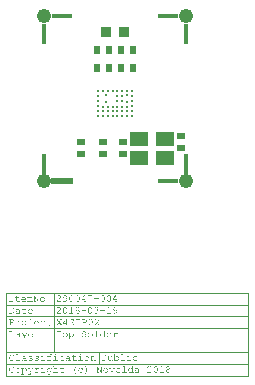
<source format=gts>
G04*
G04 #@! TF.GenerationSoftware,Altium Limited,Altium Designer,18.0.12 (696)*
G04*
G04 Layer_Color=8388736*
%FSLAX24Y24*%
%MOIN*%
G70*
G01*
G75*
%ADD12C,0.0020*%
%ADD20R,0.0709X0.0157*%
%ADD21R,0.0749X0.0198*%
%ADD22R,0.0157X0.0709*%
%ADD23R,0.0591X0.0492*%
%ADD24R,0.0354X0.0354*%
%ADD25R,0.0276X0.0237*%
%ADD26R,0.0237X0.0276*%
%ADD27C,0.0079*%
%ADD28C,0.0482*%
G36*
X366Y-3472D02*
X370Y-3472D01*
X373Y-3474D01*
X378Y-3475D01*
X382Y-3478D01*
X385Y-3481D01*
X386Y-3482D01*
X387Y-3483D01*
X389Y-3486D01*
X392Y-3489D01*
X393Y-3494D01*
X395Y-3499D01*
X397Y-3504D01*
X397Y-3509D01*
Y-3609D01*
X410D01*
X412Y-3609D01*
X415Y-3609D01*
X417Y-3611D01*
X417Y-3611D01*
X418Y-3612D01*
X419Y-3614D01*
X419Y-3616D01*
Y-3616D01*
X419Y-3618D01*
X418Y-3619D01*
X417Y-3621D01*
X416Y-3621D01*
X415Y-3622D01*
X413Y-3623D01*
X410Y-3623D01*
X383D01*
Y-3510D01*
Y-3510D01*
Y-3508D01*
X383Y-3506D01*
X382Y-3504D01*
X382Y-3501D01*
X380Y-3498D01*
X379Y-3495D01*
X376Y-3492D01*
X376Y-3492D01*
X375Y-3491D01*
X374Y-3490D01*
X372Y-3489D01*
X370Y-3487D01*
X367Y-3486D01*
X364Y-3485D01*
X361Y-3485D01*
X360D01*
X358Y-3485D01*
X356Y-3486D01*
X353Y-3486D01*
X351Y-3488D01*
X348Y-3489D01*
X344Y-3491D01*
X344Y-3491D01*
X343Y-3492D01*
X341Y-3494D01*
X339Y-3496D01*
X336Y-3499D01*
X333Y-3503D01*
X329Y-3508D01*
X325Y-3514D01*
Y-3609D01*
X338D01*
X340Y-3609D01*
X342Y-3609D01*
X344Y-3611D01*
X345Y-3611D01*
X346Y-3612D01*
X346Y-3614D01*
X347Y-3616D01*
Y-3616D01*
X346Y-3618D01*
X346Y-3619D01*
X344Y-3621D01*
X344Y-3621D01*
X343Y-3622D01*
X340Y-3623D01*
X337Y-3623D01*
X311D01*
Y-3511D01*
Y-3511D01*
Y-3509D01*
X311Y-3507D01*
X310Y-3505D01*
X309Y-3502D01*
X308Y-3499D01*
X306Y-3496D01*
X304Y-3493D01*
X304Y-3492D01*
X303Y-3491D01*
X301Y-3490D01*
X300Y-3489D01*
X297Y-3487D01*
X295Y-3486D01*
X292Y-3485D01*
X289Y-3485D01*
X288D01*
X286Y-3485D01*
X284Y-3486D01*
X282Y-3486D01*
X279Y-3487D01*
X277Y-3489D01*
X274Y-3490D01*
X274Y-3491D01*
X272Y-3492D01*
X270Y-3493D01*
X268Y-3496D01*
X264Y-3499D01*
X261Y-3503D01*
X257Y-3508D01*
X252Y-3514D01*
Y-3609D01*
X265D01*
X267Y-3609D01*
X270Y-3609D01*
X272Y-3611D01*
X272Y-3611D01*
X273Y-3612D01*
X274Y-3614D01*
X274Y-3616D01*
Y-3616D01*
X274Y-3618D01*
X273Y-3619D01*
X272Y-3621D01*
X271Y-3621D01*
X270Y-3622D01*
X268Y-3623D01*
X265Y-3623D01*
X225D01*
X223Y-3623D01*
X221Y-3622D01*
X219Y-3621D01*
X218Y-3621D01*
X218Y-3620D01*
X217Y-3618D01*
X217Y-3616D01*
Y-3615D01*
X217Y-3614D01*
X218Y-3612D01*
X219Y-3611D01*
X219Y-3610D01*
X221Y-3610D01*
X223Y-3609D01*
X226Y-3609D01*
X238D01*
Y-3490D01*
X225D01*
X223Y-3490D01*
X221Y-3489D01*
X219Y-3488D01*
X218Y-3488D01*
X218Y-3487D01*
X217Y-3485D01*
X217Y-3483D01*
Y-3482D01*
X217Y-3481D01*
X218Y-3479D01*
X219Y-3478D01*
X219Y-3478D01*
X221Y-3477D01*
X223Y-3476D01*
X226Y-3476D01*
X252D01*
Y-3490D01*
X253Y-3490D01*
X253Y-3489D01*
X254Y-3489D01*
X255Y-3487D01*
X259Y-3484D01*
X264Y-3480D01*
X269Y-3477D01*
X275Y-3474D01*
X278Y-3473D01*
X282Y-3472D01*
X285Y-3471D01*
X289Y-3471D01*
X291D01*
X292Y-3471D01*
X295Y-3472D01*
X298Y-3472D01*
X301Y-3474D01*
X305Y-3475D01*
X308Y-3477D01*
X308Y-3477D01*
X309Y-3478D01*
X311Y-3479D01*
X313Y-3481D01*
X315Y-3484D01*
X317Y-3487D01*
X319Y-3490D01*
X322Y-3494D01*
X322Y-3494D01*
X323Y-3492D01*
X325Y-3490D01*
X328Y-3488D01*
X331Y-3485D01*
X334Y-3482D01*
X337Y-3479D01*
X341Y-3477D01*
X341Y-3477D01*
X343Y-3476D01*
X345Y-3475D01*
X347Y-3474D01*
X350Y-3473D01*
X353Y-3472D01*
X357Y-3471D01*
X361Y-3471D01*
X363D01*
X366Y-3472D01*
D02*
G37*
G36*
X2601Y-3535D02*
X2455D01*
Y-3515D01*
X2601D01*
Y-3535D01*
D02*
G37*
G36*
X611Y-3425D02*
X613Y-3425D01*
X615Y-3426D01*
X616Y-3427D01*
X617Y-3428D01*
X617Y-3429D01*
X618Y-3432D01*
Y-3432D01*
X617Y-3434D01*
X617Y-3435D01*
X615Y-3437D01*
X615Y-3437D01*
X614Y-3438D01*
X611Y-3438D01*
X608Y-3438D01*
X596D01*
Y-3623D01*
X578D01*
X472Y-3445D01*
Y-3609D01*
X499D01*
X501Y-3609D01*
X504Y-3609D01*
X506Y-3611D01*
X506Y-3611D01*
X507Y-3612D01*
X508Y-3614D01*
X508Y-3616D01*
Y-3616D01*
X508Y-3618D01*
X507Y-3619D01*
X506Y-3621D01*
X505Y-3621D01*
X504Y-3622D01*
X502Y-3623D01*
X498Y-3623D01*
X445D01*
X443Y-3623D01*
X440Y-3622D01*
X438Y-3621D01*
X438Y-3621D01*
X437Y-3620D01*
X436Y-3618D01*
X436Y-3616D01*
Y-3615D01*
X436Y-3614D01*
X437Y-3612D01*
X438Y-3611D01*
X438Y-3610D01*
X440Y-3610D01*
X442Y-3609D01*
X446Y-3609D01*
X458D01*
Y-3438D01*
X438D01*
X436Y-3438D01*
X434Y-3438D01*
X431Y-3437D01*
X431Y-3437D01*
X430Y-3436D01*
X430Y-3434D01*
X429Y-3432D01*
Y-3431D01*
X430Y-3430D01*
X430Y-3428D01*
X431Y-3426D01*
X432Y-3426D01*
X433Y-3425D01*
X435Y-3425D01*
X439Y-3424D01*
X476D01*
X582Y-3602D01*
Y-3438D01*
X554D01*
X552Y-3438D01*
X550Y-3438D01*
X548Y-3437D01*
X547Y-3437D01*
X547Y-3436D01*
X546Y-3434D01*
X546Y-3432D01*
Y-3431D01*
X546Y-3430D01*
X547Y-3428D01*
X548Y-3426D01*
X548Y-3426D01*
X549Y-3425D01*
X552Y-3425D01*
X553Y-3424D01*
X609D01*
X611Y-3425D01*
D02*
G37*
G36*
X1490Y-3405D02*
X1494Y-3406D01*
X1499Y-3407D01*
X1504Y-3408D01*
X1510Y-3410D01*
X1516Y-3413D01*
X1522Y-3417D01*
X1522D01*
X1523Y-3418D01*
X1525Y-3419D01*
X1527Y-3422D01*
X1531Y-3426D01*
X1535Y-3431D01*
X1539Y-3437D01*
X1543Y-3444D01*
X1547Y-3452D01*
Y-3453D01*
X1547Y-3454D01*
X1548Y-3455D01*
X1549Y-3458D01*
X1549Y-3460D01*
X1550Y-3463D01*
X1551Y-3467D01*
X1553Y-3472D01*
X1554Y-3477D01*
X1555Y-3482D01*
X1556Y-3487D01*
X1557Y-3493D01*
X1557Y-3499D01*
X1558Y-3506D01*
X1558Y-3520D01*
Y-3520D01*
Y-3521D01*
Y-3523D01*
Y-3525D01*
X1558Y-3528D01*
X1558Y-3531D01*
Y-3534D01*
X1557Y-3538D01*
X1556Y-3546D01*
X1554Y-3554D01*
X1552Y-3562D01*
X1548Y-3570D01*
X1548Y-3571D01*
X1547Y-3573D01*
X1546Y-3575D01*
X1544Y-3579D01*
X1541Y-3583D01*
X1538Y-3587D01*
X1534Y-3592D01*
X1529Y-3597D01*
X1529Y-3597D01*
X1527Y-3599D01*
X1525Y-3601D01*
X1522Y-3604D01*
X1517Y-3607D01*
X1513Y-3611D01*
X1507Y-3614D01*
X1502Y-3617D01*
X1501D01*
X1501Y-3618D01*
X1500Y-3618D01*
X1498Y-3619D01*
X1496Y-3620D01*
X1494Y-3621D01*
X1488Y-3623D01*
X1482Y-3624D01*
X1474Y-3626D01*
X1466Y-3627D01*
X1457Y-3628D01*
X1455D01*
X1452Y-3627D01*
X1448Y-3627D01*
X1444Y-3626D01*
X1440Y-3625D01*
X1436Y-3624D01*
X1432Y-3622D01*
X1432D01*
X1432Y-3622D01*
X1430Y-3620D01*
X1429Y-3618D01*
X1428Y-3617D01*
X1428Y-3616D01*
Y-3615D01*
X1428Y-3614D01*
X1429Y-3612D01*
X1430Y-3611D01*
X1430Y-3610D01*
X1431Y-3610D01*
X1433Y-3609D01*
X1435Y-3609D01*
X1435D01*
X1437Y-3609D01*
X1438Y-3609D01*
X1441Y-3611D01*
X1441D01*
X1442Y-3611D01*
X1444Y-3612D01*
X1445Y-3612D01*
X1447Y-3613D01*
X1450Y-3613D01*
X1456Y-3614D01*
X1460D01*
X1462Y-3613D01*
X1465Y-3613D01*
X1469Y-3612D01*
X1473Y-3612D01*
X1477Y-3611D01*
X1482Y-3609D01*
X1487Y-3607D01*
X1492Y-3605D01*
X1497Y-3603D01*
X1503Y-3600D01*
X1508Y-3597D01*
X1513Y-3593D01*
X1518Y-3588D01*
X1518Y-3588D01*
X1519Y-3587D01*
X1520Y-3585D01*
X1522Y-3583D01*
X1524Y-3581D01*
X1526Y-3578D01*
X1528Y-3574D01*
X1531Y-3570D01*
X1533Y-3565D01*
X1536Y-3561D01*
X1538Y-3555D01*
X1540Y-3549D01*
X1542Y-3543D01*
X1543Y-3537D01*
X1544Y-3530D01*
X1544Y-3522D01*
Y-3522D01*
Y-3521D01*
Y-3520D01*
Y-3517D01*
Y-3515D01*
X1544Y-3511D01*
Y-3507D01*
X1543Y-3502D01*
Y-3503D01*
X1543Y-3503D01*
X1542Y-3504D01*
X1541Y-3506D01*
X1539Y-3509D01*
X1536Y-3514D01*
X1532Y-3518D01*
X1527Y-3523D01*
X1523Y-3528D01*
X1517Y-3532D01*
X1516Y-3532D01*
X1514Y-3533D01*
X1511Y-3535D01*
X1507Y-3537D01*
X1503Y-3539D01*
X1498Y-3540D01*
X1492Y-3541D01*
X1486Y-3541D01*
X1483D01*
X1481Y-3541D01*
X1477Y-3541D01*
X1472Y-3540D01*
X1467Y-3538D01*
X1463Y-3536D01*
X1457Y-3533D01*
X1457Y-3533D01*
X1455Y-3532D01*
X1452Y-3530D01*
X1449Y-3527D01*
X1446Y-3523D01*
X1442Y-3519D01*
X1439Y-3514D01*
X1435Y-3508D01*
Y-3508D01*
X1435Y-3508D01*
X1435Y-3507D01*
X1434Y-3505D01*
X1433Y-3502D01*
X1431Y-3498D01*
X1430Y-3493D01*
X1429Y-3487D01*
X1428Y-3481D01*
X1427Y-3474D01*
Y-3474D01*
Y-3473D01*
Y-3472D01*
X1428Y-3470D01*
X1428Y-3467D01*
X1428Y-3465D01*
X1429Y-3462D01*
X1429Y-3458D01*
X1431Y-3451D01*
X1434Y-3443D01*
X1436Y-3439D01*
X1438Y-3435D01*
X1441Y-3431D01*
X1444Y-3427D01*
X1444Y-3426D01*
X1444Y-3426D01*
X1445Y-3425D01*
X1446Y-3423D01*
X1448Y-3422D01*
X1450Y-3420D01*
X1452Y-3418D01*
X1455Y-3416D01*
X1461Y-3412D01*
X1468Y-3408D01*
X1473Y-3407D01*
X1477Y-3406D01*
X1482Y-3405D01*
X1487Y-3405D01*
X1489D01*
X1490Y-3405D01*
D02*
G37*
G36*
X3195Y-3549D02*
X3207D01*
X3209Y-3550D01*
X3212Y-3550D01*
X3214Y-3551D01*
X3214Y-3552D01*
X3215Y-3553D01*
X3216Y-3554D01*
X3216Y-3557D01*
Y-3557D01*
X3216Y-3558D01*
X3215Y-3560D01*
X3214Y-3561D01*
X3213Y-3562D01*
X3212Y-3562D01*
X3210Y-3563D01*
X3207Y-3563D01*
X3195D01*
Y-3609D01*
X3207D01*
X3209Y-3609D01*
X3212Y-3609D01*
X3214Y-3611D01*
X3214Y-3611D01*
X3215Y-3612D01*
X3216Y-3614D01*
X3216Y-3616D01*
Y-3616D01*
X3216Y-3618D01*
X3215Y-3619D01*
X3214Y-3621D01*
X3214Y-3621D01*
X3212Y-3622D01*
X3210Y-3623D01*
X3207Y-3623D01*
X3153D01*
X3151Y-3623D01*
X3148Y-3622D01*
X3146Y-3621D01*
X3146Y-3621D01*
X3145Y-3620D01*
X3145Y-3618D01*
X3144Y-3616D01*
Y-3615D01*
X3145Y-3614D01*
X3145Y-3612D01*
X3146Y-3611D01*
X3146Y-3610D01*
X3148Y-3610D01*
X3150Y-3609D01*
X3154Y-3609D01*
X3181D01*
Y-3563D01*
X3086D01*
X3085Y-3547D01*
X3165Y-3410D01*
X3195D01*
Y-3549D01*
D02*
G37*
G36*
X2381Y-3433D02*
X2324Y-3616D01*
Y-3616D01*
X2324Y-3617D01*
X2323Y-3618D01*
X2322Y-3620D01*
X2321Y-3622D01*
X2320Y-3622D01*
X2320Y-3622D01*
X2318Y-3623D01*
X2316Y-3623D01*
X2316D01*
X2315Y-3623D01*
X2313Y-3622D01*
X2311Y-3621D01*
X2311Y-3621D01*
X2310Y-3620D01*
X2310Y-3618D01*
X2309Y-3616D01*
Y-3616D01*
Y-3615D01*
X2310Y-3614D01*
X2310Y-3611D01*
X2367Y-3431D01*
Y-3424D01*
X2265D01*
Y-3437D01*
Y-3437D01*
Y-3438D01*
X2264Y-3439D01*
X2264Y-3442D01*
X2263Y-3444D01*
X2263Y-3444D01*
X2262Y-3445D01*
X2260Y-3446D01*
X2258Y-3446D01*
X2257D01*
X2256Y-3446D01*
X2254Y-3445D01*
X2253Y-3444D01*
X2252Y-3444D01*
X2252Y-3442D01*
X2251Y-3440D01*
X2251Y-3437D01*
Y-3410D01*
X2381D01*
Y-3433D01*
D02*
G37*
G36*
X2152Y-3549D02*
X2164D01*
X2166Y-3550D01*
X2169Y-3550D01*
X2171Y-3551D01*
X2171Y-3552D01*
X2172Y-3553D01*
X2173Y-3554D01*
X2173Y-3557D01*
Y-3557D01*
X2173Y-3558D01*
X2172Y-3560D01*
X2171Y-3561D01*
X2170Y-3562D01*
X2169Y-3562D01*
X2167Y-3563D01*
X2163Y-3563D01*
X2152D01*
Y-3609D01*
X2164D01*
X2166Y-3609D01*
X2169Y-3609D01*
X2171Y-3611D01*
X2171Y-3611D01*
X2172Y-3612D01*
X2173Y-3614D01*
X2173Y-3616D01*
Y-3616D01*
X2173Y-3618D01*
X2172Y-3619D01*
X2171Y-3621D01*
X2171Y-3621D01*
X2169Y-3622D01*
X2167Y-3623D01*
X2164Y-3623D01*
X2110D01*
X2108Y-3623D01*
X2105Y-3622D01*
X2103Y-3621D01*
X2103Y-3621D01*
X2102Y-3620D01*
X2101Y-3618D01*
X2101Y-3616D01*
Y-3615D01*
X2101Y-3614D01*
X2102Y-3612D01*
X2103Y-3611D01*
X2103Y-3610D01*
X2105Y-3610D01*
X2107Y-3609D01*
X2111Y-3609D01*
X2138D01*
Y-3563D01*
X2043D01*
X2042Y-3547D01*
X2122Y-3410D01*
X2152D01*
Y-3549D01*
D02*
G37*
G36*
X-250Y-3425D02*
X-247Y-3425D01*
X-245Y-3426D01*
X-245Y-3427D01*
X-244Y-3428D01*
X-243Y-3429D01*
X-243Y-3432D01*
Y-3432D01*
X-243Y-3434D01*
X-244Y-3435D01*
X-245Y-3437D01*
X-246Y-3437D01*
X-247Y-3438D01*
X-249Y-3438D01*
X-253Y-3438D01*
X-302D01*
Y-3609D01*
X-252D01*
X-250Y-3609D01*
X-247Y-3609D01*
X-245Y-3611D01*
X-245Y-3611D01*
X-244Y-3612D01*
X-243Y-3614D01*
X-243Y-3616D01*
Y-3616D01*
X-243Y-3618D01*
X-244Y-3619D01*
X-245Y-3621D01*
X-246Y-3621D01*
X-247Y-3622D01*
X-249Y-3623D01*
X-253Y-3623D01*
X-365D01*
X-367Y-3623D01*
X-370Y-3622D01*
X-372Y-3621D01*
X-372Y-3621D01*
X-373Y-3620D01*
X-374Y-3618D01*
X-374Y-3616D01*
Y-3615D01*
X-374Y-3614D01*
X-373Y-3612D01*
X-372Y-3611D01*
X-372Y-3610D01*
X-370Y-3610D01*
X-368Y-3609D01*
X-364Y-3609D01*
X-316D01*
Y-3438D01*
X-365D01*
X-367Y-3438D01*
X-370Y-3438D01*
X-372Y-3437D01*
X-372Y-3437D01*
X-373Y-3436D01*
X-374Y-3434D01*
X-374Y-3432D01*
Y-3431D01*
X-374Y-3430D01*
X-373Y-3428D01*
X-372Y-3426D01*
X-372Y-3426D01*
X-370Y-3425D01*
X-368Y-3425D01*
X-364Y-3424D01*
X-252D01*
X-250Y-3425D01*
D02*
G37*
G36*
X1278Y-3405D02*
X1280Y-3406D01*
X1283Y-3406D01*
X1289Y-3407D01*
X1296Y-3410D01*
X1300Y-3411D01*
X1304Y-3413D01*
X1308Y-3415D01*
X1312Y-3417D01*
X1316Y-3420D01*
X1319Y-3424D01*
X1320Y-3424D01*
X1320Y-3425D01*
X1321Y-3426D01*
X1322Y-3427D01*
X1324Y-3429D01*
X1325Y-3431D01*
X1329Y-3436D01*
X1332Y-3442D01*
X1336Y-3449D01*
X1337Y-3453D01*
X1338Y-3457D01*
X1338Y-3461D01*
X1339Y-3466D01*
Y-3466D01*
Y-3467D01*
Y-3469D01*
X1338Y-3472D01*
X1338Y-3475D01*
X1337Y-3478D01*
X1335Y-3484D01*
Y-3484D01*
X1335Y-3485D01*
X1334Y-3487D01*
X1333Y-3489D01*
X1331Y-3492D01*
X1329Y-3495D01*
X1327Y-3498D01*
X1324Y-3501D01*
X1324Y-3502D01*
X1322Y-3503D01*
X1321Y-3506D01*
X1318Y-3509D01*
X1314Y-3513D01*
X1309Y-3518D01*
X1303Y-3524D01*
X1297Y-3531D01*
X1296Y-3532D01*
X1294Y-3533D01*
X1292Y-3536D01*
X1288Y-3539D01*
X1284Y-3543D01*
X1279Y-3548D01*
X1274Y-3553D01*
X1268Y-3559D01*
X1261Y-3565D01*
X1255Y-3571D01*
X1241Y-3584D01*
X1227Y-3597D01*
X1221Y-3602D01*
X1215Y-3608D01*
Y-3609D01*
X1325D01*
Y-3603D01*
Y-3603D01*
Y-3602D01*
X1325Y-3601D01*
X1326Y-3598D01*
X1327Y-3596D01*
X1327Y-3596D01*
X1328Y-3595D01*
X1330Y-3594D01*
X1332Y-3594D01*
X1333D01*
X1334Y-3594D01*
X1335Y-3595D01*
X1337Y-3596D01*
X1337Y-3596D01*
X1338Y-3598D01*
X1339Y-3600D01*
X1339Y-3603D01*
Y-3623D01*
X1201D01*
Y-3602D01*
X1201Y-3602D01*
X1203Y-3601D01*
X1205Y-3598D01*
X1208Y-3595D01*
X1212Y-3592D01*
X1217Y-3588D01*
X1222Y-3583D01*
X1228Y-3578D01*
X1234Y-3572D01*
X1240Y-3565D01*
X1247Y-3559D01*
X1255Y-3552D01*
X1270Y-3538D01*
X1285Y-3522D01*
X1286Y-3522D01*
X1286Y-3521D01*
X1287Y-3521D01*
X1289Y-3520D01*
X1292Y-3516D01*
X1296Y-3512D01*
X1300Y-3507D01*
X1305Y-3503D01*
X1309Y-3499D01*
X1312Y-3495D01*
X1312Y-3495D01*
X1313Y-3493D01*
X1314Y-3492D01*
X1316Y-3490D01*
X1319Y-3485D01*
X1320Y-3482D01*
X1321Y-3479D01*
Y-3479D01*
X1322Y-3478D01*
X1322Y-3477D01*
X1323Y-3475D01*
X1324Y-3471D01*
X1324Y-3466D01*
Y-3465D01*
Y-3465D01*
Y-3464D01*
X1324Y-3463D01*
X1324Y-3459D01*
X1322Y-3455D01*
X1321Y-3450D01*
X1318Y-3444D01*
X1314Y-3439D01*
X1312Y-3436D01*
X1309Y-3433D01*
Y-3433D01*
X1309Y-3433D01*
X1307Y-3431D01*
X1303Y-3429D01*
X1300Y-3426D01*
X1294Y-3424D01*
X1288Y-3421D01*
X1281Y-3420D01*
X1278Y-3419D01*
X1270D01*
X1267Y-3420D01*
X1262Y-3420D01*
X1257Y-3422D01*
X1252Y-3424D01*
X1246Y-3426D01*
X1240Y-3430D01*
X1240Y-3430D01*
X1238Y-3432D01*
X1236Y-3434D01*
X1233Y-3437D01*
X1230Y-3441D01*
X1226Y-3446D01*
X1224Y-3451D01*
X1222Y-3457D01*
Y-3457D01*
X1221Y-3457D01*
X1221Y-3459D01*
X1220Y-3460D01*
X1219Y-3462D01*
X1219Y-3462D01*
X1218Y-3462D01*
X1216Y-3463D01*
X1214Y-3463D01*
X1214D01*
X1213Y-3463D01*
X1211Y-3463D01*
X1209Y-3462D01*
X1209Y-3461D01*
X1209Y-3460D01*
X1208Y-3459D01*
X1208Y-3457D01*
Y-3457D01*
Y-3456D01*
X1208Y-3454D01*
X1209Y-3451D01*
X1210Y-3448D01*
X1211Y-3444D01*
X1214Y-3440D01*
X1217Y-3435D01*
Y-3435D01*
X1217Y-3435D01*
X1218Y-3433D01*
X1220Y-3430D01*
X1223Y-3427D01*
X1226Y-3424D01*
X1231Y-3420D01*
X1236Y-3417D01*
X1241Y-3413D01*
X1241D01*
X1242Y-3413D01*
X1244Y-3412D01*
X1247Y-3411D01*
X1251Y-3409D01*
X1256Y-3408D01*
X1261Y-3406D01*
X1267Y-3405D01*
X1273Y-3405D01*
X1276D01*
X1278Y-3405D01*
D02*
G37*
G36*
X2949D02*
X2953Y-3406D01*
X2956Y-3406D01*
X2960Y-3407D01*
X2964Y-3409D01*
X2968Y-3410D01*
X2969Y-3411D01*
X2970Y-3411D01*
X2972Y-3412D01*
X2975Y-3414D01*
X2978Y-3416D01*
X2981Y-3418D01*
X2984Y-3421D01*
X2987Y-3424D01*
X2988Y-3424D01*
X2988Y-3425D01*
X2989Y-3427D01*
X2991Y-3429D01*
X2992Y-3431D01*
X2994Y-3434D01*
X2996Y-3438D01*
X2998Y-3442D01*
X2999Y-3443D01*
X2999Y-3444D01*
X3000Y-3447D01*
X3002Y-3450D01*
X3003Y-3453D01*
X3004Y-3457D01*
X3007Y-3465D01*
X3007Y-3465D01*
X3007Y-3467D01*
X3008Y-3470D01*
X3009Y-3475D01*
X3009Y-3479D01*
X3010Y-3485D01*
X3011Y-3492D01*
Y-3499D01*
Y-3534D01*
Y-3535D01*
Y-3536D01*
Y-3539D01*
X3010Y-3542D01*
X3010Y-3546D01*
X3009Y-3550D01*
X3009Y-3555D01*
X3008Y-3561D01*
X3005Y-3572D01*
X3003Y-3578D01*
X3001Y-3584D01*
X2999Y-3590D01*
X2996Y-3596D01*
X2992Y-3602D01*
X2988Y-3607D01*
X2988Y-3607D01*
X2988Y-3608D01*
X2987Y-3609D01*
X2985Y-3610D01*
X2984Y-3612D01*
X2982Y-3613D01*
X2979Y-3615D01*
X2977Y-3617D01*
X2970Y-3621D01*
X2963Y-3624D01*
X2959Y-3626D01*
X2955Y-3627D01*
X2950Y-3627D01*
X2945Y-3628D01*
X2943D01*
X2941Y-3627D01*
X2938Y-3627D01*
X2934Y-3626D01*
X2930Y-3626D01*
X2926Y-3624D01*
X2921Y-3623D01*
X2921Y-3623D01*
X2920Y-3622D01*
X2918Y-3621D01*
X2915Y-3619D01*
X2912Y-3617D01*
X2909Y-3615D01*
X2905Y-3612D01*
X2902Y-3609D01*
X2902Y-3609D01*
X2901Y-3608D01*
X2900Y-3607D01*
X2899Y-3605D01*
X2898Y-3602D01*
X2896Y-3599D01*
X2894Y-3595D01*
X2892Y-3591D01*
X2891Y-3590D01*
X2891Y-3589D01*
X2890Y-3586D01*
X2888Y-3583D01*
X2887Y-3580D01*
X2885Y-3576D01*
X2883Y-3568D01*
Y-3568D01*
Y-3568D01*
X2882Y-3566D01*
X2882Y-3563D01*
X2881Y-3559D01*
X2881Y-3554D01*
X2880Y-3548D01*
X2880Y-3541D01*
X2879Y-3534D01*
Y-3499D01*
Y-3499D01*
Y-3497D01*
Y-3495D01*
X2880Y-3492D01*
X2880Y-3488D01*
X2881Y-3483D01*
X2881Y-3478D01*
X2882Y-3473D01*
X2885Y-3461D01*
X2886Y-3455D01*
X2889Y-3449D01*
X2891Y-3443D01*
X2894Y-3437D01*
X2897Y-3432D01*
X2901Y-3426D01*
X2901Y-3426D01*
X2902Y-3425D01*
X2903Y-3424D01*
X2904Y-3423D01*
X2906Y-3421D01*
X2908Y-3419D01*
X2910Y-3418D01*
X2913Y-3416D01*
X2920Y-3412D01*
X2927Y-3408D01*
X2931Y-3407D01*
X2935Y-3406D01*
X2940Y-3405D01*
X2945Y-3405D01*
X2947D01*
X2949Y-3405D01*
D02*
G37*
G36*
X2741D02*
X2744Y-3406D01*
X2748Y-3406D01*
X2752Y-3407D01*
X2756Y-3409D01*
X2760Y-3410D01*
X2760Y-3411D01*
X2762Y-3411D01*
X2764Y-3412D01*
X2766Y-3414D01*
X2769Y-3416D01*
X2773Y-3418D01*
X2776Y-3421D01*
X2779Y-3424D01*
X2779Y-3424D01*
X2780Y-3425D01*
X2781Y-3427D01*
X2782Y-3429D01*
X2784Y-3431D01*
X2785Y-3434D01*
X2787Y-3438D01*
X2790Y-3442D01*
X2790Y-3443D01*
X2791Y-3444D01*
X2792Y-3447D01*
X2793Y-3450D01*
X2794Y-3453D01*
X2796Y-3457D01*
X2798Y-3465D01*
X2798Y-3465D01*
X2799Y-3467D01*
X2799Y-3470D01*
X2800Y-3475D01*
X2801Y-3479D01*
X2801Y-3485D01*
X2802Y-3492D01*
Y-3499D01*
Y-3534D01*
Y-3535D01*
Y-3536D01*
Y-3539D01*
X2802Y-3542D01*
X2801Y-3546D01*
X2801Y-3550D01*
X2800Y-3555D01*
X2799Y-3561D01*
X2797Y-3572D01*
X2795Y-3578D01*
X2793Y-3584D01*
X2790Y-3590D01*
X2787Y-3596D01*
X2784Y-3602D01*
X2780Y-3607D01*
X2779Y-3607D01*
X2779Y-3608D01*
X2778Y-3609D01*
X2777Y-3610D01*
X2775Y-3612D01*
X2773Y-3613D01*
X2771Y-3615D01*
X2768Y-3617D01*
X2762Y-3621D01*
X2754Y-3624D01*
X2750Y-3626D01*
X2746Y-3627D01*
X2741Y-3627D01*
X2736Y-3628D01*
X2735D01*
X2732Y-3627D01*
X2729Y-3627D01*
X2725Y-3626D01*
X2721Y-3626D01*
X2717Y-3624D01*
X2713Y-3623D01*
X2713Y-3623D01*
X2711Y-3622D01*
X2709Y-3621D01*
X2706Y-3619D01*
X2703Y-3617D01*
X2700Y-3615D01*
X2697Y-3612D01*
X2694Y-3609D01*
X2694Y-3609D01*
X2693Y-3608D01*
X2692Y-3607D01*
X2691Y-3605D01*
X2689Y-3602D01*
X2687Y-3599D01*
X2685Y-3595D01*
X2683Y-3591D01*
X2683Y-3590D01*
X2682Y-3589D01*
X2681Y-3586D01*
X2680Y-3583D01*
X2678Y-3580D01*
X2677Y-3576D01*
X2674Y-3568D01*
Y-3568D01*
Y-3568D01*
X2674Y-3566D01*
X2674Y-3563D01*
X2673Y-3559D01*
X2672Y-3554D01*
X2672Y-3548D01*
X2671Y-3541D01*
X2671Y-3534D01*
Y-3499D01*
Y-3499D01*
Y-3497D01*
Y-3495D01*
X2671Y-3492D01*
X2672Y-3488D01*
X2672Y-3483D01*
X2673Y-3478D01*
X2674Y-3473D01*
X2676Y-3461D01*
X2678Y-3455D01*
X2680Y-3449D01*
X2682Y-3443D01*
X2685Y-3437D01*
X2689Y-3432D01*
X2693Y-3426D01*
X2693Y-3426D01*
X2693Y-3425D01*
X2694Y-3424D01*
X2696Y-3423D01*
X2697Y-3421D01*
X2699Y-3419D01*
X2702Y-3418D01*
X2705Y-3416D01*
X2711Y-3412D01*
X2718Y-3408D01*
X2722Y-3407D01*
X2727Y-3406D01*
X2731Y-3405D01*
X2736Y-3405D01*
X2738D01*
X2741Y-3405D01*
D02*
G37*
G36*
X1906D02*
X1910Y-3406D01*
X1913Y-3406D01*
X1917Y-3407D01*
X1921Y-3409D01*
X1925Y-3410D01*
X1926Y-3411D01*
X1927Y-3411D01*
X1929Y-3412D01*
X1932Y-3414D01*
X1935Y-3416D01*
X1938Y-3418D01*
X1941Y-3421D01*
X1944Y-3424D01*
X1945Y-3424D01*
X1945Y-3425D01*
X1946Y-3427D01*
X1948Y-3429D01*
X1949Y-3431D01*
X1951Y-3434D01*
X1953Y-3438D01*
X1955Y-3442D01*
X1956Y-3443D01*
X1956Y-3444D01*
X1957Y-3447D01*
X1958Y-3450D01*
X1960Y-3453D01*
X1961Y-3457D01*
X1964Y-3465D01*
X1964Y-3465D01*
X1964Y-3467D01*
X1965Y-3470D01*
X1966Y-3475D01*
X1966Y-3479D01*
X1967Y-3485D01*
X1968Y-3492D01*
Y-3499D01*
Y-3534D01*
Y-3535D01*
Y-3536D01*
Y-3539D01*
X1967Y-3542D01*
X1967Y-3546D01*
X1966Y-3550D01*
X1966Y-3555D01*
X1965Y-3561D01*
X1962Y-3572D01*
X1960Y-3578D01*
X1958Y-3584D01*
X1956Y-3590D01*
X1953Y-3596D01*
X1949Y-3602D01*
X1945Y-3607D01*
X1945Y-3607D01*
X1945Y-3608D01*
X1944Y-3609D01*
X1942Y-3610D01*
X1941Y-3612D01*
X1938Y-3613D01*
X1936Y-3615D01*
X1934Y-3617D01*
X1927Y-3621D01*
X1920Y-3624D01*
X1916Y-3626D01*
X1912Y-3627D01*
X1907Y-3627D01*
X1902Y-3628D01*
X1900D01*
X1897Y-3627D01*
X1895Y-3627D01*
X1891Y-3626D01*
X1887Y-3626D01*
X1883Y-3624D01*
X1878Y-3623D01*
X1878Y-3623D01*
X1876Y-3622D01*
X1875Y-3621D01*
X1872Y-3619D01*
X1869Y-3617D01*
X1866Y-3615D01*
X1862Y-3612D01*
X1859Y-3609D01*
X1859Y-3609D01*
X1858Y-3608D01*
X1857Y-3607D01*
X1856Y-3605D01*
X1854Y-3602D01*
X1853Y-3599D01*
X1851Y-3595D01*
X1849Y-3591D01*
X1848Y-3590D01*
X1848Y-3589D01*
X1847Y-3586D01*
X1845Y-3583D01*
X1844Y-3580D01*
X1842Y-3576D01*
X1840Y-3568D01*
Y-3568D01*
Y-3568D01*
X1839Y-3566D01*
X1839Y-3563D01*
X1838Y-3559D01*
X1838Y-3554D01*
X1837Y-3548D01*
X1837Y-3541D01*
X1836Y-3534D01*
Y-3499D01*
Y-3499D01*
Y-3497D01*
Y-3495D01*
X1837Y-3492D01*
X1837Y-3488D01*
X1838Y-3483D01*
X1838Y-3478D01*
X1839Y-3473D01*
X1842Y-3461D01*
X1843Y-3455D01*
X1846Y-3449D01*
X1848Y-3443D01*
X1851Y-3437D01*
X1854Y-3432D01*
X1858Y-3426D01*
X1858Y-3426D01*
X1859Y-3425D01*
X1860Y-3424D01*
X1861Y-3423D01*
X1863Y-3421D01*
X1865Y-3419D01*
X1867Y-3418D01*
X1870Y-3416D01*
X1876Y-3412D01*
X1884Y-3408D01*
X1888Y-3407D01*
X1892Y-3406D01*
X1897Y-3405D01*
X1902Y-3405D01*
X1904D01*
X1906Y-3405D01*
D02*
G37*
G36*
X1698D02*
X1701Y-3406D01*
X1705Y-3406D01*
X1709Y-3407D01*
X1712Y-3409D01*
X1717Y-3410D01*
X1717Y-3411D01*
X1719Y-3411D01*
X1721Y-3412D01*
X1723Y-3414D01*
X1726Y-3416D01*
X1730Y-3418D01*
X1733Y-3421D01*
X1736Y-3424D01*
X1736Y-3424D01*
X1737Y-3425D01*
X1738Y-3427D01*
X1739Y-3429D01*
X1741Y-3431D01*
X1742Y-3434D01*
X1744Y-3438D01*
X1747Y-3442D01*
X1747Y-3443D01*
X1748Y-3444D01*
X1749Y-3447D01*
X1750Y-3450D01*
X1751Y-3453D01*
X1753Y-3457D01*
X1755Y-3465D01*
X1755Y-3465D01*
X1756Y-3467D01*
X1756Y-3470D01*
X1757Y-3475D01*
X1758Y-3479D01*
X1758Y-3485D01*
X1759Y-3492D01*
Y-3499D01*
Y-3534D01*
Y-3535D01*
Y-3536D01*
Y-3539D01*
X1759Y-3542D01*
X1758Y-3546D01*
X1758Y-3550D01*
X1757Y-3555D01*
X1756Y-3561D01*
X1753Y-3572D01*
X1752Y-3578D01*
X1750Y-3584D01*
X1747Y-3590D01*
X1744Y-3596D01*
X1741Y-3602D01*
X1737Y-3607D01*
X1736Y-3607D01*
X1736Y-3608D01*
X1735Y-3609D01*
X1734Y-3610D01*
X1732Y-3612D01*
X1730Y-3613D01*
X1728Y-3615D01*
X1725Y-3617D01*
X1719Y-3621D01*
X1711Y-3624D01*
X1707Y-3626D01*
X1703Y-3627D01*
X1698Y-3627D01*
X1693Y-3628D01*
X1691D01*
X1689Y-3627D01*
X1686Y-3627D01*
X1682Y-3626D01*
X1678Y-3626D01*
X1674Y-3624D01*
X1670Y-3623D01*
X1670Y-3623D01*
X1668Y-3622D01*
X1666Y-3621D01*
X1663Y-3619D01*
X1660Y-3617D01*
X1657Y-3615D01*
X1654Y-3612D01*
X1651Y-3609D01*
X1650Y-3609D01*
X1650Y-3608D01*
X1649Y-3607D01*
X1648Y-3605D01*
X1646Y-3602D01*
X1644Y-3599D01*
X1642Y-3595D01*
X1640Y-3591D01*
X1640Y-3590D01*
X1639Y-3589D01*
X1638Y-3586D01*
X1637Y-3583D01*
X1635Y-3580D01*
X1634Y-3576D01*
X1631Y-3568D01*
Y-3568D01*
Y-3568D01*
X1631Y-3566D01*
X1630Y-3563D01*
X1630Y-3559D01*
X1629Y-3554D01*
X1629Y-3548D01*
X1628Y-3541D01*
X1628Y-3534D01*
Y-3499D01*
Y-3499D01*
Y-3497D01*
Y-3495D01*
X1628Y-3492D01*
X1629Y-3488D01*
X1629Y-3483D01*
X1630Y-3478D01*
X1630Y-3473D01*
X1633Y-3461D01*
X1635Y-3455D01*
X1637Y-3449D01*
X1639Y-3443D01*
X1642Y-3437D01*
X1646Y-3432D01*
X1649Y-3426D01*
X1650Y-3426D01*
X1650Y-3425D01*
X1651Y-3424D01*
X1653Y-3423D01*
X1654Y-3421D01*
X1656Y-3419D01*
X1659Y-3418D01*
X1662Y-3416D01*
X1668Y-3412D01*
X1675Y-3408D01*
X1679Y-3407D01*
X1684Y-3406D01*
X1688Y-3405D01*
X1693Y-3405D01*
X1695D01*
X1698Y-3405D01*
D02*
G37*
G36*
X740Y-3471D02*
X743Y-3472D01*
X746Y-3472D01*
X750Y-3473D01*
X754Y-3474D01*
X758Y-3475D01*
X763Y-3477D01*
X767Y-3479D01*
X772Y-3481D01*
X777Y-3483D01*
X782Y-3487D01*
X786Y-3490D01*
X791Y-3494D01*
X791Y-3495D01*
X792Y-3495D01*
X793Y-3497D01*
X794Y-3498D01*
X796Y-3500D01*
X798Y-3503D01*
X800Y-3506D01*
X803Y-3510D01*
X805Y-3514D01*
X807Y-3518D01*
X809Y-3522D01*
X811Y-3527D01*
X812Y-3533D01*
X813Y-3538D01*
X814Y-3544D01*
X814Y-3550D01*
Y-3550D01*
Y-3551D01*
Y-3553D01*
X814Y-3556D01*
X814Y-3558D01*
X813Y-3561D01*
X812Y-3565D01*
X811Y-3569D01*
X810Y-3573D01*
X808Y-3578D01*
X807Y-3582D01*
X804Y-3587D01*
X802Y-3592D01*
X799Y-3597D01*
X795Y-3601D01*
X791Y-3605D01*
X790Y-3606D01*
X790Y-3606D01*
X788Y-3607D01*
X786Y-3609D01*
X784Y-3611D01*
X782Y-3613D01*
X779Y-3615D01*
X775Y-3617D01*
X771Y-3619D01*
X767Y-3621D01*
X762Y-3623D01*
X757Y-3625D01*
X752Y-3626D01*
X746Y-3627D01*
X741Y-3628D01*
X735Y-3628D01*
X731D01*
X729Y-3628D01*
X726Y-3628D01*
X723Y-3627D01*
X719Y-3626D01*
X715Y-3625D01*
X711Y-3624D01*
X706Y-3623D01*
X702Y-3621D01*
X697Y-3619D01*
X692Y-3616D01*
X687Y-3613D01*
X682Y-3609D01*
X678Y-3605D01*
X678Y-3605D01*
X677Y-3604D01*
X676Y-3603D01*
X674Y-3601D01*
X673Y-3599D01*
X671Y-3596D01*
X669Y-3593D01*
X666Y-3590D01*
X664Y-3586D01*
X662Y-3582D01*
X660Y-3577D01*
X659Y-3572D01*
X657Y-3567D01*
X656Y-3561D01*
X655Y-3556D01*
X655Y-3550D01*
Y-3550D01*
Y-3549D01*
Y-3547D01*
X655Y-3544D01*
X656Y-3542D01*
X656Y-3539D01*
X657Y-3535D01*
X658Y-3531D01*
X659Y-3527D01*
X661Y-3522D01*
X662Y-3518D01*
X665Y-3513D01*
X667Y-3508D01*
X670Y-3503D01*
X674Y-3499D01*
X678Y-3494D01*
X678Y-3494D01*
X679Y-3493D01*
X680Y-3492D01*
X682Y-3491D01*
X684Y-3489D01*
X687Y-3487D01*
X690Y-3485D01*
X694Y-3482D01*
X698Y-3480D01*
X702Y-3478D01*
X707Y-3476D01*
X712Y-3475D01*
X717Y-3473D01*
X722Y-3472D01*
X728Y-3471D01*
X735Y-3471D01*
X738D01*
X740Y-3471D01*
D02*
G37*
G36*
X112D02*
X115Y-3472D01*
X118Y-3472D01*
X122Y-3473D01*
X126Y-3474D01*
X131Y-3475D01*
X135Y-3477D01*
X140Y-3479D01*
X145Y-3480D01*
X150Y-3483D01*
X155Y-3486D01*
X159Y-3490D01*
X164Y-3494D01*
X164Y-3494D01*
X165Y-3495D01*
X166Y-3496D01*
X167Y-3498D01*
X169Y-3500D01*
X171Y-3503D01*
X173Y-3506D01*
X175Y-3510D01*
X177Y-3514D01*
X179Y-3519D01*
X181Y-3523D01*
X183Y-3528D01*
X184Y-3534D01*
X185Y-3540D01*
X186Y-3546D01*
X186Y-3553D01*
X40D01*
Y-3553D01*
X41Y-3554D01*
Y-3556D01*
X41Y-3558D01*
X42Y-3560D01*
X43Y-3563D01*
X45Y-3569D01*
X47Y-3576D01*
X51Y-3583D01*
X54Y-3587D01*
X57Y-3591D01*
X60Y-3594D01*
X63Y-3598D01*
X64Y-3598D01*
X64Y-3598D01*
X65Y-3599D01*
X67Y-3600D01*
X69Y-3602D01*
X71Y-3603D01*
X74Y-3604D01*
X77Y-3606D01*
X80Y-3607D01*
X84Y-3609D01*
X92Y-3612D01*
X101Y-3614D01*
X106Y-3614D01*
X111Y-3614D01*
X114D01*
X117Y-3614D01*
X122Y-3614D01*
X127Y-3613D01*
X132Y-3612D01*
X138Y-3611D01*
X145Y-3609D01*
X145D01*
X146Y-3609D01*
X147Y-3608D01*
X148Y-3608D01*
X151Y-3607D01*
X155Y-3605D01*
X160Y-3603D01*
X165Y-3601D01*
X169Y-3598D01*
X174Y-3595D01*
X174Y-3595D01*
X176Y-3594D01*
X177Y-3593D01*
X179Y-3592D01*
X180D01*
X181Y-3593D01*
X182Y-3593D01*
X184Y-3595D01*
X184Y-3595D01*
X185Y-3596D01*
X186Y-3598D01*
X186Y-3600D01*
Y-3600D01*
X186Y-3601D01*
X185Y-3603D01*
X183Y-3605D01*
X183Y-3605D01*
X182Y-3606D01*
X180Y-3608D01*
X177Y-3610D01*
X173Y-3613D01*
X168Y-3616D01*
X162Y-3618D01*
X154Y-3621D01*
X154D01*
X153Y-3622D01*
X152Y-3622D01*
X151Y-3622D01*
X149Y-3623D01*
X147Y-3623D01*
X141Y-3625D01*
X135Y-3626D01*
X128Y-3627D01*
X120Y-3628D01*
X112Y-3628D01*
X110D01*
X108Y-3628D01*
X106D01*
X103Y-3628D01*
X99Y-3627D01*
X95Y-3626D01*
X90Y-3625D01*
X86Y-3624D01*
X81Y-3623D01*
X76Y-3621D01*
X70Y-3618D01*
X65Y-3616D01*
X60Y-3612D01*
X55Y-3609D01*
X50Y-3604D01*
X50Y-3604D01*
X49Y-3603D01*
X48Y-3602D01*
X46Y-3600D01*
X45Y-3598D01*
X43Y-3595D01*
X41Y-3592D01*
X38Y-3588D01*
X36Y-3584D01*
X34Y-3580D01*
X32Y-3575D01*
X30Y-3570D01*
X28Y-3564D01*
X27Y-3559D01*
X26Y-3553D01*
X26Y-3546D01*
Y-3546D01*
Y-3545D01*
Y-3543D01*
X26Y-3541D01*
X27Y-3539D01*
X27Y-3536D01*
X28Y-3532D01*
X29Y-3528D01*
X30Y-3524D01*
X32Y-3520D01*
X34Y-3516D01*
X36Y-3511D01*
X39Y-3506D01*
X42Y-3502D01*
X45Y-3498D01*
X49Y-3493D01*
X49Y-3493D01*
X50Y-3492D01*
X51Y-3491D01*
X53Y-3490D01*
X55Y-3488D01*
X58Y-3486D01*
X61Y-3484D01*
X65Y-3482D01*
X69Y-3480D01*
X73Y-3478D01*
X78Y-3476D01*
X83Y-3475D01*
X88Y-3473D01*
X94Y-3472D01*
X100Y-3471D01*
X106Y-3471D01*
X109D01*
X112Y-3471D01*
D02*
G37*
G36*
X-135Y-3424D02*
X-133Y-3425D01*
X-132Y-3426D01*
X-131Y-3427D01*
X-130Y-3428D01*
X-130Y-3431D01*
X-129Y-3434D01*
Y-3476D01*
X-51D01*
X-49Y-3476D01*
X-47Y-3477D01*
X-45Y-3478D01*
X-44Y-3478D01*
X-43Y-3479D01*
X-43Y-3481D01*
X-42Y-3483D01*
Y-3483D01*
X-43Y-3485D01*
X-43Y-3486D01*
X-45Y-3488D01*
X-45Y-3488D01*
X-46Y-3489D01*
X-49Y-3490D01*
X-52Y-3490D01*
X-129D01*
Y-3585D01*
Y-3586D01*
X-129Y-3587D01*
X-129Y-3590D01*
X-128Y-3593D01*
X-127Y-3596D01*
X-125Y-3600D01*
X-123Y-3603D01*
X-119Y-3606D01*
X-119Y-3606D01*
X-118Y-3607D01*
X-115Y-3609D01*
X-112Y-3610D01*
X-108Y-3612D01*
X-103Y-3613D01*
X-97Y-3614D01*
X-91Y-3614D01*
X-88D01*
X-85Y-3614D01*
X-81Y-3614D01*
X-77Y-3613D01*
X-71Y-3612D01*
X-66Y-3611D01*
X-59Y-3610D01*
X-59D01*
X-59Y-3610D01*
X-57Y-3609D01*
X-54Y-3608D01*
X-50Y-3607D01*
X-46Y-3606D01*
X-41Y-3604D01*
X-37Y-3602D01*
X-33Y-3601D01*
X-33Y-3600D01*
X-31Y-3599D01*
X-30Y-3599D01*
X-28Y-3598D01*
X-27D01*
X-26Y-3599D01*
X-25Y-3599D01*
X-23Y-3601D01*
X-23Y-3601D01*
X-22Y-3602D01*
X-21Y-3603D01*
X-21Y-3605D01*
Y-3606D01*
X-21Y-3607D01*
X-22Y-3608D01*
X-23Y-3610D01*
X-23Y-3610D01*
X-24Y-3611D01*
X-26Y-3612D01*
X-28Y-3614D01*
X-32Y-3615D01*
X-37Y-3618D01*
X-39Y-3619D01*
X-42Y-3620D01*
X-46Y-3621D01*
X-50Y-3622D01*
X-50D01*
X-51Y-3623D01*
X-52Y-3623D01*
X-53Y-3623D01*
X-55Y-3623D01*
X-57Y-3624D01*
X-62Y-3625D01*
X-68Y-3626D01*
X-75Y-3627D01*
X-82Y-3628D01*
X-89Y-3628D01*
X-92D01*
X-94Y-3628D01*
X-96D01*
X-98Y-3628D01*
X-104Y-3627D01*
X-110Y-3625D01*
X-117Y-3623D01*
X-123Y-3621D01*
X-129Y-3617D01*
X-130Y-3616D01*
X-131Y-3615D01*
X-134Y-3612D01*
X-136Y-3608D01*
X-139Y-3604D01*
X-141Y-3599D01*
X-143Y-3592D01*
X-143Y-3589D01*
X-143Y-3585D01*
Y-3490D01*
X-171D01*
X-173Y-3490D01*
X-175Y-3489D01*
X-177Y-3488D01*
X-178Y-3488D01*
X-178Y-3487D01*
X-179Y-3485D01*
X-179Y-3483D01*
Y-3482D01*
X-179Y-3481D01*
X-178Y-3480D01*
X-177Y-3478D01*
X-177Y-3478D01*
X-176Y-3477D01*
X-173Y-3476D01*
X-170Y-3476D01*
X-143D01*
Y-3434D01*
Y-3434D01*
Y-3433D01*
X-143Y-3431D01*
X-142Y-3429D01*
X-141Y-3426D01*
X-141Y-3426D01*
X-140Y-3425D01*
X-139Y-3424D01*
X-137Y-3424D01*
X-136D01*
X-135Y-3424D01*
D02*
G37*
G36*
X2809Y-3929D02*
X2664D01*
Y-3908D01*
X2809D01*
Y-3929D01*
D02*
G37*
G36*
X2183D02*
X2038D01*
Y-3908D01*
X2183D01*
Y-3929D01*
D02*
G37*
G36*
X-85Y-3865D02*
X-83D01*
X-80Y-3865D01*
X-74Y-3866D01*
X-68Y-3868D01*
X-60Y-3870D01*
X-54Y-3874D01*
X-48Y-3878D01*
X-47D01*
X-47Y-3879D01*
X-45Y-3880D01*
X-43Y-3883D01*
X-40Y-3887D01*
X-37Y-3891D01*
X-35Y-3896D01*
X-33Y-3902D01*
X-32Y-3905D01*
Y-3908D01*
Y-4002D01*
X-13D01*
X-11Y-4003D01*
X-8Y-4003D01*
X-6Y-4004D01*
X-6Y-4005D01*
X-5Y-4006D01*
X-4Y-4007D01*
X-4Y-4010D01*
Y-4010D01*
X-4Y-4011D01*
X-5Y-4013D01*
X-6Y-4015D01*
X-6Y-4015D01*
X-8Y-4016D01*
X-10Y-4016D01*
X-13Y-4017D01*
X-46D01*
Y-3996D01*
X-47Y-3997D01*
X-48Y-3997D01*
X-50Y-3998D01*
X-52Y-4000D01*
X-55Y-4002D01*
X-58Y-4004D01*
X-62Y-4007D01*
X-66Y-4009D01*
X-71Y-4012D01*
X-77Y-4014D01*
X-82Y-4016D01*
X-88Y-4018D01*
X-94Y-4020D01*
X-100Y-4021D01*
X-107Y-4022D01*
X-113Y-4022D01*
X-116D01*
X-118Y-4022D01*
X-119D01*
X-122Y-4021D01*
X-128Y-4020D01*
X-134Y-4019D01*
X-141Y-4017D01*
X-147Y-4014D01*
X-153Y-4009D01*
X-154Y-4009D01*
X-156Y-4007D01*
X-158Y-4004D01*
X-160Y-4000D01*
X-163Y-3996D01*
X-165Y-3991D01*
X-167Y-3984D01*
X-167Y-3981D01*
X-168Y-3977D01*
Y-3977D01*
Y-3977D01*
Y-3976D01*
X-167Y-3974D01*
X-167Y-3972D01*
X-167Y-3970D01*
X-165Y-3965D01*
X-163Y-3959D01*
X-161Y-3956D01*
X-159Y-3954D01*
X-158Y-3951D01*
X-155Y-3947D01*
X-152Y-3944D01*
X-149Y-3941D01*
X-148Y-3941D01*
X-148Y-3941D01*
X-147Y-3940D01*
X-145Y-3939D01*
X-143Y-3938D01*
X-141Y-3936D01*
X-138Y-3935D01*
X-135Y-3934D01*
X-131Y-3932D01*
X-127Y-3931D01*
X-122Y-3930D01*
X-117Y-3928D01*
X-112Y-3927D01*
X-106Y-3927D01*
X-99Y-3926D01*
X-87D01*
X-83Y-3926D01*
X-80Y-3927D01*
X-76Y-3927D01*
X-72Y-3927D01*
X-71D01*
X-70Y-3928D01*
X-67Y-3928D01*
X-64Y-3928D01*
X-60Y-3929D01*
X-56Y-3930D01*
X-51Y-3930D01*
X-46Y-3931D01*
Y-3908D01*
Y-3908D01*
Y-3906D01*
X-47Y-3904D01*
X-48Y-3901D01*
X-49Y-3898D01*
X-51Y-3895D01*
X-54Y-3891D01*
X-58Y-3888D01*
X-58Y-3887D01*
X-59Y-3886D01*
X-62Y-3885D01*
X-66Y-3883D01*
X-70Y-3882D01*
X-76Y-3880D01*
X-82Y-3879D01*
X-90Y-3879D01*
X-93D01*
X-95Y-3879D01*
X-97Y-3879D01*
X-99Y-3880D01*
X-102Y-3880D01*
X-106Y-3880D01*
X-109Y-3881D01*
X-113Y-3882D01*
X-117Y-3883D01*
X-122Y-3884D01*
X-126Y-3886D01*
X-137Y-3889D01*
X-138D01*
X-138Y-3889D01*
X-140Y-3890D01*
X-142Y-3890D01*
X-143Y-3891D01*
X-144D01*
X-146Y-3890D01*
X-147Y-3890D01*
X-149Y-3889D01*
X-149Y-3888D01*
X-150Y-3887D01*
X-150Y-3886D01*
X-151Y-3884D01*
Y-3883D01*
X-150Y-3882D01*
X-150Y-3880D01*
X-149Y-3879D01*
X-148Y-3878D01*
X-147Y-3878D01*
X-146Y-3877D01*
X-143Y-3876D01*
X-140Y-3875D01*
X-136Y-3874D01*
X-133Y-3873D01*
X-130Y-3872D01*
X-130D01*
X-129Y-3872D01*
X-127Y-3871D01*
X-126Y-3871D01*
X-123Y-3870D01*
X-121Y-3870D01*
X-115Y-3868D01*
X-108Y-3867D01*
X-102Y-3866D01*
X-95Y-3865D01*
X-90Y-3865D01*
X-87D01*
X-85Y-3865D01*
D02*
G37*
G36*
X3159Y-3799D02*
X3163Y-3799D01*
X3167Y-3800D01*
X3173Y-3802D01*
X3179Y-3804D01*
X3185Y-3807D01*
X3191Y-3811D01*
X3191D01*
X3191Y-3812D01*
X3193Y-3813D01*
X3196Y-3816D01*
X3200Y-3820D01*
X3204Y-3825D01*
X3208Y-3831D01*
X3212Y-3838D01*
X3216Y-3846D01*
Y-3846D01*
X3216Y-3847D01*
X3217Y-3849D01*
X3218Y-3851D01*
X3218Y-3854D01*
X3219Y-3857D01*
X3220Y-3861D01*
X3222Y-3865D01*
X3223Y-3870D01*
X3224Y-3875D01*
X3225Y-3881D01*
X3226Y-3887D01*
X3226Y-3893D01*
X3227Y-3900D01*
X3227Y-3914D01*
Y-3914D01*
Y-3915D01*
Y-3917D01*
Y-3919D01*
X3227Y-3921D01*
X3227Y-3924D01*
Y-3928D01*
X3226Y-3932D01*
X3225Y-3939D01*
X3223Y-3948D01*
X3221Y-3956D01*
X3217Y-3964D01*
X3217Y-3965D01*
X3216Y-3966D01*
X3215Y-3969D01*
X3212Y-3972D01*
X3210Y-3977D01*
X3207Y-3981D01*
X3203Y-3985D01*
X3198Y-3990D01*
X3198Y-3991D01*
X3196Y-3992D01*
X3194Y-3995D01*
X3190Y-3997D01*
X3186Y-4001D01*
X3182Y-4004D01*
X3176Y-4008D01*
X3170Y-4011D01*
X3170D01*
X3169Y-4011D01*
X3168Y-4012D01*
X3167Y-4013D01*
X3165Y-4013D01*
X3163Y-4014D01*
X3157Y-4016D01*
X3150Y-4018D01*
X3143Y-4020D01*
X3135Y-4021D01*
X3126Y-4021D01*
X3124D01*
X3121Y-4021D01*
X3117Y-4021D01*
X3113Y-4020D01*
X3109Y-4019D01*
X3105Y-4018D01*
X3101Y-4016D01*
X3101D01*
X3101Y-4016D01*
X3099Y-4014D01*
X3098Y-4012D01*
X3097Y-4011D01*
X3097Y-4009D01*
Y-4009D01*
X3097Y-4008D01*
X3098Y-4006D01*
X3099Y-4004D01*
X3099Y-4004D01*
X3100Y-4003D01*
X3102Y-4003D01*
X3104Y-4002D01*
X3104D01*
X3105Y-4003D01*
X3107Y-4003D01*
X3110Y-4004D01*
X3110D01*
X3111Y-4005D01*
X3112Y-4005D01*
X3114Y-4006D01*
X3116Y-4006D01*
X3119Y-4007D01*
X3125Y-4007D01*
X3128D01*
X3131Y-4007D01*
X3134Y-4007D01*
X3138Y-4006D01*
X3142Y-4005D01*
X3146Y-4004D01*
X3151Y-4003D01*
X3156Y-4001D01*
X3161Y-3999D01*
X3166Y-3997D01*
X3171Y-3994D01*
X3177Y-3990D01*
X3182Y-3986D01*
X3187Y-3982D01*
X3187Y-3981D01*
X3188Y-3980D01*
X3189Y-3979D01*
X3191Y-3977D01*
X3193Y-3975D01*
X3195Y-3971D01*
X3197Y-3968D01*
X3200Y-3964D01*
X3202Y-3959D01*
X3205Y-3954D01*
X3207Y-3949D01*
X3209Y-3943D01*
X3210Y-3937D01*
X3212Y-3930D01*
X3212Y-3923D01*
X3213Y-3916D01*
Y-3916D01*
Y-3915D01*
Y-3913D01*
Y-3911D01*
Y-3908D01*
X3212Y-3905D01*
Y-3901D01*
X3212Y-3896D01*
Y-3896D01*
X3211Y-3897D01*
X3211Y-3898D01*
X3210Y-3899D01*
X3208Y-3903D01*
X3205Y-3907D01*
X3201Y-3912D01*
X3196Y-3917D01*
X3191Y-3921D01*
X3186Y-3926D01*
X3185Y-3926D01*
X3183Y-3927D01*
X3180Y-3929D01*
X3176Y-3930D01*
X3172Y-3932D01*
X3166Y-3934D01*
X3161Y-3935D01*
X3155Y-3935D01*
X3152D01*
X3149Y-3935D01*
X3146Y-3934D01*
X3141Y-3933D01*
X3136Y-3932D01*
X3131Y-3930D01*
X3126Y-3927D01*
X3125Y-3927D01*
X3124Y-3925D01*
X3121Y-3923D01*
X3118Y-3921D01*
X3115Y-3917D01*
X3111Y-3913D01*
X3107Y-3908D01*
X3104Y-3902D01*
Y-3902D01*
X3104Y-3901D01*
X3104Y-3900D01*
X3103Y-3899D01*
X3102Y-3896D01*
X3100Y-3892D01*
X3099Y-3887D01*
X3098Y-3881D01*
X3097Y-3875D01*
X3096Y-3868D01*
Y-3868D01*
Y-3867D01*
Y-3865D01*
X3097Y-3863D01*
X3097Y-3861D01*
X3097Y-3858D01*
X3098Y-3855D01*
X3098Y-3852D01*
X3100Y-3845D01*
X3103Y-3837D01*
X3105Y-3833D01*
X3107Y-3829D01*
X3109Y-3824D01*
X3112Y-3820D01*
X3113Y-3820D01*
X3113Y-3819D01*
X3114Y-3818D01*
X3115Y-3817D01*
X3117Y-3815D01*
X3119Y-3813D01*
X3121Y-3812D01*
X3124Y-3810D01*
X3130Y-3806D01*
X3137Y-3802D01*
X3142Y-3801D01*
X3146Y-3800D01*
X3151Y-3799D01*
X3156Y-3799D01*
X3158D01*
X3159Y-3799D01*
D02*
G37*
G36*
X2533D02*
X2535D01*
X2538Y-3800D01*
X2544Y-3801D01*
X2551Y-3803D01*
X2558Y-3806D01*
X2562Y-3808D01*
X2566Y-3810D01*
X2569Y-3812D01*
X2572Y-3815D01*
X2573Y-3815D01*
X2573Y-3816D01*
X2574Y-3817D01*
X2575Y-3818D01*
X2578Y-3821D01*
X2581Y-3826D01*
X2584Y-3832D01*
X2587Y-3838D01*
X2589Y-3845D01*
X2590Y-3849D01*
X2590Y-3854D01*
Y-3854D01*
Y-3856D01*
X2590Y-3859D01*
X2589Y-3862D01*
X2588Y-3866D01*
X2586Y-3871D01*
X2584Y-3875D01*
X2581Y-3880D01*
X2581Y-3881D01*
X2580Y-3882D01*
X2578Y-3885D01*
X2575Y-3888D01*
X2572Y-3891D01*
X2568Y-3895D01*
X2563Y-3898D01*
X2557Y-3901D01*
X2557D01*
X2558Y-3901D01*
X2559Y-3902D01*
X2560Y-3902D01*
X2564Y-3904D01*
X2568Y-3907D01*
X2573Y-3911D01*
X2578Y-3915D01*
X2583Y-3919D01*
X2587Y-3925D01*
X2587Y-3926D01*
X2589Y-3928D01*
X2590Y-3931D01*
X2592Y-3935D01*
X2594Y-3939D01*
X2596Y-3945D01*
X2597Y-3951D01*
X2597Y-3957D01*
Y-3957D01*
Y-3958D01*
Y-3959D01*
X2597Y-3961D01*
X2597Y-3963D01*
X2596Y-3966D01*
X2595Y-3972D01*
X2592Y-3979D01*
X2591Y-3983D01*
X2589Y-3987D01*
X2586Y-3991D01*
X2583Y-3995D01*
X2580Y-3998D01*
X2576Y-4002D01*
X2576Y-4002D01*
X2575Y-4003D01*
X2574Y-4004D01*
X2573Y-4005D01*
X2571Y-4007D01*
X2568Y-4008D01*
X2565Y-4010D01*
X2562Y-4012D01*
X2559Y-4014D01*
X2555Y-4015D01*
X2551Y-4017D01*
X2546Y-4018D01*
X2541Y-4020D01*
X2536Y-4020D01*
X2530Y-4021D01*
X2525Y-4021D01*
X2521D01*
X2520Y-4021D01*
X2518D01*
X2513Y-4020D01*
X2507Y-4019D01*
X2501Y-4018D01*
X2494Y-4017D01*
X2487Y-4014D01*
X2486D01*
X2486Y-4014D01*
X2485Y-4013D01*
X2483Y-4013D01*
X2480Y-4011D01*
X2476Y-4009D01*
X2471Y-4007D01*
X2467Y-4004D01*
X2463Y-4001D01*
X2459Y-3998D01*
X2459Y-3997D01*
X2458Y-3996D01*
X2457Y-3995D01*
X2457Y-3992D01*
Y-3992D01*
X2457Y-3991D01*
X2457Y-3989D01*
X2458Y-3988D01*
X2459Y-3987D01*
X2460Y-3986D01*
X2461Y-3986D01*
X2463Y-3985D01*
X2464D01*
X2465Y-3986D01*
X2467Y-3986D01*
X2469Y-3988D01*
X2469Y-3988D01*
X2470Y-3989D01*
X2472Y-3990D01*
X2474Y-3991D01*
X2476Y-3993D01*
X2479Y-3994D01*
X2482Y-3996D01*
X2486Y-3997D01*
X2490Y-3999D01*
X2494Y-4001D01*
X2504Y-4004D01*
X2509Y-4006D01*
X2514Y-4006D01*
X2519Y-4007D01*
X2525Y-4007D01*
X2527D01*
X2529Y-4007D01*
X2531D01*
X2533Y-4006D01*
X2539Y-4005D01*
X2546Y-4003D01*
X2553Y-4001D01*
X2560Y-3997D01*
X2563Y-3995D01*
X2566Y-3992D01*
X2567Y-3992D01*
X2567Y-3991D01*
X2569Y-3989D01*
X2571Y-3986D01*
X2575Y-3982D01*
X2578Y-3977D01*
X2581Y-3971D01*
X2583Y-3964D01*
X2583Y-3961D01*
X2583Y-3957D01*
Y-3957D01*
Y-3955D01*
X2583Y-3953D01*
X2582Y-3950D01*
X2581Y-3946D01*
X2580Y-3941D01*
X2578Y-3937D01*
X2575Y-3933D01*
X2574Y-3932D01*
X2573Y-3931D01*
X2571Y-3928D01*
X2569Y-3925D01*
X2565Y-3922D01*
X2561Y-3919D01*
X2557Y-3916D01*
X2551Y-3913D01*
X2551D01*
X2551Y-3913D01*
X2549Y-3912D01*
X2546Y-3911D01*
X2542Y-3910D01*
X2537Y-3908D01*
X2531Y-3907D01*
X2526Y-3906D01*
X2520Y-3906D01*
X2519D01*
X2517Y-3906D01*
X2515Y-3905D01*
X2512Y-3904D01*
X2512Y-3904D01*
X2511Y-3903D01*
X2511Y-3901D01*
X2510Y-3899D01*
Y-3898D01*
X2511Y-3897D01*
X2511Y-3896D01*
X2512Y-3894D01*
X2513Y-3894D01*
X2514Y-3893D01*
X2516Y-3892D01*
X2519Y-3892D01*
X2533D01*
X2534Y-3892D01*
X2538Y-3891D01*
X2542Y-3891D01*
X2548Y-3889D01*
X2553Y-3887D01*
X2558Y-3884D01*
X2563Y-3880D01*
X2564Y-3880D01*
X2565Y-3878D01*
X2567Y-3876D01*
X2570Y-3873D01*
X2572Y-3869D01*
X2574Y-3864D01*
X2575Y-3859D01*
X2576Y-3853D01*
Y-3853D01*
Y-3853D01*
X2575Y-3851D01*
X2575Y-3848D01*
X2574Y-3844D01*
X2572Y-3839D01*
X2570Y-3835D01*
X2567Y-3830D01*
X2562Y-3825D01*
X2562Y-3825D01*
X2560Y-3823D01*
X2557Y-3821D01*
X2553Y-3819D01*
X2548Y-3817D01*
X2542Y-3815D01*
X2536Y-3813D01*
X2528Y-3813D01*
X2526D01*
X2523Y-3813D01*
X2519Y-3813D01*
X2515Y-3814D01*
X2510Y-3815D01*
X2506Y-3816D01*
X2501Y-3818D01*
X2500Y-3818D01*
X2499Y-3819D01*
X2497Y-3820D01*
X2494Y-3822D01*
X2490Y-3824D01*
X2487Y-3826D01*
X2484Y-3829D01*
X2481Y-3832D01*
X2481Y-3833D01*
X2479Y-3834D01*
X2478Y-3835D01*
X2477Y-3836D01*
X2476D01*
X2476Y-3836D01*
X2474Y-3837D01*
X2473D01*
X2472Y-3836D01*
X2470Y-3836D01*
X2469Y-3835D01*
X2469Y-3835D01*
X2468Y-3834D01*
X2467Y-3832D01*
X2467Y-3830D01*
Y-3830D01*
X2467Y-3829D01*
X2468Y-3828D01*
X2469Y-3826D01*
X2470Y-3823D01*
X2473Y-3820D01*
X2477Y-3817D01*
X2479Y-3815D01*
X2482Y-3813D01*
X2482Y-3813D01*
X2483Y-3813D01*
X2484Y-3812D01*
X2485Y-3811D01*
X2487Y-3810D01*
X2490Y-3809D01*
X2492Y-3807D01*
X2495Y-3806D01*
X2502Y-3803D01*
X2510Y-3801D01*
X2519Y-3799D01*
X2523Y-3799D01*
X2531D01*
X2533Y-3799D01*
D02*
G37*
G36*
X2952Y-4002D02*
X3002D01*
X3003Y-4003D01*
X3006Y-4003D01*
X3008Y-4004D01*
X3008Y-4005D01*
X3009Y-4006D01*
X3010Y-4007D01*
X3010Y-4010D01*
Y-4010D01*
X3010Y-4011D01*
X3009Y-4013D01*
X3008Y-4015D01*
X3008Y-4015D01*
X3006Y-4016D01*
X3004Y-4016D01*
X3001Y-4017D01*
X2888D01*
X2886Y-4016D01*
X2884Y-4016D01*
X2881Y-4015D01*
X2881Y-4014D01*
X2880Y-4013D01*
X2880Y-4012D01*
X2879Y-4010D01*
Y-4009D01*
X2880Y-4008D01*
X2880Y-4006D01*
X2881Y-4004D01*
X2882Y-4004D01*
X2883Y-4003D01*
X2886Y-4003D01*
X2889Y-4002D01*
X2938D01*
Y-3820D01*
X2891Y-3835D01*
X2891D01*
X2889Y-3835D01*
X2888Y-3836D01*
X2886Y-3836D01*
X2886D01*
X2885Y-3836D01*
X2883Y-3835D01*
X2881Y-3834D01*
X2881Y-3834D01*
X2880Y-3833D01*
X2880Y-3831D01*
X2879Y-3829D01*
Y-3829D01*
X2880Y-3828D01*
X2880Y-3826D01*
X2881Y-3824D01*
X2881Y-3824D01*
X2882Y-3823D01*
X2884Y-3822D01*
X2887Y-3821D01*
X2952Y-3801D01*
Y-4002D01*
D02*
G37*
G36*
X1700D02*
X1750D01*
X1752Y-4003D01*
X1754Y-4003D01*
X1756Y-4004D01*
X1757Y-4005D01*
X1758Y-4006D01*
X1758Y-4007D01*
X1759Y-4010D01*
Y-4010D01*
X1758Y-4011D01*
X1758Y-4013D01*
X1756Y-4015D01*
X1756Y-4015D01*
X1755Y-4016D01*
X1752Y-4016D01*
X1749Y-4017D01*
X1636D01*
X1634Y-4016D01*
X1632Y-4016D01*
X1630Y-4015D01*
X1629Y-4014D01*
X1629Y-4013D01*
X1628Y-4012D01*
X1628Y-4010D01*
Y-4009D01*
X1628Y-4008D01*
X1629Y-4006D01*
X1630Y-4004D01*
X1630Y-4004D01*
X1632Y-4003D01*
X1634Y-4003D01*
X1637Y-4002D01*
X1686D01*
Y-3820D01*
X1640Y-3835D01*
X1639D01*
X1638Y-3835D01*
X1636Y-3836D01*
X1635Y-3836D01*
X1634D01*
X1633Y-3836D01*
X1631Y-3835D01*
X1630Y-3834D01*
X1629Y-3834D01*
X1629Y-3833D01*
X1628Y-3831D01*
X1628Y-3829D01*
Y-3829D01*
X1628Y-3828D01*
X1629Y-3826D01*
X1629Y-3824D01*
X1630Y-3824D01*
X1631Y-3823D01*
X1632Y-3822D01*
X1635Y-3821D01*
X1700Y-3801D01*
Y-4002D01*
D02*
G37*
G36*
X-281Y-3818D02*
X-277Y-3819D01*
X-272Y-3820D01*
X-266Y-3821D01*
X-261Y-3823D01*
X-255Y-3826D01*
X-255D01*
X-254Y-3826D01*
X-253Y-3827D01*
X-250Y-3829D01*
X-246Y-3831D01*
X-243Y-3833D01*
X-239Y-3836D01*
X-236Y-3839D01*
X-232Y-3843D01*
Y-3843D01*
X-232Y-3843D01*
X-231Y-3844D01*
X-230Y-3845D01*
X-228Y-3849D01*
X-225Y-3853D01*
X-222Y-3858D01*
X-218Y-3864D01*
X-215Y-3870D01*
X-212Y-3877D01*
X-212Y-3877D01*
X-211Y-3879D01*
X-210Y-3882D01*
X-209Y-3886D01*
X-208Y-3890D01*
X-207Y-3895D01*
X-207Y-3901D01*
X-207Y-3908D01*
Y-3927D01*
Y-3928D01*
Y-3928D01*
Y-3930D01*
Y-3931D01*
X-207Y-3933D01*
X-207Y-3935D01*
X-208Y-3941D01*
X-209Y-3947D01*
X-211Y-3955D01*
X-213Y-3962D01*
X-217Y-3970D01*
Y-3970D01*
X-217Y-3971D01*
X-218Y-3972D01*
X-219Y-3973D01*
X-221Y-3977D01*
X-224Y-3982D01*
X-229Y-3988D01*
X-234Y-3994D01*
X-241Y-3999D01*
X-249Y-4005D01*
X-249D01*
X-250Y-4006D01*
X-251Y-4006D01*
X-252Y-4007D01*
X-256Y-4009D01*
X-260Y-4011D01*
X-266Y-4013D01*
X-272Y-4015D01*
X-280Y-4016D01*
X-288Y-4017D01*
X-365D01*
X-367Y-4016D01*
X-370Y-4016D01*
X-372Y-4015D01*
X-372Y-4014D01*
X-373Y-4013D01*
X-374Y-4012D01*
X-374Y-4010D01*
Y-4009D01*
X-374Y-4008D01*
X-373Y-4006D01*
X-372Y-4004D01*
X-372Y-4004D01*
X-370Y-4003D01*
X-368Y-4003D01*
X-364Y-4002D01*
X-352D01*
Y-3832D01*
X-365D01*
X-367Y-3832D01*
X-370Y-3832D01*
X-372Y-3831D01*
X-372Y-3830D01*
X-373Y-3829D01*
X-374Y-3828D01*
X-374Y-3825D01*
Y-3825D01*
X-374Y-3823D01*
X-373Y-3822D01*
X-372Y-3820D01*
X-372Y-3820D01*
X-370Y-3819D01*
X-368Y-3818D01*
X-364Y-3818D01*
X-285D01*
X-281Y-3818D01*
D02*
G37*
G36*
X1278Y-3799D02*
X1280Y-3799D01*
X1283Y-3800D01*
X1289Y-3801D01*
X1296Y-3803D01*
X1300Y-3805D01*
X1304Y-3807D01*
X1308Y-3809D01*
X1312Y-3811D01*
X1316Y-3814D01*
X1319Y-3817D01*
X1320Y-3818D01*
X1320Y-3818D01*
X1321Y-3819D01*
X1322Y-3821D01*
X1324Y-3822D01*
X1325Y-3824D01*
X1329Y-3830D01*
X1332Y-3836D01*
X1336Y-3843D01*
X1337Y-3847D01*
X1338Y-3851D01*
X1338Y-3855D01*
X1339Y-3859D01*
Y-3860D01*
Y-3861D01*
Y-3863D01*
X1338Y-3865D01*
X1338Y-3868D01*
X1337Y-3871D01*
X1335Y-3877D01*
Y-3878D01*
X1335Y-3879D01*
X1334Y-3880D01*
X1333Y-3883D01*
X1331Y-3885D01*
X1329Y-3888D01*
X1327Y-3892D01*
X1324Y-3895D01*
X1324Y-3896D01*
X1322Y-3897D01*
X1321Y-3899D01*
X1318Y-3902D01*
X1314Y-3907D01*
X1309Y-3912D01*
X1303Y-3918D01*
X1297Y-3925D01*
X1296Y-3925D01*
X1294Y-3927D01*
X1292Y-3929D01*
X1288Y-3933D01*
X1284Y-3937D01*
X1279Y-3942D01*
X1274Y-3947D01*
X1268Y-3953D01*
X1261Y-3959D01*
X1255Y-3965D01*
X1241Y-3978D01*
X1227Y-3990D01*
X1221Y-3996D01*
X1215Y-4001D01*
Y-4002D01*
X1325D01*
Y-3997D01*
Y-3997D01*
Y-3996D01*
X1325Y-3994D01*
X1326Y-3992D01*
X1327Y-3990D01*
X1327Y-3989D01*
X1328Y-3988D01*
X1330Y-3988D01*
X1332Y-3987D01*
X1333D01*
X1334Y-3988D01*
X1335Y-3988D01*
X1337Y-3990D01*
X1337Y-3990D01*
X1338Y-3991D01*
X1339Y-3994D01*
X1339Y-3997D01*
Y-4017D01*
X1201D01*
Y-3996D01*
X1201Y-3996D01*
X1203Y-3994D01*
X1205Y-3992D01*
X1208Y-3989D01*
X1212Y-3985D01*
X1217Y-3981D01*
X1222Y-3977D01*
X1228Y-3971D01*
X1234Y-3965D01*
X1240Y-3959D01*
X1247Y-3953D01*
X1255Y-3946D01*
X1270Y-3931D01*
X1285Y-3916D01*
X1286Y-3916D01*
X1286Y-3915D01*
X1287Y-3915D01*
X1289Y-3913D01*
X1292Y-3910D01*
X1296Y-3906D01*
X1300Y-3901D01*
X1305Y-3896D01*
X1309Y-3892D01*
X1312Y-3889D01*
X1312Y-3888D01*
X1313Y-3887D01*
X1314Y-3885D01*
X1316Y-3883D01*
X1319Y-3878D01*
X1320Y-3876D01*
X1321Y-3873D01*
Y-3873D01*
X1322Y-3872D01*
X1322Y-3871D01*
X1323Y-3869D01*
X1324Y-3864D01*
X1324Y-3859D01*
Y-3859D01*
Y-3858D01*
Y-3858D01*
X1324Y-3856D01*
X1324Y-3853D01*
X1322Y-3849D01*
X1321Y-3843D01*
X1318Y-3838D01*
X1314Y-3833D01*
X1312Y-3830D01*
X1309Y-3827D01*
Y-3827D01*
X1309Y-3826D01*
X1307Y-3825D01*
X1303Y-3822D01*
X1300Y-3820D01*
X1294Y-3817D01*
X1288Y-3815D01*
X1281Y-3813D01*
X1278Y-3813D01*
X1270D01*
X1267Y-3813D01*
X1262Y-3814D01*
X1257Y-3815D01*
X1252Y-3817D01*
X1246Y-3820D01*
X1240Y-3824D01*
X1240Y-3824D01*
X1238Y-3826D01*
X1236Y-3828D01*
X1233Y-3831D01*
X1230Y-3835D01*
X1226Y-3839D01*
X1224Y-3845D01*
X1222Y-3850D01*
Y-3851D01*
X1221Y-3851D01*
X1221Y-3853D01*
X1220Y-3854D01*
X1219Y-3855D01*
X1219Y-3856D01*
X1218Y-3856D01*
X1216Y-3857D01*
X1214Y-3857D01*
X1214D01*
X1213Y-3857D01*
X1211Y-3856D01*
X1209Y-3855D01*
X1209Y-3855D01*
X1209Y-3854D01*
X1208Y-3853D01*
X1208Y-3851D01*
Y-3850D01*
Y-3849D01*
X1208Y-3847D01*
X1209Y-3845D01*
X1210Y-3842D01*
X1211Y-3838D01*
X1214Y-3834D01*
X1217Y-3829D01*
Y-3829D01*
X1217Y-3828D01*
X1218Y-3827D01*
X1220Y-3824D01*
X1223Y-3821D01*
X1226Y-3817D01*
X1231Y-3814D01*
X1236Y-3810D01*
X1241Y-3807D01*
X1241D01*
X1242Y-3807D01*
X1244Y-3806D01*
X1247Y-3804D01*
X1251Y-3803D01*
X1256Y-3801D01*
X1261Y-3800D01*
X1267Y-3799D01*
X1273Y-3799D01*
X1276D01*
X1278Y-3799D01*
D02*
G37*
G36*
X2324D02*
X2327Y-3799D01*
X2330Y-3800D01*
X2334Y-3801D01*
X2338Y-3802D01*
X2343Y-3804D01*
X2343Y-3804D01*
X2345Y-3805D01*
X2346Y-3806D01*
X2349Y-3808D01*
X2352Y-3810D01*
X2355Y-3812D01*
X2359Y-3814D01*
X2362Y-3818D01*
X2362Y-3818D01*
X2363Y-3819D01*
X2364Y-3820D01*
X2365Y-3822D01*
X2367Y-3825D01*
X2368Y-3828D01*
X2370Y-3832D01*
X2372Y-3836D01*
X2373Y-3837D01*
X2373Y-3838D01*
X2374Y-3840D01*
X2376Y-3843D01*
X2377Y-3847D01*
X2379Y-3851D01*
X2381Y-3858D01*
X2381Y-3859D01*
X2382Y-3861D01*
X2382Y-3864D01*
X2383Y-3868D01*
X2384Y-3873D01*
X2384Y-3879D01*
X2385Y-3886D01*
Y-3893D01*
Y-3928D01*
Y-3929D01*
Y-3930D01*
Y-3932D01*
X2385Y-3936D01*
X2384Y-3939D01*
X2384Y-3944D01*
X2383Y-3949D01*
X2382Y-3954D01*
X2379Y-3966D01*
X2378Y-3972D01*
X2375Y-3978D01*
X2373Y-3984D01*
X2370Y-3990D01*
X2367Y-3995D01*
X2363Y-4000D01*
X2362Y-4001D01*
X2362Y-4001D01*
X2361Y-4002D01*
X2360Y-4004D01*
X2358Y-4005D01*
X2356Y-4007D01*
X2353Y-4009D01*
X2351Y-4011D01*
X2345Y-4015D01*
X2337Y-4018D01*
X2333Y-4019D01*
X2329Y-4020D01*
X2324Y-4021D01*
X2319Y-4021D01*
X2317D01*
X2315Y-4021D01*
X2312Y-4021D01*
X2308Y-4020D01*
X2304Y-4019D01*
X2300Y-4018D01*
X2296Y-4017D01*
X2295Y-4016D01*
X2294Y-4016D01*
X2292Y-4015D01*
X2289Y-4013D01*
X2286Y-4011D01*
X2283Y-4009D01*
X2280Y-4006D01*
X2277Y-4003D01*
X2276Y-4002D01*
X2276Y-4002D01*
X2275Y-4000D01*
X2273Y-3998D01*
X2272Y-3996D01*
X2270Y-3993D01*
X2268Y-3989D01*
X2266Y-3985D01*
X2265Y-3984D01*
X2265Y-3983D01*
X2264Y-3980D01*
X2263Y-3977D01*
X2261Y-3974D01*
X2260Y-3970D01*
X2257Y-3962D01*
Y-3962D01*
Y-3961D01*
X2257Y-3959D01*
X2256Y-3956D01*
X2256Y-3952D01*
X2255Y-3947D01*
X2254Y-3941D01*
X2254Y-3935D01*
X2254Y-3928D01*
Y-3893D01*
Y-3892D01*
Y-3891D01*
Y-3888D01*
X2254Y-3885D01*
X2254Y-3881D01*
X2255Y-3877D01*
X2256Y-3872D01*
X2256Y-3866D01*
X2259Y-3855D01*
X2261Y-3849D01*
X2263Y-3843D01*
X2265Y-3837D01*
X2268Y-3831D01*
X2271Y-3825D01*
X2275Y-3820D01*
X2276Y-3820D01*
X2276Y-3819D01*
X2277Y-3818D01*
X2279Y-3817D01*
X2280Y-3815D01*
X2282Y-3813D01*
X2285Y-3812D01*
X2287Y-3809D01*
X2294Y-3806D01*
X2301Y-3802D01*
X2305Y-3801D01*
X2309Y-3800D01*
X2314Y-3799D01*
X2319Y-3799D01*
X2321D01*
X2324Y-3799D01*
D02*
G37*
G36*
X1906D02*
X1908Y-3799D01*
X1911Y-3800D01*
X1917Y-3801D01*
X1924Y-3803D01*
X1931Y-3806D01*
X1935Y-3808D01*
X1938Y-3811D01*
X1942Y-3813D01*
X1945Y-3816D01*
X1946Y-3817D01*
X1946Y-3817D01*
X1947Y-3818D01*
X1948Y-3819D01*
X1950Y-3821D01*
X1951Y-3823D01*
X1955Y-3828D01*
X1958Y-3834D01*
X1961Y-3841D01*
X1963Y-3849D01*
X1963Y-3853D01*
X1964Y-3857D01*
Y-3858D01*
Y-3858D01*
Y-3859D01*
Y-3860D01*
X1963Y-3863D01*
X1962Y-3867D01*
X1961Y-3872D01*
X1959Y-3877D01*
X1957Y-3882D01*
X1954Y-3888D01*
X1954Y-3888D01*
X1953Y-3889D01*
X1951Y-3891D01*
X1948Y-3894D01*
X1945Y-3896D01*
X1941Y-3899D01*
X1936Y-3903D01*
X1931Y-3906D01*
X1932D01*
X1932Y-3907D01*
X1933Y-3907D01*
X1934Y-3908D01*
X1937Y-3910D01*
X1941Y-3912D01*
X1946Y-3916D01*
X1950Y-3919D01*
X1954Y-3924D01*
X1958Y-3929D01*
X1958Y-3930D01*
X1959Y-3931D01*
X1961Y-3934D01*
X1963Y-3938D01*
X1964Y-3943D01*
X1966Y-3948D01*
X1967Y-3954D01*
X1967Y-3959D01*
Y-3960D01*
Y-3960D01*
Y-3962D01*
X1967Y-3964D01*
X1967Y-3966D01*
X1966Y-3968D01*
X1965Y-3974D01*
X1963Y-3981D01*
X1961Y-3985D01*
X1959Y-3989D01*
X1957Y-3992D01*
X1955Y-3996D01*
X1951Y-3999D01*
X1948Y-4003D01*
X1948Y-4003D01*
X1947Y-4004D01*
X1946Y-4005D01*
X1945Y-4006D01*
X1943Y-4007D01*
X1940Y-4009D01*
X1938Y-4011D01*
X1935Y-4012D01*
X1928Y-4016D01*
X1920Y-4018D01*
X1912Y-4021D01*
X1907Y-4021D01*
X1902Y-4021D01*
X1899D01*
X1897Y-4021D01*
X1895Y-4021D01*
X1892Y-4020D01*
X1886Y-4019D01*
X1878Y-4017D01*
X1871Y-4014D01*
X1867Y-4012D01*
X1863Y-4009D01*
X1859Y-4006D01*
X1855Y-4003D01*
X1855Y-4003D01*
X1855Y-4002D01*
X1854Y-4001D01*
X1853Y-4000D01*
X1851Y-3998D01*
X1850Y-3996D01*
X1848Y-3994D01*
X1846Y-3991D01*
X1842Y-3984D01*
X1839Y-3977D01*
X1838Y-3973D01*
X1837Y-3969D01*
X1837Y-3964D01*
X1836Y-3959D01*
Y-3959D01*
Y-3959D01*
Y-3957D01*
X1837Y-3954D01*
X1837Y-3950D01*
X1839Y-3945D01*
X1840Y-3940D01*
X1842Y-3935D01*
X1845Y-3929D01*
Y-3929D01*
X1846Y-3929D01*
X1847Y-3927D01*
X1849Y-3924D01*
X1852Y-3921D01*
X1856Y-3917D01*
X1861Y-3914D01*
X1866Y-3910D01*
X1873Y-3906D01*
X1872D01*
X1872Y-3906D01*
X1870Y-3905D01*
X1867Y-3903D01*
X1864Y-3900D01*
X1860Y-3898D01*
X1856Y-3895D01*
X1853Y-3891D01*
X1850Y-3888D01*
X1849Y-3887D01*
X1848Y-3885D01*
X1847Y-3882D01*
X1845Y-3879D01*
X1843Y-3874D01*
X1842Y-3869D01*
X1840Y-3863D01*
X1840Y-3857D01*
Y-3857D01*
Y-3856D01*
Y-3855D01*
X1840Y-3854D01*
X1841Y-3852D01*
X1841Y-3849D01*
X1842Y-3843D01*
X1844Y-3837D01*
X1848Y-3830D01*
X1850Y-3827D01*
X1852Y-3823D01*
X1855Y-3820D01*
X1858Y-3816D01*
X1858Y-3816D01*
X1859Y-3816D01*
X1860Y-3815D01*
X1861Y-3814D01*
X1863Y-3812D01*
X1865Y-3811D01*
X1868Y-3809D01*
X1870Y-3808D01*
X1877Y-3804D01*
X1884Y-3801D01*
X1893Y-3799D01*
X1897Y-3799D01*
X1902Y-3799D01*
X1904D01*
X1906Y-3799D01*
D02*
G37*
G36*
X1489D02*
X1492Y-3799D01*
X1496Y-3800D01*
X1500Y-3801D01*
X1504Y-3802D01*
X1508Y-3804D01*
X1509Y-3804D01*
X1510Y-3805D01*
X1512Y-3806D01*
X1515Y-3808D01*
X1518Y-3810D01*
X1521Y-3812D01*
X1524Y-3814D01*
X1527Y-3818D01*
X1527Y-3818D01*
X1528Y-3819D01*
X1529Y-3820D01*
X1530Y-3822D01*
X1532Y-3825D01*
X1534Y-3828D01*
X1536Y-3832D01*
X1538Y-3836D01*
X1538Y-3837D01*
X1539Y-3838D01*
X1540Y-3840D01*
X1541Y-3843D01*
X1543Y-3847D01*
X1544Y-3851D01*
X1547Y-3858D01*
X1547Y-3859D01*
X1547Y-3861D01*
X1548Y-3864D01*
X1548Y-3868D01*
X1549Y-3873D01*
X1550Y-3879D01*
X1550Y-3886D01*
Y-3893D01*
Y-3928D01*
Y-3929D01*
Y-3930D01*
Y-3932D01*
X1550Y-3936D01*
X1550Y-3939D01*
X1549Y-3944D01*
X1548Y-3949D01*
X1548Y-3954D01*
X1545Y-3966D01*
X1543Y-3972D01*
X1541Y-3978D01*
X1539Y-3984D01*
X1535Y-3990D01*
X1532Y-3995D01*
X1528Y-4000D01*
X1528Y-4001D01*
X1527Y-4001D01*
X1526Y-4002D01*
X1525Y-4004D01*
X1524Y-4005D01*
X1521Y-4007D01*
X1519Y-4009D01*
X1516Y-4011D01*
X1510Y-4015D01*
X1503Y-4018D01*
X1499Y-4019D01*
X1494Y-4020D01*
X1490Y-4021D01*
X1485Y-4021D01*
X1483D01*
X1480Y-4021D01*
X1477Y-4021D01*
X1474Y-4020D01*
X1470Y-4019D01*
X1465Y-4018D01*
X1461Y-4017D01*
X1461Y-4016D01*
X1459Y-4016D01*
X1457Y-4015D01*
X1455Y-4013D01*
X1452Y-4011D01*
X1448Y-4009D01*
X1445Y-4006D01*
X1442Y-4003D01*
X1442Y-4002D01*
X1441Y-4002D01*
X1440Y-4000D01*
X1439Y-3998D01*
X1437Y-3996D01*
X1436Y-3993D01*
X1434Y-3989D01*
X1431Y-3985D01*
X1431Y-3984D01*
X1430Y-3983D01*
X1429Y-3980D01*
X1428Y-3977D01*
X1427Y-3974D01*
X1425Y-3970D01*
X1423Y-3962D01*
Y-3962D01*
Y-3961D01*
X1422Y-3959D01*
X1422Y-3956D01*
X1421Y-3952D01*
X1421Y-3947D01*
X1420Y-3941D01*
X1420Y-3935D01*
X1419Y-3928D01*
Y-3893D01*
Y-3892D01*
Y-3891D01*
Y-3888D01*
X1420Y-3885D01*
X1420Y-3881D01*
X1421Y-3877D01*
X1421Y-3872D01*
X1422Y-3866D01*
X1424Y-3855D01*
X1426Y-3849D01*
X1428Y-3843D01*
X1431Y-3837D01*
X1434Y-3831D01*
X1437Y-3825D01*
X1441Y-3820D01*
X1441Y-3820D01*
X1442Y-3819D01*
X1443Y-3818D01*
X1444Y-3817D01*
X1446Y-3815D01*
X1448Y-3813D01*
X1450Y-3812D01*
X1453Y-3809D01*
X1459Y-3806D01*
X1467Y-3802D01*
X1471Y-3801D01*
X1475Y-3800D01*
X1480Y-3799D01*
X1485Y-3799D01*
X1487D01*
X1489Y-3799D01*
D02*
G37*
G36*
X333Y-3865D02*
X335Y-3865D01*
X339Y-3866D01*
X343Y-3867D01*
X347Y-3868D01*
X352Y-3869D01*
X356Y-3870D01*
X361Y-3872D01*
X366Y-3874D01*
X371Y-3877D01*
X375Y-3880D01*
X380Y-3884D01*
X384Y-3888D01*
X385Y-3888D01*
X385Y-3889D01*
X386Y-3890D01*
X388Y-3892D01*
X390Y-3894D01*
X392Y-3897D01*
X393Y-3900D01*
X395Y-3904D01*
X398Y-3908D01*
X400Y-3912D01*
X402Y-3917D01*
X403Y-3922D01*
X405Y-3928D01*
X406Y-3934D01*
X406Y-3940D01*
X407Y-3947D01*
X261D01*
Y-3947D01*
X261Y-3948D01*
Y-3949D01*
X262Y-3951D01*
X262Y-3954D01*
X263Y-3956D01*
X265Y-3963D01*
X268Y-3970D01*
X272Y-3977D01*
X275Y-3981D01*
X277Y-3984D01*
X281Y-3988D01*
X284Y-3991D01*
X284Y-3992D01*
X285Y-3992D01*
X286Y-3993D01*
X288Y-3994D01*
X290Y-3995D01*
X292Y-3997D01*
X294Y-3998D01*
X297Y-3999D01*
X301Y-4001D01*
X304Y-4003D01*
X312Y-4005D01*
X322Y-4007D01*
X327Y-4008D01*
X332Y-4008D01*
X335D01*
X338Y-4008D01*
X342Y-4007D01*
X347Y-4007D01*
X353Y-4006D01*
X359Y-4004D01*
X366Y-4003D01*
X366D01*
X366Y-4002D01*
X367Y-4002D01*
X369Y-4002D01*
X372Y-4000D01*
X376Y-3999D01*
X380Y-3997D01*
X385Y-3995D01*
X390Y-3992D01*
X394Y-3989D01*
X395Y-3988D01*
X396Y-3987D01*
X398Y-3986D01*
X400Y-3986D01*
X400D01*
X402Y-3986D01*
X403Y-3987D01*
X405Y-3988D01*
X405Y-3989D01*
X406Y-3990D01*
X407Y-3991D01*
X407Y-3993D01*
Y-3994D01*
X407Y-3995D01*
X406Y-3997D01*
X404Y-3999D01*
X404Y-3999D01*
X402Y-4000D01*
X400Y-4002D01*
X397Y-4004D01*
X393Y-4006D01*
X388Y-4009D01*
X382Y-4012D01*
X375Y-4015D01*
X375D01*
X374Y-4015D01*
X373Y-4016D01*
X372Y-4016D01*
X370Y-4017D01*
X368Y-4017D01*
X362Y-4018D01*
X356Y-4020D01*
X349Y-4021D01*
X341Y-4022D01*
X333Y-4022D01*
X331D01*
X329Y-4022D01*
X326D01*
X323Y-4021D01*
X320Y-4021D01*
X315Y-4020D01*
X311Y-4019D01*
X306Y-4018D01*
X301Y-4016D01*
X296Y-4014D01*
X291Y-4012D01*
X286Y-4009D01*
X281Y-4006D01*
X276Y-4002D01*
X271Y-3998D01*
X271Y-3998D01*
X270Y-3997D01*
X269Y-3996D01*
X267Y-3994D01*
X266Y-3992D01*
X264Y-3989D01*
X261Y-3986D01*
X259Y-3982D01*
X257Y-3978D01*
X254Y-3974D01*
X252Y-3969D01*
X251Y-3963D01*
X249Y-3958D01*
X248Y-3952D01*
X247Y-3946D01*
X247Y-3940D01*
Y-3940D01*
Y-3939D01*
Y-3937D01*
X247Y-3935D01*
X248Y-3932D01*
X248Y-3929D01*
X249Y-3926D01*
X250Y-3922D01*
X251Y-3918D01*
X252Y-3914D01*
X254Y-3909D01*
X257Y-3905D01*
X259Y-3900D01*
X262Y-3896D01*
X266Y-3891D01*
X270Y-3887D01*
X270Y-3887D01*
X271Y-3886D01*
X272Y-3885D01*
X274Y-3883D01*
X276Y-3882D01*
X279Y-3880D01*
X282Y-3878D01*
X286Y-3876D01*
X290Y-3874D01*
X294Y-3872D01*
X298Y-3870D01*
X304Y-3868D01*
X309Y-3867D01*
X314Y-3866D01*
X320Y-3865D01*
X327Y-3865D01*
X330D01*
X333Y-3865D01*
D02*
G37*
G36*
X86Y-3818D02*
X87Y-3819D01*
X89Y-3820D01*
X89Y-3820D01*
X90Y-3822D01*
X91Y-3824D01*
X91Y-3828D01*
Y-3870D01*
X169D01*
X171Y-3870D01*
X174Y-3870D01*
X176Y-3872D01*
X176Y-3872D01*
X177Y-3873D01*
X178Y-3875D01*
X178Y-3877D01*
Y-3877D01*
X178Y-3878D01*
X177Y-3880D01*
X176Y-3882D01*
X176Y-3882D01*
X174Y-3883D01*
X172Y-3883D01*
X169Y-3884D01*
X91D01*
Y-3979D01*
Y-3980D01*
X92Y-3981D01*
X92Y-3983D01*
X93Y-3986D01*
X94Y-3990D01*
X96Y-3993D01*
X98Y-3997D01*
X101Y-4000D01*
X102Y-4000D01*
X103Y-4001D01*
X106Y-4002D01*
X108Y-4004D01*
X113Y-4005D01*
X118Y-4007D01*
X124Y-4008D01*
X130Y-4008D01*
X133D01*
X136Y-4008D01*
X139Y-4007D01*
X144Y-4007D01*
X149Y-4006D01*
X155Y-4005D01*
X161Y-4004D01*
X162D01*
X162Y-4003D01*
X164Y-4003D01*
X167Y-4002D01*
X171Y-4001D01*
X175Y-3999D01*
X179Y-3998D01*
X184Y-3996D01*
X188Y-3994D01*
X188Y-3994D01*
X189Y-3993D01*
X191Y-3992D01*
X193Y-3992D01*
X193D01*
X195Y-3992D01*
X196Y-3993D01*
X198Y-3994D01*
X198Y-3995D01*
X199Y-3996D01*
X200Y-3997D01*
X200Y-3999D01*
Y-3999D01*
X200Y-4001D01*
X199Y-4002D01*
X198Y-4004D01*
X197Y-4004D01*
X196Y-4005D01*
X195Y-4006D01*
X192Y-4007D01*
X189Y-4009D01*
X184Y-4011D01*
X181Y-4012D01*
X178Y-4014D01*
X175Y-4015D01*
X171Y-4016D01*
X171D01*
X170Y-4016D01*
X169Y-4017D01*
X168Y-4017D01*
X166Y-4017D01*
X164Y-4018D01*
X158Y-4019D01*
X152Y-4020D01*
X146Y-4021D01*
X139Y-4022D01*
X131Y-4022D01*
X129D01*
X127Y-4022D01*
X125D01*
X123Y-4021D01*
X117Y-4021D01*
X111Y-4019D01*
X104Y-4017D01*
X98Y-4015D01*
X92Y-4011D01*
X91Y-4010D01*
X89Y-4008D01*
X87Y-4006D01*
X85Y-4002D01*
X82Y-3997D01*
X80Y-3992D01*
X78Y-3986D01*
X78Y-3982D01*
X77Y-3979D01*
Y-3884D01*
X50D01*
X48Y-3883D01*
X46Y-3883D01*
X44Y-3882D01*
X43Y-3881D01*
X43Y-3880D01*
X42Y-3879D01*
X42Y-3877D01*
Y-3876D01*
X42Y-3875D01*
X43Y-3874D01*
X44Y-3872D01*
X44Y-3872D01*
X45Y-3871D01*
X47Y-3870D01*
X51Y-3870D01*
X77D01*
Y-3828D01*
Y-3827D01*
Y-3827D01*
X78Y-3825D01*
X78Y-3822D01*
X79Y-3820D01*
X80Y-3820D01*
X81Y-3819D01*
X82Y-3818D01*
X84Y-3818D01*
X85D01*
X86Y-3818D01*
D02*
G37*
G36*
X346Y-4227D02*
X325D01*
Y-4190D01*
X346D01*
Y-4227D01*
D02*
G37*
G36*
X1713Y-4208D02*
X1716Y-4208D01*
X1719Y-4208D01*
X1722Y-4209D01*
X1726Y-4209D01*
X1734Y-4212D01*
X1738Y-4213D01*
X1743Y-4215D01*
X1747Y-4217D01*
X1752Y-4220D01*
X1756Y-4223D01*
X1760Y-4226D01*
Y-4221D01*
Y-4221D01*
Y-4221D01*
X1760Y-4219D01*
X1761Y-4216D01*
X1762Y-4214D01*
X1762Y-4214D01*
X1763Y-4213D01*
X1765Y-4212D01*
X1767Y-4212D01*
X1768D01*
X1769Y-4212D01*
X1771Y-4213D01*
X1772Y-4214D01*
X1772Y-4214D01*
X1773Y-4216D01*
X1774Y-4218D01*
X1774Y-4222D01*
Y-4258D01*
Y-4258D01*
Y-4259D01*
X1774Y-4261D01*
X1773Y-4263D01*
X1772Y-4265D01*
X1772Y-4266D01*
X1771Y-4266D01*
X1769Y-4267D01*
X1767Y-4267D01*
X1767D01*
X1765Y-4267D01*
X1764Y-4266D01*
X1762Y-4265D01*
X1762Y-4265D01*
X1761Y-4264D01*
X1760Y-4262D01*
X1760Y-4259D01*
Y-4258D01*
Y-4258D01*
X1760Y-4256D01*
X1759Y-4253D01*
X1758Y-4250D01*
X1756Y-4246D01*
X1753Y-4242D01*
X1750Y-4237D01*
X1745Y-4233D01*
X1744Y-4232D01*
X1742Y-4231D01*
X1739Y-4229D01*
X1735Y-4227D01*
X1730Y-4225D01*
X1724Y-4223D01*
X1717Y-4222D01*
X1709Y-4221D01*
X1707D01*
X1705Y-4222D01*
X1703D01*
X1701Y-4222D01*
X1695Y-4223D01*
X1689Y-4224D01*
X1683Y-4227D01*
X1677Y-4229D01*
X1671Y-4233D01*
X1670Y-4234D01*
X1669Y-4236D01*
X1667Y-4238D01*
X1664Y-4242D01*
X1662Y-4246D01*
X1660Y-4251D01*
X1658Y-4256D01*
X1657Y-4262D01*
Y-4263D01*
Y-4264D01*
X1658Y-4265D01*
Y-4268D01*
X1659Y-4272D01*
X1660Y-4275D01*
X1661Y-4278D01*
X1661Y-4278D01*
X1662Y-4279D01*
X1663Y-4280D01*
X1664Y-4282D01*
X1667Y-4286D01*
X1671Y-4289D01*
X1672Y-4290D01*
X1673Y-4290D01*
X1674Y-4291D01*
X1676Y-4291D01*
X1678Y-4293D01*
X1680Y-4294D01*
X1686Y-4296D01*
X1687D01*
X1688Y-4296D01*
X1690Y-4297D01*
X1692Y-4298D01*
X1696Y-4298D01*
X1700Y-4299D01*
X1706Y-4300D01*
X1712Y-4301D01*
X1712D01*
X1713Y-4302D01*
X1714D01*
X1716Y-4302D01*
X1719Y-4303D01*
X1722Y-4303D01*
X1728Y-4304D01*
X1734Y-4306D01*
X1741Y-4308D01*
X1747Y-4309D01*
X1750Y-4310D01*
X1752Y-4311D01*
X1752D01*
X1752Y-4311D01*
X1754Y-4312D01*
X1757Y-4314D01*
X1760Y-4316D01*
X1764Y-4318D01*
X1768Y-4322D01*
X1771Y-4325D01*
X1774Y-4330D01*
X1774Y-4330D01*
X1775Y-4332D01*
X1776Y-4334D01*
X1778Y-4337D01*
X1779Y-4341D01*
X1780Y-4346D01*
X1781Y-4351D01*
X1782Y-4357D01*
Y-4357D01*
Y-4358D01*
Y-4359D01*
X1781Y-4361D01*
X1781Y-4363D01*
X1781Y-4366D01*
X1779Y-4372D01*
X1777Y-4378D01*
X1775Y-4381D01*
X1773Y-4385D01*
X1771Y-4389D01*
X1769Y-4392D01*
X1766Y-4395D01*
X1762Y-4399D01*
X1762Y-4399D01*
X1761Y-4399D01*
X1760Y-4400D01*
X1758Y-4401D01*
X1756Y-4403D01*
X1754Y-4404D01*
X1751Y-4406D01*
X1748Y-4407D01*
X1744Y-4409D01*
X1740Y-4411D01*
X1736Y-4412D01*
X1731Y-4413D01*
X1726Y-4414D01*
X1721Y-4415D01*
X1715Y-4415D01*
X1709Y-4416D01*
X1706D01*
X1703Y-4415D01*
X1700Y-4415D01*
X1696Y-4414D01*
X1692Y-4414D01*
X1688Y-4413D01*
X1683Y-4412D01*
X1678Y-4410D01*
X1673Y-4408D01*
X1669Y-4406D01*
X1664Y-4403D01*
X1659Y-4400D01*
X1654Y-4397D01*
X1650Y-4393D01*
Y-4401D01*
Y-4401D01*
Y-4402D01*
X1649Y-4404D01*
X1649Y-4406D01*
X1648Y-4408D01*
X1648Y-4409D01*
X1647Y-4409D01*
X1645Y-4410D01*
X1643Y-4410D01*
X1642D01*
X1641Y-4410D01*
X1639Y-4409D01*
X1638Y-4408D01*
X1637Y-4408D01*
X1637Y-4407D01*
X1636Y-4404D01*
X1636Y-4401D01*
Y-4362D01*
Y-4361D01*
Y-4361D01*
X1636Y-4359D01*
X1636Y-4356D01*
X1637Y-4354D01*
X1638Y-4354D01*
X1639Y-4353D01*
X1640Y-4352D01*
X1643Y-4352D01*
X1643D01*
X1644Y-4352D01*
X1646Y-4353D01*
X1648Y-4354D01*
X1648Y-4354D01*
X1649Y-4356D01*
X1649Y-4358D01*
X1650Y-4361D01*
Y-4361D01*
Y-4361D01*
X1650Y-4363D01*
X1651Y-4366D01*
X1652Y-4370D01*
X1654Y-4374D01*
X1657Y-4379D01*
X1661Y-4384D01*
X1664Y-4387D01*
X1666Y-4389D01*
X1667D01*
X1667Y-4390D01*
X1668Y-4390D01*
X1669Y-4391D01*
X1671Y-4392D01*
X1673Y-4393D01*
X1675Y-4394D01*
X1678Y-4395D01*
X1684Y-4398D01*
X1691Y-4400D01*
X1700Y-4401D01*
X1709Y-4402D01*
X1712D01*
X1714Y-4401D01*
X1716D01*
X1719Y-4401D01*
X1725Y-4400D01*
X1731Y-4398D01*
X1738Y-4396D01*
X1746Y-4393D01*
X1752Y-4389D01*
X1752Y-4388D01*
X1752Y-4388D01*
X1754Y-4386D01*
X1757Y-4383D01*
X1760Y-4379D01*
X1763Y-4375D01*
X1765Y-4370D01*
X1767Y-4363D01*
X1767Y-4360D01*
X1768Y-4357D01*
Y-4356D01*
Y-4355D01*
X1767Y-4353D01*
X1767Y-4350D01*
X1766Y-4347D01*
X1765Y-4344D01*
X1763Y-4340D01*
X1761Y-4337D01*
X1761Y-4336D01*
X1760Y-4335D01*
X1759Y-4334D01*
X1757Y-4332D01*
X1754Y-4330D01*
X1752Y-4327D01*
X1748Y-4325D01*
X1744Y-4323D01*
X1744Y-4323D01*
X1742Y-4322D01*
X1740Y-4322D01*
X1737Y-4321D01*
X1734Y-4320D01*
X1732Y-4319D01*
X1729Y-4319D01*
X1726Y-4318D01*
X1723Y-4317D01*
X1719Y-4316D01*
X1714Y-4316D01*
X1710Y-4315D01*
X1710D01*
X1708Y-4314D01*
X1707Y-4314D01*
X1704Y-4314D01*
X1701Y-4313D01*
X1698Y-4312D01*
X1694Y-4311D01*
X1690Y-4310D01*
X1682Y-4308D01*
X1673Y-4305D01*
X1665Y-4301D01*
X1662Y-4299D01*
X1659Y-4297D01*
X1658Y-4296D01*
X1656Y-4294D01*
X1654Y-4292D01*
X1651Y-4288D01*
X1648Y-4283D01*
X1646Y-4277D01*
X1644Y-4270D01*
X1644Y-4266D01*
X1643Y-4262D01*
Y-4262D01*
Y-4261D01*
Y-4260D01*
X1644Y-4258D01*
X1644Y-4256D01*
X1644Y-4254D01*
X1646Y-4249D01*
X1648Y-4243D01*
X1651Y-4236D01*
X1653Y-4233D01*
X1655Y-4230D01*
X1658Y-4227D01*
X1661Y-4224D01*
X1661Y-4223D01*
X1662Y-4223D01*
X1663Y-4222D01*
X1664Y-4221D01*
X1666Y-4220D01*
X1668Y-4218D01*
X1671Y-4217D01*
X1674Y-4215D01*
X1677Y-4214D01*
X1680Y-4212D01*
X1689Y-4210D01*
X1698Y-4208D01*
X1703Y-4208D01*
X1708Y-4207D01*
X1711D01*
X1713Y-4208D01*
D02*
G37*
G36*
X1372Y-4212D02*
X1374Y-4212D01*
X1376Y-4214D01*
X1377Y-4214D01*
X1378Y-4215D01*
X1378Y-4217D01*
X1379Y-4219D01*
Y-4220D01*
X1378Y-4221D01*
X1378Y-4223D01*
X1376Y-4224D01*
X1376Y-4225D01*
X1375Y-4225D01*
X1372Y-4226D01*
X1369Y-4226D01*
X1363D01*
X1300Y-4309D01*
X1368Y-4396D01*
X1374D01*
X1376Y-4396D01*
X1379Y-4397D01*
X1381Y-4398D01*
X1381Y-4398D01*
X1382Y-4399D01*
X1382Y-4401D01*
X1383Y-4403D01*
Y-4404D01*
X1382Y-4405D01*
X1382Y-4407D01*
X1381Y-4408D01*
X1380Y-4409D01*
X1379Y-4409D01*
X1376Y-4410D01*
X1373Y-4410D01*
X1326D01*
X1324Y-4410D01*
X1322Y-4409D01*
X1320Y-4408D01*
X1320Y-4408D01*
X1319Y-4407D01*
X1318Y-4405D01*
X1318Y-4403D01*
Y-4403D01*
X1318Y-4401D01*
X1319Y-4400D01*
X1320Y-4398D01*
X1320Y-4398D01*
X1322Y-4397D01*
X1324Y-4396D01*
X1327Y-4396D01*
X1350D01*
X1291Y-4320D01*
X1233Y-4396D01*
X1257D01*
X1259Y-4396D01*
X1261Y-4397D01*
X1263Y-4398D01*
X1263Y-4398D01*
X1264Y-4399D01*
X1265Y-4401D01*
X1265Y-4403D01*
Y-4404D01*
X1265Y-4405D01*
X1264Y-4407D01*
X1263Y-4408D01*
X1263Y-4409D01*
X1261Y-4409D01*
X1259Y-4410D01*
X1256Y-4410D01*
X1209D01*
X1207Y-4410D01*
X1205Y-4409D01*
X1203Y-4408D01*
X1202Y-4408D01*
X1202Y-4407D01*
X1201Y-4405D01*
X1201Y-4403D01*
Y-4403D01*
X1201Y-4402D01*
X1201Y-4401D01*
X1202Y-4399D01*
X1202Y-4399D01*
X1203Y-4398D01*
X1204Y-4397D01*
X1205Y-4397D01*
X1205D01*
X1206Y-4396D01*
X1208D01*
X1210Y-4396D01*
X1215D01*
X1282Y-4309D01*
X1218Y-4226D01*
X1212D01*
X1210Y-4226D01*
X1208Y-4225D01*
X1206Y-4224D01*
X1205Y-4224D01*
X1205Y-4223D01*
X1204Y-4221D01*
X1204Y-4219D01*
Y-4218D01*
X1204Y-4217D01*
X1205Y-4215D01*
X1206Y-4214D01*
X1206Y-4213D01*
X1207Y-4213D01*
X1210Y-4212D01*
X1213Y-4212D01*
X1253D01*
X1255Y-4212D01*
X1257Y-4212D01*
X1259Y-4214D01*
X1260Y-4214D01*
X1261Y-4215D01*
X1261Y-4217D01*
X1262Y-4219D01*
Y-4220D01*
X1261Y-4221D01*
X1261Y-4223D01*
X1259Y-4224D01*
X1259Y-4225D01*
X1258Y-4225D01*
X1255Y-4226D01*
X1252Y-4226D01*
X1236D01*
X1291Y-4297D01*
X1346Y-4226D01*
X1329D01*
X1327Y-4226D01*
X1324Y-4225D01*
X1322Y-4224D01*
X1322Y-4224D01*
X1321Y-4223D01*
X1321Y-4221D01*
X1320Y-4219D01*
Y-4218D01*
X1321Y-4217D01*
X1321Y-4215D01*
X1322Y-4214D01*
X1322Y-4213D01*
X1324Y-4213D01*
X1326Y-4212D01*
X1330Y-4212D01*
X1370D01*
X1372Y-4212D01*
D02*
G37*
G36*
X-37Y-4260D02*
X-34Y-4261D01*
X-30Y-4262D01*
X-26Y-4263D01*
X-22Y-4266D01*
X-17Y-4269D01*
X-17Y-4269D01*
X-16Y-4270D01*
X-14Y-4271D01*
X-12Y-4273D01*
X-10Y-4275D01*
X-8Y-4277D01*
X-7Y-4280D01*
X-6Y-4281D01*
Y-4282D01*
X-7Y-4283D01*
X-7Y-4285D01*
X-9Y-4287D01*
X-9Y-4287D01*
X-10Y-4288D01*
X-12Y-4289D01*
X-14Y-4289D01*
X-15D01*
X-17Y-4289D01*
X-17Y-4288D01*
X-18Y-4288D01*
X-19Y-4287D01*
X-21Y-4285D01*
X-22Y-4284D01*
X-22Y-4284D01*
X-23Y-4283D01*
X-25Y-4281D01*
X-28Y-4278D01*
X-30Y-4277D01*
X-32Y-4276D01*
X-32D01*
X-33Y-4276D01*
X-35Y-4275D01*
X-37Y-4274D01*
X-40Y-4274D01*
X-42D01*
X-44Y-4274D01*
X-47Y-4275D01*
X-50Y-4276D01*
X-54Y-4277D01*
X-58Y-4279D01*
X-63Y-4281D01*
X-64Y-4282D01*
X-64Y-4282D01*
X-66Y-4283D01*
X-67Y-4284D01*
X-69Y-4285D01*
X-71Y-4287D01*
X-74Y-4289D01*
X-77Y-4291D01*
X-80Y-4293D01*
X-84Y-4297D01*
X-88Y-4300D01*
X-92Y-4304D01*
X-98Y-4308D01*
X-103Y-4313D01*
X-109Y-4318D01*
Y-4396D01*
X-45D01*
X-43Y-4396D01*
X-40Y-4397D01*
X-38Y-4398D01*
X-38Y-4398D01*
X-37Y-4399D01*
X-36Y-4401D01*
X-36Y-4403D01*
Y-4404D01*
X-36Y-4405D01*
X-37Y-4407D01*
X-38Y-4408D01*
X-38Y-4409D01*
X-40Y-4409D01*
X-42Y-4410D01*
X-45Y-4410D01*
X-158D01*
X-160Y-4410D01*
X-162Y-4409D01*
X-165Y-4408D01*
X-165Y-4408D01*
X-166Y-4407D01*
X-166Y-4405D01*
X-167Y-4403D01*
Y-4403D01*
X-166Y-4402D01*
X-166Y-4400D01*
X-165Y-4398D01*
X-164Y-4398D01*
X-163Y-4397D01*
X-161Y-4397D01*
X-159Y-4396D01*
X-123D01*
Y-4277D01*
X-150D01*
X-152Y-4277D01*
X-154Y-4276D01*
X-157Y-4275D01*
X-157Y-4275D01*
X-158Y-4274D01*
X-158Y-4272D01*
X-159Y-4270D01*
Y-4270D01*
X-158Y-4269D01*
X-158Y-4267D01*
X-157Y-4265D01*
X-156Y-4265D01*
X-155Y-4264D01*
X-153Y-4264D01*
X-151Y-4263D01*
X-109D01*
Y-4299D01*
X-108Y-4299D01*
X-107Y-4298D01*
X-106Y-4297D01*
X-104Y-4295D01*
X-102Y-4293D01*
X-99Y-4291D01*
X-93Y-4286D01*
X-86Y-4281D01*
X-79Y-4275D01*
X-73Y-4270D01*
X-70Y-4269D01*
X-67Y-4267D01*
X-67D01*
X-66Y-4267D01*
X-65Y-4266D01*
X-62Y-4265D01*
X-58Y-4263D01*
X-55Y-4262D01*
X-50Y-4261D01*
X-46Y-4260D01*
X-41Y-4260D01*
X-39D01*
X-37Y-4260D01*
D02*
G37*
G36*
X753Y-4259D02*
X756Y-4259D01*
X759Y-4259D01*
X763Y-4260D01*
X767Y-4261D01*
X776Y-4263D01*
X780Y-4265D01*
X785Y-4267D01*
X790Y-4269D01*
X794Y-4271D01*
X799Y-4274D01*
X803Y-4278D01*
Y-4273D01*
Y-4273D01*
Y-4272D01*
X803Y-4270D01*
X804Y-4268D01*
X805Y-4266D01*
X805Y-4265D01*
X806Y-4264D01*
X808Y-4264D01*
X810Y-4263D01*
X811D01*
X812Y-4264D01*
X813Y-4264D01*
X815Y-4266D01*
X815Y-4266D01*
X816Y-4267D01*
X817Y-4270D01*
X817Y-4273D01*
Y-4305D01*
Y-4306D01*
Y-4306D01*
X817Y-4308D01*
X816Y-4311D01*
X815Y-4313D01*
X815Y-4313D01*
X814Y-4314D01*
X812Y-4314D01*
X810Y-4315D01*
X810D01*
X808Y-4314D01*
X807Y-4314D01*
X805Y-4313D01*
X805Y-4313D01*
X804Y-4311D01*
X803Y-4310D01*
X803Y-4307D01*
Y-4306D01*
X803Y-4305D01*
X802Y-4302D01*
X801Y-4299D01*
X799Y-4296D01*
X796Y-4292D01*
X792Y-4288D01*
X787Y-4284D01*
X786Y-4283D01*
X785Y-4283D01*
X784Y-4282D01*
X781Y-4280D01*
X776Y-4278D01*
X770Y-4276D01*
X764Y-4274D01*
X756Y-4273D01*
X747Y-4272D01*
X744D01*
X742Y-4273D01*
X739Y-4273D01*
X736Y-4273D01*
X732Y-4274D01*
X729Y-4275D01*
X721Y-4277D01*
X717Y-4279D01*
X713Y-4281D01*
X709Y-4283D01*
X705Y-4286D01*
X702Y-4289D01*
X698Y-4292D01*
X698Y-4293D01*
X698Y-4293D01*
X697Y-4294D01*
X696Y-4296D01*
X694Y-4298D01*
X693Y-4300D01*
X692Y-4303D01*
X690Y-4306D01*
X687Y-4312D01*
X684Y-4320D01*
X682Y-4329D01*
X682Y-4333D01*
X682Y-4338D01*
Y-4338D01*
Y-4339D01*
Y-4341D01*
X682Y-4343D01*
X682Y-4345D01*
X683Y-4348D01*
X684Y-4354D01*
X686Y-4362D01*
X689Y-4369D01*
X692Y-4373D01*
X694Y-4377D01*
X697Y-4380D01*
X700Y-4384D01*
X700Y-4384D01*
X701Y-4385D01*
X702Y-4386D01*
X703Y-4387D01*
X705Y-4388D01*
X707Y-4390D01*
X710Y-4391D01*
X713Y-4393D01*
X716Y-4394D01*
X720Y-4396D01*
X728Y-4399D01*
X737Y-4401D01*
X742Y-4402D01*
X750D01*
X754Y-4401D01*
X758Y-4401D01*
X763Y-4400D01*
X769Y-4399D01*
X775Y-4398D01*
X781Y-4396D01*
X782D01*
X782Y-4395D01*
X783Y-4395D01*
X784Y-4394D01*
X787Y-4393D01*
X792Y-4391D01*
X797Y-4388D01*
X802Y-4385D01*
X807Y-4381D01*
X812Y-4376D01*
X813Y-4375D01*
X813Y-4375D01*
X815Y-4374D01*
X817Y-4373D01*
X818Y-4372D01*
X819D01*
X820Y-4373D01*
X822Y-4373D01*
X824Y-4374D01*
X824Y-4374D01*
X825Y-4375D01*
X825Y-4377D01*
X825Y-4379D01*
Y-4379D01*
X825Y-4380D01*
X825Y-4382D01*
X823Y-4384D01*
X821Y-4387D01*
X818Y-4390D01*
X816Y-4392D01*
X814Y-4394D01*
X811Y-4396D01*
X808Y-4398D01*
X808Y-4398D01*
X807Y-4398D01*
X805Y-4399D01*
X803Y-4401D01*
X801Y-4402D01*
X798Y-4403D01*
X794Y-4405D01*
X790Y-4407D01*
X786Y-4409D01*
X781Y-4410D01*
X776Y-4412D01*
X770Y-4413D01*
X759Y-4415D01*
X753Y-4415D01*
X746Y-4416D01*
X743D01*
X741Y-4415D01*
X738Y-4415D01*
X734Y-4414D01*
X731Y-4414D01*
X726Y-4413D01*
X718Y-4411D01*
X713Y-4409D01*
X708Y-4407D01*
X703Y-4404D01*
X699Y-4401D01*
X694Y-4398D01*
X690Y-4394D01*
X689Y-4394D01*
X689Y-4393D01*
X688Y-4392D01*
X686Y-4390D01*
X684Y-4388D01*
X683Y-4385D01*
X681Y-4382D01*
X679Y-4379D01*
X677Y-4375D01*
X675Y-4371D01*
X673Y-4366D01*
X671Y-4361D01*
X670Y-4356D01*
X669Y-4351D01*
X668Y-4345D01*
X668Y-4338D01*
Y-4338D01*
Y-4337D01*
Y-4335D01*
X668Y-4332D01*
X668Y-4330D01*
X669Y-4326D01*
X670Y-4322D01*
X671Y-4318D01*
X672Y-4314D01*
X673Y-4309D01*
X675Y-4305D01*
X677Y-4300D01*
X680Y-4295D01*
X683Y-4290D01*
X686Y-4286D01*
X690Y-4281D01*
X691Y-4281D01*
X691Y-4280D01*
X693Y-4279D01*
X694Y-4278D01*
X697Y-4276D01*
X699Y-4274D01*
X702Y-4272D01*
X706Y-4270D01*
X710Y-4268D01*
X714Y-4266D01*
X719Y-4264D01*
X724Y-4262D01*
X730Y-4260D01*
X735Y-4259D01*
X742Y-4259D01*
X748Y-4258D01*
X751D01*
X753Y-4259D01*
D02*
G37*
G36*
X2545Y-4193D02*
X2547Y-4193D01*
X2550Y-4193D01*
X2556Y-4195D01*
X2563Y-4197D01*
X2567Y-4198D01*
X2571Y-4200D01*
X2575Y-4203D01*
X2579Y-4205D01*
X2583Y-4208D01*
X2586Y-4211D01*
X2587Y-4211D01*
X2587Y-4212D01*
X2588Y-4213D01*
X2589Y-4214D01*
X2591Y-4216D01*
X2592Y-4218D01*
X2596Y-4223D01*
X2599Y-4229D01*
X2603Y-4237D01*
X2604Y-4240D01*
X2605Y-4245D01*
X2605Y-4249D01*
X2606Y-4253D01*
Y-4253D01*
Y-4255D01*
Y-4257D01*
X2605Y-4259D01*
X2605Y-4262D01*
X2604Y-4265D01*
X2602Y-4271D01*
Y-4271D01*
X2602Y-4272D01*
X2601Y-4274D01*
X2600Y-4276D01*
X2598Y-4279D01*
X2596Y-4282D01*
X2594Y-4285D01*
X2591Y-4289D01*
X2591Y-4289D01*
X2590Y-4291D01*
X2588Y-4293D01*
X2585Y-4296D01*
X2581Y-4300D01*
X2576Y-4306D01*
X2571Y-4311D01*
X2564Y-4318D01*
X2563Y-4319D01*
X2561Y-4321D01*
X2559Y-4323D01*
X2555Y-4327D01*
X2551Y-4331D01*
X2546Y-4335D01*
X2541Y-4341D01*
X2535Y-4347D01*
X2528Y-4353D01*
X2522Y-4359D01*
X2508Y-4372D01*
X2494Y-4384D01*
X2488Y-4390D01*
X2482Y-4395D01*
Y-4396D01*
X2592D01*
Y-4391D01*
Y-4390D01*
Y-4390D01*
X2592Y-4388D01*
X2593Y-4385D01*
X2594Y-4383D01*
X2594Y-4383D01*
X2595Y-4382D01*
X2597Y-4381D01*
X2599Y-4381D01*
X2600D01*
X2601Y-4381D01*
X2602Y-4382D01*
X2604Y-4383D01*
X2604Y-4384D01*
X2605Y-4385D01*
X2606Y-4387D01*
X2606Y-4391D01*
Y-4410D01*
X2468D01*
Y-4390D01*
X2469Y-4389D01*
X2470Y-4388D01*
X2472Y-4386D01*
X2475Y-4383D01*
X2479Y-4379D01*
X2484Y-4375D01*
X2489Y-4370D01*
X2495Y-4365D01*
X2501Y-4359D01*
X2508Y-4353D01*
X2514Y-4346D01*
X2522Y-4339D01*
X2537Y-4325D01*
X2552Y-4310D01*
X2553Y-4310D01*
X2553Y-4309D01*
X2554Y-4308D01*
X2556Y-4307D01*
X2559Y-4304D01*
X2563Y-4299D01*
X2567Y-4295D01*
X2572Y-4290D01*
X2576Y-4286D01*
X2579Y-4282D01*
X2579Y-4282D01*
X2580Y-4281D01*
X2581Y-4279D01*
X2583Y-4277D01*
X2586Y-4272D01*
X2587Y-4270D01*
X2589Y-4267D01*
Y-4267D01*
X2589Y-4266D01*
X2590Y-4264D01*
X2590Y-4263D01*
X2591Y-4258D01*
X2592Y-4253D01*
Y-4253D01*
Y-4252D01*
Y-4251D01*
X2591Y-4250D01*
X2591Y-4247D01*
X2590Y-4242D01*
X2588Y-4237D01*
X2585Y-4232D01*
X2581Y-4226D01*
X2579Y-4223D01*
X2576Y-4221D01*
Y-4220D01*
X2576Y-4220D01*
X2574Y-4218D01*
X2571Y-4216D01*
X2567Y-4213D01*
X2561Y-4211D01*
X2555Y-4209D01*
X2548Y-4207D01*
X2545Y-4207D01*
X2537D01*
X2534Y-4207D01*
X2530Y-4208D01*
X2524Y-4209D01*
X2519Y-4211D01*
X2513Y-4214D01*
X2508Y-4217D01*
X2507Y-4218D01*
X2505Y-4219D01*
X2503Y-4222D01*
X2500Y-4225D01*
X2497Y-4229D01*
X2493Y-4233D01*
X2491Y-4238D01*
X2489Y-4244D01*
Y-4244D01*
X2489Y-4245D01*
X2488Y-4246D01*
X2487Y-4248D01*
X2486Y-4249D01*
X2486Y-4250D01*
X2485Y-4250D01*
X2483Y-4250D01*
X2481Y-4251D01*
X2481D01*
X2480Y-4250D01*
X2478Y-4250D01*
X2476Y-4249D01*
X2476Y-4249D01*
X2476Y-4248D01*
X2475Y-4246D01*
X2475Y-4244D01*
Y-4244D01*
Y-4243D01*
X2475Y-4241D01*
X2476Y-4239D01*
X2477Y-4235D01*
X2478Y-4232D01*
X2481Y-4228D01*
X2484Y-4223D01*
Y-4222D01*
X2484Y-4222D01*
X2485Y-4220D01*
X2487Y-4218D01*
X2490Y-4214D01*
X2493Y-4211D01*
X2498Y-4208D01*
X2503Y-4204D01*
X2508Y-4201D01*
X2509D01*
X2509Y-4200D01*
X2511Y-4199D01*
X2514Y-4198D01*
X2518Y-4196D01*
X2523Y-4195D01*
X2529Y-4194D01*
X2534Y-4193D01*
X2540Y-4192D01*
X2543D01*
X2545Y-4193D01*
D02*
G37*
G36*
X2149Y-4212D02*
X2152Y-4212D01*
X2155Y-4213D01*
X2158Y-4213D01*
X2161Y-4214D01*
X2169Y-4216D01*
X2177Y-4219D01*
X2181Y-4221D01*
X2185Y-4223D01*
X2189Y-4226D01*
X2192Y-4229D01*
X2193Y-4229D01*
X2193Y-4230D01*
X2194Y-4231D01*
X2195Y-4232D01*
X2197Y-4234D01*
X2198Y-4236D01*
X2202Y-4241D01*
X2205Y-4247D01*
X2208Y-4253D01*
X2209Y-4257D01*
X2210Y-4261D01*
X2211Y-4265D01*
X2211Y-4270D01*
Y-4270D01*
Y-4272D01*
X2211Y-4274D01*
X2210Y-4278D01*
X2209Y-4282D01*
X2208Y-4286D01*
X2207Y-4290D01*
X2205Y-4294D01*
X2204Y-4295D01*
X2204Y-4296D01*
X2202Y-4298D01*
X2201Y-4301D01*
X2199Y-4303D01*
X2196Y-4306D01*
X2193Y-4309D01*
X2190Y-4311D01*
X2190Y-4312D01*
X2188Y-4313D01*
X2185Y-4315D01*
X2182Y-4317D01*
X2178Y-4319D01*
X2174Y-4321D01*
X2169Y-4324D01*
X2164Y-4326D01*
X2163D01*
X2162Y-4326D01*
X2160Y-4327D01*
X2157Y-4327D01*
X2154Y-4328D01*
X2149Y-4328D01*
X2144Y-4329D01*
X2095D01*
Y-4396D01*
X2144D01*
X2146Y-4396D01*
X2149Y-4397D01*
X2151Y-4398D01*
X2151Y-4398D01*
X2152Y-4399D01*
X2153Y-4401D01*
X2153Y-4403D01*
Y-4404D01*
X2153Y-4405D01*
X2152Y-4407D01*
X2151Y-4408D01*
X2150Y-4409D01*
X2149Y-4409D01*
X2147Y-4410D01*
X2143Y-4410D01*
X2060D01*
X2059Y-4410D01*
X2056Y-4409D01*
X2054Y-4408D01*
X2054Y-4408D01*
X2053Y-4407D01*
X2052Y-4405D01*
X2052Y-4403D01*
Y-4403D01*
X2052Y-4401D01*
X2053Y-4400D01*
X2054Y-4398D01*
X2054Y-4398D01*
X2056Y-4397D01*
X2058Y-4396D01*
X2061Y-4396D01*
X2080D01*
Y-4226D01*
X2060D01*
X2059Y-4226D01*
X2056Y-4225D01*
X2054Y-4224D01*
X2054Y-4224D01*
X2053Y-4223D01*
X2052Y-4221D01*
X2052Y-4219D01*
Y-4218D01*
X2052Y-4217D01*
X2053Y-4215D01*
X2054Y-4214D01*
X2054Y-4213D01*
X2056Y-4213D01*
X2058Y-4212D01*
X2061Y-4212D01*
X2147D01*
X2149Y-4212D01*
D02*
G37*
G36*
X1976D02*
X1978Y-4212D01*
X1980Y-4214D01*
X1981Y-4214D01*
X1982Y-4215D01*
X1982Y-4217D01*
X1983Y-4219D01*
Y-4220D01*
X1982Y-4221D01*
X1982Y-4223D01*
X1980Y-4224D01*
X1980Y-4225D01*
X1979Y-4225D01*
X1977Y-4226D01*
X1973Y-4226D01*
X1924D01*
Y-4396D01*
X1974D01*
X1976Y-4396D01*
X1978Y-4397D01*
X1980Y-4398D01*
X1981Y-4398D01*
X1982Y-4399D01*
X1982Y-4401D01*
X1983Y-4403D01*
Y-4404D01*
X1982Y-4405D01*
X1982Y-4407D01*
X1980Y-4408D01*
X1980Y-4409D01*
X1979Y-4409D01*
X1977Y-4410D01*
X1973Y-4410D01*
X1860D01*
X1858Y-4410D01*
X1856Y-4409D01*
X1854Y-4408D01*
X1854Y-4408D01*
X1853Y-4407D01*
X1852Y-4405D01*
X1852Y-4403D01*
Y-4403D01*
X1852Y-4401D01*
X1853Y-4400D01*
X1854Y-4398D01*
X1854Y-4398D01*
X1856Y-4397D01*
X1858Y-4396D01*
X1861Y-4396D01*
X1910D01*
Y-4226D01*
X1860D01*
X1858Y-4226D01*
X1856Y-4225D01*
X1854Y-4224D01*
X1854Y-4224D01*
X1853Y-4223D01*
X1852Y-4221D01*
X1852Y-4219D01*
Y-4218D01*
X1852Y-4217D01*
X1853Y-4215D01*
X1854Y-4214D01*
X1854Y-4213D01*
X1856Y-4213D01*
X1858Y-4212D01*
X1861Y-4212D01*
X1974D01*
X1976Y-4212D01*
D02*
G37*
G36*
X1541Y-4337D02*
X1554D01*
X1556Y-4337D01*
X1558Y-4337D01*
X1560Y-4339D01*
X1561Y-4339D01*
X1562Y-4340D01*
X1562Y-4342D01*
X1563Y-4344D01*
Y-4344D01*
X1562Y-4346D01*
X1562Y-4347D01*
X1560Y-4349D01*
X1560Y-4349D01*
X1559Y-4350D01*
X1556Y-4351D01*
X1553Y-4351D01*
X1541D01*
Y-4396D01*
X1554D01*
X1556Y-4396D01*
X1559Y-4397D01*
X1561Y-4398D01*
X1561Y-4398D01*
X1562Y-4399D01*
X1563Y-4401D01*
X1563Y-4403D01*
Y-4404D01*
X1563Y-4405D01*
X1562Y-4407D01*
X1561Y-4408D01*
X1560Y-4409D01*
X1559Y-4409D01*
X1557Y-4410D01*
X1553Y-4410D01*
X1499D01*
X1497Y-4410D01*
X1495Y-4409D01*
X1493Y-4408D01*
X1492Y-4408D01*
X1492Y-4407D01*
X1491Y-4405D01*
X1491Y-4403D01*
Y-4403D01*
X1491Y-4401D01*
X1492Y-4400D01*
X1493Y-4398D01*
X1493Y-4398D01*
X1495Y-4397D01*
X1497Y-4396D01*
X1500Y-4396D01*
X1527D01*
Y-4351D01*
X1432D01*
X1432Y-4335D01*
X1511Y-4197D01*
X1541D01*
Y-4337D01*
D02*
G37*
G36*
X-277Y-4212D02*
X-274Y-4212D01*
X-271Y-4213D01*
X-268Y-4213D01*
X-265Y-4214D01*
X-257Y-4216D01*
X-249Y-4219D01*
X-245Y-4221D01*
X-241Y-4223D01*
X-237Y-4226D01*
X-234Y-4229D01*
X-233Y-4229D01*
X-233Y-4230D01*
X-232Y-4231D01*
X-231Y-4232D01*
X-229Y-4234D01*
X-228Y-4236D01*
X-224Y-4241D01*
X-221Y-4247D01*
X-218Y-4253D01*
X-217Y-4257D01*
X-216Y-4261D01*
X-215Y-4265D01*
X-215Y-4270D01*
Y-4270D01*
Y-4272D01*
X-215Y-4274D01*
X-216Y-4278D01*
X-217Y-4282D01*
X-218Y-4286D01*
X-219Y-4290D01*
X-221Y-4294D01*
X-222Y-4295D01*
X-222Y-4296D01*
X-223Y-4298D01*
X-225Y-4301D01*
X-227Y-4303D01*
X-230Y-4306D01*
X-233Y-4309D01*
X-236Y-4311D01*
X-236Y-4312D01*
X-238Y-4313D01*
X-241Y-4315D01*
X-244Y-4317D01*
X-248Y-4319D01*
X-252Y-4321D01*
X-257Y-4324D01*
X-262Y-4326D01*
X-262D01*
X-264Y-4326D01*
X-266Y-4327D01*
X-269Y-4327D01*
X-272Y-4328D01*
X-277Y-4328D01*
X-282Y-4329D01*
X-331D01*
Y-4396D01*
X-282D01*
X-280Y-4396D01*
X-277Y-4397D01*
X-275Y-4398D01*
X-275Y-4398D01*
X-274Y-4399D01*
X-273Y-4401D01*
X-273Y-4403D01*
Y-4404D01*
X-273Y-4405D01*
X-274Y-4407D01*
X-275Y-4408D01*
X-276Y-4409D01*
X-277Y-4409D01*
X-279Y-4410D01*
X-282Y-4410D01*
X-365D01*
X-367Y-4410D01*
X-370Y-4409D01*
X-372Y-4408D01*
X-372Y-4408D01*
X-373Y-4407D01*
X-374Y-4405D01*
X-374Y-4403D01*
Y-4403D01*
X-374Y-4401D01*
X-373Y-4400D01*
X-372Y-4398D01*
X-372Y-4398D01*
X-370Y-4397D01*
X-368Y-4396D01*
X-364Y-4396D01*
X-345D01*
Y-4226D01*
X-365D01*
X-367Y-4226D01*
X-370Y-4225D01*
X-372Y-4224D01*
X-372Y-4224D01*
X-373Y-4223D01*
X-374Y-4221D01*
X-374Y-4219D01*
Y-4218D01*
X-374Y-4217D01*
X-373Y-4215D01*
X-372Y-4214D01*
X-372Y-4213D01*
X-370Y-4213D01*
X-368Y-4212D01*
X-364Y-4212D01*
X-279D01*
X-277Y-4212D01*
D02*
G37*
G36*
X2339Y-4193D02*
X2342Y-4193D01*
X2346Y-4194D01*
X2350Y-4195D01*
X2354Y-4196D01*
X2358Y-4198D01*
X2359Y-4198D01*
X2360Y-4199D01*
X2362Y-4200D01*
X2365Y-4201D01*
X2367Y-4203D01*
X2371Y-4206D01*
X2374Y-4208D01*
X2377Y-4211D01*
X2377Y-4212D01*
X2378Y-4212D01*
X2379Y-4214D01*
X2380Y-4216D01*
X2382Y-4219D01*
X2384Y-4222D01*
X2386Y-4226D01*
X2388Y-4230D01*
X2388Y-4230D01*
X2389Y-4232D01*
X2390Y-4234D01*
X2391Y-4237D01*
X2392Y-4241D01*
X2394Y-4244D01*
X2396Y-4252D01*
X2397Y-4253D01*
X2397Y-4255D01*
X2398Y-4258D01*
X2398Y-4262D01*
X2399Y-4267D01*
X2400Y-4273D01*
X2400Y-4279D01*
Y-4287D01*
Y-4322D01*
Y-4322D01*
Y-4324D01*
Y-4326D01*
X2400Y-4329D01*
X2400Y-4333D01*
X2399Y-4338D01*
X2398Y-4343D01*
X2398Y-4348D01*
X2395Y-4359D01*
X2393Y-4366D01*
X2391Y-4372D01*
X2388Y-4377D01*
X2385Y-4383D01*
X2382Y-4389D01*
X2378Y-4394D01*
X2378Y-4394D01*
X2377Y-4395D01*
X2376Y-4396D01*
X2375Y-4397D01*
X2373Y-4399D01*
X2371Y-4401D01*
X2369Y-4403D01*
X2366Y-4405D01*
X2360Y-4409D01*
X2352Y-4412D01*
X2348Y-4413D01*
X2344Y-4414D01*
X2340Y-4415D01*
X2335Y-4415D01*
X2333D01*
X2330Y-4415D01*
X2327Y-4414D01*
X2324Y-4414D01*
X2320Y-4413D01*
X2315Y-4412D01*
X2311Y-4410D01*
X2311Y-4410D01*
X2309Y-4409D01*
X2307Y-4408D01*
X2305Y-4407D01*
X2302Y-4405D01*
X2298Y-4402D01*
X2295Y-4400D01*
X2292Y-4396D01*
X2292Y-4396D01*
X2291Y-4395D01*
X2290Y-4394D01*
X2289Y-4392D01*
X2287Y-4390D01*
X2285Y-4387D01*
X2284Y-4383D01*
X2281Y-4378D01*
X2281Y-4378D01*
X2280Y-4376D01*
X2279Y-4374D01*
X2278Y-4371D01*
X2277Y-4367D01*
X2275Y-4364D01*
X2273Y-4356D01*
Y-4355D01*
Y-4355D01*
X2272Y-4353D01*
X2272Y-4350D01*
X2271Y-4346D01*
X2270Y-4341D01*
X2270Y-4335D01*
X2269Y-4329D01*
X2269Y-4322D01*
Y-4287D01*
Y-4286D01*
Y-4285D01*
Y-4282D01*
X2269Y-4279D01*
X2270Y-4275D01*
X2270Y-4270D01*
X2271Y-4266D01*
X2272Y-4260D01*
X2274Y-4249D01*
X2276Y-4242D01*
X2278Y-4236D01*
X2281Y-4230D01*
X2284Y-4225D01*
X2287Y-4219D01*
X2291Y-4214D01*
X2291Y-4213D01*
X2291Y-4213D01*
X2292Y-4212D01*
X2294Y-4210D01*
X2296Y-4209D01*
X2298Y-4207D01*
X2300Y-4205D01*
X2303Y-4203D01*
X2309Y-4199D01*
X2317Y-4196D01*
X2321Y-4194D01*
X2325Y-4193D01*
X2329Y-4193D01*
X2334Y-4192D01*
X2337D01*
X2339Y-4193D01*
D02*
G37*
G36*
X917Y-4212D02*
X918Y-4212D01*
X920Y-4214D01*
X920Y-4214D01*
X921Y-4215D01*
X922Y-4218D01*
X922Y-4221D01*
Y-4263D01*
X1000D01*
X1002Y-4264D01*
X1005Y-4264D01*
X1007Y-4265D01*
X1007Y-4266D01*
X1008Y-4267D01*
X1009Y-4268D01*
X1009Y-4270D01*
Y-4271D01*
X1009Y-4272D01*
X1008Y-4274D01*
X1007Y-4275D01*
X1007Y-4276D01*
X1005Y-4276D01*
X1003Y-4277D01*
X1000Y-4277D01*
X922D01*
Y-4373D01*
Y-4373D01*
X923Y-4375D01*
X923Y-4377D01*
X924Y-4380D01*
X925Y-4383D01*
X926Y-4387D01*
X929Y-4390D01*
X932Y-4394D01*
X932Y-4394D01*
X934Y-4395D01*
X936Y-4396D01*
X939Y-4397D01*
X944Y-4399D01*
X948Y-4400D01*
X954Y-4401D01*
X961Y-4402D01*
X964D01*
X967Y-4401D01*
X970Y-4401D01*
X975Y-4401D01*
X980Y-4400D01*
X986Y-4399D01*
X992Y-4397D01*
X992D01*
X993Y-4397D01*
X995Y-4397D01*
X998Y-4396D01*
X1002Y-4394D01*
X1006Y-4393D01*
X1010Y-4392D01*
X1014Y-4390D01*
X1018Y-4388D01*
X1019Y-4388D01*
X1020Y-4387D01*
X1022Y-4386D01*
X1024Y-4386D01*
X1024D01*
X1026Y-4386D01*
X1027Y-4387D01*
X1029Y-4388D01*
X1029Y-4388D01*
X1030Y-4389D01*
X1030Y-4391D01*
X1031Y-4393D01*
Y-4393D01*
X1030Y-4394D01*
X1030Y-4396D01*
X1029Y-4397D01*
X1028Y-4398D01*
X1027Y-4398D01*
X1026Y-4399D01*
X1023Y-4401D01*
X1020Y-4403D01*
X1015Y-4405D01*
X1012Y-4406D01*
X1009Y-4407D01*
X1006Y-4408D01*
X1002Y-4410D01*
X1002D01*
X1001Y-4410D01*
X1000Y-4410D01*
X998Y-4411D01*
X997Y-4411D01*
X994Y-4412D01*
X989Y-4413D01*
X983Y-4414D01*
X976Y-4415D01*
X969Y-4415D01*
X962Y-4416D01*
X960D01*
X958Y-4415D01*
X956D01*
X954Y-4415D01*
X948Y-4414D01*
X942Y-4413D01*
X935Y-4411D01*
X928Y-4408D01*
X923Y-4404D01*
X922Y-4404D01*
X920Y-4402D01*
X918Y-4399D01*
X915Y-4396D01*
X913Y-4391D01*
X910Y-4386D01*
X909Y-4380D01*
X908Y-4376D01*
X908Y-4373D01*
Y-4277D01*
X881D01*
X879Y-4277D01*
X876Y-4276D01*
X874Y-4275D01*
X874Y-4275D01*
X873Y-4274D01*
X873Y-4272D01*
X872Y-4270D01*
Y-4270D01*
X873Y-4269D01*
X873Y-4267D01*
X874Y-4266D01*
X875Y-4265D01*
X876Y-4264D01*
X878Y-4264D01*
X882Y-4263D01*
X908D01*
Y-4221D01*
Y-4221D01*
Y-4220D01*
X908Y-4218D01*
X909Y-4216D01*
X910Y-4214D01*
X910Y-4213D01*
X911Y-4212D01*
X913Y-4212D01*
X915Y-4211D01*
X916D01*
X917Y-4212D01*
D02*
G37*
G36*
X538Y-4259D02*
X540Y-4259D01*
X544Y-4260D01*
X548Y-4260D01*
X552Y-4261D01*
X557Y-4262D01*
X561Y-4264D01*
X566Y-4266D01*
X571Y-4268D01*
X576Y-4271D01*
X580Y-4274D01*
X585Y-4277D01*
X589Y-4281D01*
X590Y-4282D01*
X590Y-4282D01*
X591Y-4284D01*
X593Y-4286D01*
X595Y-4288D01*
X597Y-4291D01*
X598Y-4294D01*
X600Y-4297D01*
X603Y-4301D01*
X605Y-4306D01*
X607Y-4311D01*
X608Y-4316D01*
X610Y-4322D01*
X611Y-4328D01*
X611Y-4334D01*
X612Y-4340D01*
X466D01*
Y-4341D01*
X466Y-4342D01*
Y-4343D01*
X467Y-4345D01*
X467Y-4347D01*
X468Y-4350D01*
X470Y-4356D01*
X473Y-4364D01*
X477Y-4371D01*
X480Y-4374D01*
X482Y-4378D01*
X486Y-4382D01*
X489Y-4385D01*
X489Y-4385D01*
X490Y-4386D01*
X491Y-4387D01*
X493Y-4388D01*
X495Y-4389D01*
X497Y-4390D01*
X499Y-4392D01*
X502Y-4393D01*
X506Y-4395D01*
X509Y-4396D01*
X517Y-4399D01*
X527Y-4401D01*
X532Y-4401D01*
X537Y-4402D01*
X540D01*
X543Y-4401D01*
X547Y-4401D01*
X552Y-4400D01*
X558Y-4399D01*
X564Y-4398D01*
X571Y-4396D01*
X571D01*
X571Y-4396D01*
X572Y-4396D01*
X574Y-4395D01*
X577Y-4394D01*
X581Y-4393D01*
X585Y-4391D01*
X590Y-4388D01*
X595Y-4386D01*
X599Y-4382D01*
X600Y-4382D01*
X601Y-4381D01*
X603Y-4380D01*
X605Y-4380D01*
X605D01*
X607Y-4380D01*
X608Y-4381D01*
X610Y-4382D01*
X610Y-4382D01*
X611Y-4383D01*
X612Y-4385D01*
X612Y-4387D01*
Y-4387D01*
X612Y-4389D01*
X611Y-4391D01*
X609Y-4393D01*
X609Y-4393D01*
X607Y-4394D01*
X605Y-4395D01*
X602Y-4398D01*
X598Y-4400D01*
X593Y-4403D01*
X587Y-4406D01*
X580Y-4409D01*
X580D01*
X579Y-4409D01*
X578Y-4409D01*
X577Y-4410D01*
X575Y-4410D01*
X573Y-4411D01*
X567Y-4412D01*
X561Y-4414D01*
X554Y-4415D01*
X546Y-4415D01*
X538Y-4416D01*
X536D01*
X534Y-4415D01*
X531D01*
X528Y-4415D01*
X525Y-4414D01*
X520Y-4414D01*
X516Y-4413D01*
X511Y-4412D01*
X506Y-4410D01*
X501Y-4408D01*
X496Y-4406D01*
X491Y-4403D01*
X486Y-4400D01*
X481Y-4396D01*
X476Y-4392D01*
X476Y-4392D01*
X475Y-4391D01*
X474Y-4390D01*
X472Y-4388D01*
X471Y-4385D01*
X469Y-4382D01*
X466Y-4379D01*
X464Y-4375D01*
X462Y-4372D01*
X459Y-4367D01*
X457Y-4362D01*
X456Y-4357D01*
X454Y-4352D01*
X453Y-4346D01*
X452Y-4340D01*
X452Y-4334D01*
Y-4333D01*
Y-4332D01*
Y-4331D01*
X452Y-4329D01*
X453Y-4326D01*
X453Y-4323D01*
X454Y-4319D01*
X455Y-4315D01*
X456Y-4311D01*
X457Y-4307D01*
X459Y-4303D01*
X462Y-4298D01*
X464Y-4294D01*
X467Y-4289D01*
X471Y-4285D01*
X475Y-4281D01*
X475Y-4280D01*
X476Y-4280D01*
X477Y-4279D01*
X479Y-4277D01*
X481Y-4275D01*
X484Y-4273D01*
X487Y-4271D01*
X491Y-4270D01*
X495Y-4268D01*
X499Y-4265D01*
X503Y-4264D01*
X509Y-4262D01*
X514Y-4260D01*
X519Y-4259D01*
X525Y-4259D01*
X532Y-4258D01*
X535D01*
X538Y-4259D01*
D02*
G37*
G36*
X123D02*
X126Y-4259D01*
X129Y-4260D01*
X133Y-4260D01*
X137Y-4261D01*
X141Y-4263D01*
X146Y-4264D01*
X150Y-4266D01*
X155Y-4268D01*
X160Y-4271D01*
X164Y-4274D01*
X169Y-4277D01*
X173Y-4282D01*
X174Y-4282D01*
X174Y-4283D01*
X176Y-4284D01*
X177Y-4286D01*
X179Y-4288D01*
X181Y-4291D01*
X183Y-4294D01*
X185Y-4297D01*
X188Y-4301D01*
X189Y-4305D01*
X191Y-4310D01*
X193Y-4315D01*
X195Y-4320D01*
X196Y-4326D01*
X197Y-4332D01*
X197Y-4337D01*
Y-4338D01*
Y-4339D01*
Y-4341D01*
X197Y-4343D01*
X196Y-4346D01*
X196Y-4349D01*
X195Y-4353D01*
X194Y-4356D01*
X193Y-4361D01*
X191Y-4365D01*
X189Y-4370D01*
X187Y-4374D01*
X184Y-4379D01*
X181Y-4384D01*
X178Y-4389D01*
X173Y-4393D01*
X173Y-4393D01*
X172Y-4394D01*
X171Y-4395D01*
X169Y-4396D01*
X167Y-4398D01*
X164Y-4400D01*
X161Y-4402D01*
X158Y-4404D01*
X154Y-4406D01*
X149Y-4409D01*
X145Y-4411D01*
X140Y-4412D01*
X135Y-4414D01*
X129Y-4415D01*
X123Y-4415D01*
X117Y-4416D01*
X114D01*
X112Y-4415D01*
X109Y-4415D01*
X106Y-4414D01*
X102Y-4414D01*
X98Y-4413D01*
X93Y-4412D01*
X89Y-4410D01*
X84Y-4408D01*
X79Y-4406D01*
X74Y-4403D01*
X70Y-4400D01*
X65Y-4397D01*
X61Y-4393D01*
X60Y-4393D01*
X60Y-4392D01*
X59Y-4391D01*
X57Y-4389D01*
X55Y-4387D01*
X53Y-4384D01*
X51Y-4381D01*
X49Y-4377D01*
X47Y-4373D01*
X45Y-4369D01*
X43Y-4365D01*
X41Y-4360D01*
X40Y-4354D01*
X39Y-4349D01*
X38Y-4343D01*
X38Y-4337D01*
Y-4337D01*
Y-4336D01*
Y-4334D01*
X38Y-4332D01*
X38Y-4329D01*
X39Y-4326D01*
X40Y-4322D01*
X41Y-4318D01*
X42Y-4314D01*
X43Y-4310D01*
X45Y-4305D01*
X47Y-4300D01*
X50Y-4295D01*
X53Y-4291D01*
X57Y-4286D01*
X61Y-4282D01*
X61Y-4281D01*
X62Y-4281D01*
X63Y-4279D01*
X65Y-4278D01*
X67Y-4276D01*
X70Y-4274D01*
X73Y-4272D01*
X76Y-4270D01*
X80Y-4268D01*
X85Y-4266D01*
X89Y-4264D01*
X94Y-4262D01*
X100Y-4261D01*
X105Y-4259D01*
X111Y-4259D01*
X117Y-4258D01*
X121D01*
X123Y-4259D01*
D02*
G37*
G36*
X361Y-4420D02*
Y-4420D01*
Y-4421D01*
Y-4422D01*
Y-4423D01*
X361Y-4427D01*
X360Y-4431D01*
X359Y-4435D01*
X358Y-4441D01*
X356Y-4446D01*
X354Y-4451D01*
X353Y-4451D01*
X353Y-4453D01*
X351Y-4455D01*
X348Y-4457D01*
X345Y-4461D01*
X341Y-4464D01*
X337Y-4467D01*
X332Y-4470D01*
X331Y-4471D01*
X330Y-4471D01*
X328Y-4472D01*
X325Y-4473D01*
X321Y-4474D01*
X317Y-4475D01*
X312Y-4475D01*
X307Y-4476D01*
X261D01*
X259Y-4475D01*
X256Y-4475D01*
X254Y-4474D01*
X254Y-4474D01*
X253Y-4473D01*
X252Y-4471D01*
X252Y-4469D01*
Y-4468D01*
X252Y-4467D01*
X253Y-4465D01*
X254Y-4464D01*
X254Y-4463D01*
X256Y-4463D01*
X258Y-4462D01*
X262Y-4462D01*
X307Y-4462D01*
X308D01*
X310Y-4462D01*
X313Y-4461D01*
X317Y-4460D01*
X322Y-4459D01*
X327Y-4457D01*
X331Y-4454D01*
X336Y-4450D01*
X336Y-4449D01*
X338Y-4448D01*
X339Y-4445D01*
X342Y-4442D01*
X344Y-4437D01*
X346Y-4433D01*
X347Y-4427D01*
X347Y-4420D01*
Y-4277D01*
X262D01*
X260Y-4277D01*
X257Y-4276D01*
X255Y-4275D01*
X255Y-4275D01*
X254Y-4274D01*
X253Y-4272D01*
X253Y-4270D01*
Y-4270D01*
X253Y-4269D01*
X254Y-4267D01*
X255Y-4266D01*
X255Y-4265D01*
X257Y-4264D01*
X259Y-4264D01*
X261Y-4263D01*
X361D01*
Y-4420D01*
D02*
G37*
G36*
X2119Y-4601D02*
X2121Y-4602D01*
X2125Y-4602D01*
X2128Y-4603D01*
X2132Y-4603D01*
X2140Y-4605D01*
X2144Y-4607D01*
X2149Y-4609D01*
X2153Y-4611D01*
X2157Y-4614D01*
X2162Y-4617D01*
X2166Y-4620D01*
Y-4615D01*
Y-4615D01*
Y-4614D01*
X2166Y-4612D01*
X2166Y-4610D01*
X2167Y-4608D01*
X2168Y-4607D01*
X2169Y-4606D01*
X2170Y-4606D01*
X2173Y-4605D01*
X2173D01*
X2175Y-4606D01*
X2176Y-4606D01*
X2178Y-4608D01*
X2178Y-4608D01*
X2179Y-4609D01*
X2180Y-4612D01*
X2180Y-4615D01*
Y-4651D01*
Y-4652D01*
Y-4652D01*
X2180Y-4654D01*
X2179Y-4657D01*
X2178Y-4659D01*
X2178Y-4659D01*
X2177Y-4660D01*
X2175Y-4661D01*
X2173Y-4661D01*
X2172D01*
X2171Y-4661D01*
X2169Y-4660D01*
X2168Y-4659D01*
X2167Y-4659D01*
X2167Y-4657D01*
X2166Y-4655D01*
X2166Y-4652D01*
Y-4652D01*
Y-4652D01*
X2165Y-4650D01*
X2165Y-4647D01*
X2163Y-4644D01*
X2162Y-4640D01*
X2159Y-4635D01*
X2155Y-4631D01*
X2151Y-4626D01*
X2150Y-4626D01*
X2148Y-4625D01*
X2145Y-4623D01*
X2141Y-4621D01*
X2136Y-4619D01*
X2130Y-4617D01*
X2122Y-4615D01*
X2115Y-4615D01*
X2112D01*
X2111Y-4615D01*
X2109D01*
X2106Y-4616D01*
X2101Y-4617D01*
X2095Y-4618D01*
X2089Y-4620D01*
X2082Y-4623D01*
X2077Y-4627D01*
X2076Y-4628D01*
X2075Y-4629D01*
X2073Y-4632D01*
X2070Y-4635D01*
X2067Y-4640D01*
X2065Y-4645D01*
X2064Y-4650D01*
X2063Y-4656D01*
Y-4656D01*
Y-4657D01*
X2063Y-4659D01*
Y-4661D01*
X2065Y-4666D01*
X2065Y-4669D01*
X2067Y-4671D01*
X2067Y-4672D01*
X2067Y-4672D01*
X2068Y-4674D01*
X2070Y-4675D01*
X2073Y-4679D01*
X2077Y-4683D01*
X2078Y-4683D01*
X2079Y-4684D01*
X2080Y-4685D01*
X2081Y-4685D01*
X2084Y-4687D01*
X2086Y-4687D01*
X2092Y-4690D01*
X2092D01*
X2094Y-4690D01*
X2096Y-4691D01*
X2098Y-4691D01*
X2102Y-4692D01*
X2106Y-4693D01*
X2111Y-4694D01*
X2118Y-4695D01*
X2118D01*
X2119Y-4695D01*
X2120D01*
X2122Y-4696D01*
X2124Y-4696D01*
X2127Y-4697D01*
X2133Y-4698D01*
X2140Y-4700D01*
X2147Y-4701D01*
X2153Y-4703D01*
X2155Y-4704D01*
X2158Y-4705D01*
X2158D01*
X2158Y-4705D01*
X2160Y-4706D01*
X2162Y-4708D01*
X2166Y-4709D01*
X2169Y-4712D01*
X2173Y-4715D01*
X2177Y-4719D01*
X2180Y-4723D01*
X2180Y-4724D01*
X2181Y-4725D01*
X2182Y-4728D01*
X2184Y-4731D01*
X2185Y-4735D01*
X2186Y-4740D01*
X2187Y-4745D01*
X2187Y-4751D01*
Y-4751D01*
Y-4752D01*
Y-4753D01*
X2187Y-4755D01*
X2187Y-4757D01*
X2186Y-4759D01*
X2185Y-4765D01*
X2182Y-4772D01*
X2181Y-4775D01*
X2179Y-4779D01*
X2177Y-4782D01*
X2174Y-4786D01*
X2171Y-4789D01*
X2168Y-4792D01*
X2167Y-4793D01*
X2167Y-4793D01*
X2166Y-4794D01*
X2164Y-4795D01*
X2162Y-4796D01*
X2160Y-4798D01*
X2157Y-4799D01*
X2154Y-4801D01*
X2150Y-4803D01*
X2146Y-4804D01*
X2142Y-4806D01*
X2137Y-4807D01*
X2132Y-4808D01*
X2127Y-4809D01*
X2121Y-4809D01*
X2115Y-4809D01*
X2111D01*
X2109Y-4809D01*
X2106Y-4809D01*
X2102Y-4808D01*
X2098Y-4808D01*
X2094Y-4807D01*
X2089Y-4806D01*
X2084Y-4804D01*
X2079Y-4802D01*
X2074Y-4800D01*
X2069Y-4797D01*
X2064Y-4794D01*
X2060Y-4790D01*
X2056Y-4787D01*
Y-4795D01*
Y-4795D01*
Y-4795D01*
X2055Y-4797D01*
X2055Y-4800D01*
X2054Y-4802D01*
X2053Y-4802D01*
X2052Y-4803D01*
X2051Y-4804D01*
X2048Y-4804D01*
X2048D01*
X2047Y-4804D01*
X2045Y-4803D01*
X2043Y-4802D01*
X2043Y-4802D01*
X2042Y-4800D01*
X2042Y-4798D01*
X2041Y-4795D01*
Y-4755D01*
Y-4755D01*
Y-4754D01*
X2042Y-4752D01*
X2042Y-4750D01*
X2043Y-4748D01*
X2043Y-4748D01*
X2044Y-4747D01*
X2046Y-4746D01*
X2048Y-4746D01*
X2049D01*
X2050Y-4746D01*
X2052Y-4747D01*
X2053Y-4748D01*
X2054Y-4748D01*
X2054Y-4749D01*
X2055Y-4751D01*
X2056Y-4754D01*
Y-4755D01*
Y-4755D01*
X2056Y-4757D01*
X2057Y-4760D01*
X2058Y-4764D01*
X2060Y-4768D01*
X2063Y-4773D01*
X2067Y-4778D01*
X2069Y-4780D01*
X2072Y-4783D01*
X2072D01*
X2073Y-4783D01*
X2074Y-4784D01*
X2075Y-4785D01*
X2077Y-4786D01*
X2079Y-4787D01*
X2081Y-4788D01*
X2083Y-4789D01*
X2090Y-4791D01*
X2097Y-4793D01*
X2105Y-4795D01*
X2115Y-4795D01*
X2118D01*
X2120Y-4795D01*
X2122D01*
X2124Y-4795D01*
X2130Y-4794D01*
X2137Y-4792D01*
X2144Y-4790D01*
X2151Y-4787D01*
X2158Y-4782D01*
X2158Y-4782D01*
X2158Y-4782D01*
X2160Y-4780D01*
X2162Y-4777D01*
X2165Y-4773D01*
X2168Y-4769D01*
X2171Y-4763D01*
X2173Y-4757D01*
X2173Y-4754D01*
X2173Y-4750D01*
Y-4750D01*
Y-4748D01*
X2173Y-4747D01*
X2173Y-4744D01*
X2172Y-4741D01*
X2171Y-4737D01*
X2169Y-4734D01*
X2167Y-4730D01*
X2167Y-4730D01*
X2166Y-4729D01*
X2164Y-4728D01*
X2163Y-4726D01*
X2160Y-4723D01*
X2157Y-4721D01*
X2154Y-4719D01*
X2150Y-4717D01*
X2149Y-4716D01*
X2148Y-4716D01*
X2146Y-4715D01*
X2142Y-4714D01*
X2140Y-4714D01*
X2138Y-4713D01*
X2135Y-4712D01*
X2132Y-4712D01*
X2128Y-4711D01*
X2124Y-4710D01*
X2120Y-4709D01*
X2116Y-4708D01*
X2115D01*
X2114Y-4708D01*
X2112Y-4708D01*
X2110Y-4708D01*
X2107Y-4707D01*
X2103Y-4706D01*
X2100Y-4705D01*
X2096Y-4704D01*
X2087Y-4702D01*
X2079Y-4698D01*
X2071Y-4695D01*
X2068Y-4693D01*
X2064Y-4690D01*
X2064Y-4690D01*
X2062Y-4688D01*
X2059Y-4686D01*
X2057Y-4682D01*
X2054Y-4677D01*
X2051Y-4671D01*
X2050Y-4664D01*
X2049Y-4660D01*
X2049Y-4656D01*
Y-4655D01*
Y-4655D01*
Y-4653D01*
X2049Y-4652D01*
X2050Y-4650D01*
X2050Y-4648D01*
X2051Y-4643D01*
X2053Y-4637D01*
X2057Y-4630D01*
X2059Y-4627D01*
X2061Y-4624D01*
X2064Y-4620D01*
X2067Y-4617D01*
X2067Y-4617D01*
X2068Y-4617D01*
X2069Y-4616D01*
X2070Y-4615D01*
X2072Y-4613D01*
X2074Y-4612D01*
X2077Y-4611D01*
X2079Y-4609D01*
X2083Y-4607D01*
X2086Y-4606D01*
X2094Y-4604D01*
X2103Y-4602D01*
X2109Y-4601D01*
X2114Y-4601D01*
X2117D01*
X2119Y-4601D01*
D02*
G37*
G36*
X1360Y-4669D02*
Y-4669D01*
Y-4670D01*
X1360Y-4672D01*
X1359Y-4674D01*
X1358Y-4677D01*
X1358Y-4677D01*
X1357Y-4678D01*
X1355Y-4678D01*
X1353Y-4679D01*
X1352D01*
X1351Y-4678D01*
X1349Y-4678D01*
X1347Y-4677D01*
X1347Y-4676D01*
X1347Y-4675D01*
X1346Y-4672D01*
X1346Y-4669D01*
Y-4620D01*
X1287D01*
Y-4790D01*
X1325D01*
X1327Y-4790D01*
X1330Y-4790D01*
X1332Y-4792D01*
X1332Y-4792D01*
X1333Y-4793D01*
X1334Y-4795D01*
X1334Y-4797D01*
Y-4797D01*
X1334Y-4799D01*
X1333Y-4800D01*
X1332Y-4802D01*
X1331Y-4802D01*
X1330Y-4803D01*
X1328Y-4804D01*
X1324Y-4804D01*
X1235D01*
X1233Y-4804D01*
X1231Y-4803D01*
X1229Y-4802D01*
X1228Y-4802D01*
X1228Y-4801D01*
X1227Y-4799D01*
X1227Y-4797D01*
Y-4796D01*
X1227Y-4795D01*
X1228Y-4793D01*
X1229Y-4792D01*
X1229Y-4791D01*
X1231Y-4791D01*
X1233Y-4790D01*
X1236Y-4790D01*
X1273D01*
Y-4620D01*
X1215D01*
Y-4669D01*
Y-4669D01*
Y-4670D01*
X1215Y-4672D01*
X1214Y-4674D01*
X1213Y-4677D01*
X1213Y-4677D01*
X1212Y-4678D01*
X1210Y-4678D01*
X1208Y-4679D01*
X1207D01*
X1206Y-4678D01*
X1204Y-4678D01*
X1203Y-4677D01*
X1202Y-4676D01*
X1202Y-4675D01*
X1201Y-4672D01*
X1201Y-4669D01*
Y-4605D01*
X1360D01*
Y-4669D01*
D02*
G37*
G36*
X1711Y-4652D02*
X1713Y-4653D01*
X1718Y-4653D01*
X1724Y-4654D01*
X1731Y-4656D01*
X1737Y-4659D01*
X1744Y-4662D01*
X1744D01*
X1745Y-4662D01*
X1746Y-4663D01*
X1747Y-4664D01*
X1750Y-4666D01*
X1754Y-4669D01*
X1758Y-4673D01*
X1763Y-4678D01*
X1768Y-4683D01*
X1772Y-4689D01*
Y-4690D01*
X1772Y-4690D01*
X1772Y-4691D01*
X1773Y-4692D01*
X1775Y-4696D01*
X1776Y-4701D01*
X1778Y-4706D01*
X1780Y-4712D01*
X1781Y-4719D01*
X1781Y-4726D01*
Y-4727D01*
Y-4728D01*
Y-4729D01*
X1781Y-4731D01*
X1781Y-4734D01*
X1780Y-4737D01*
X1779Y-4741D01*
X1779Y-4744D01*
X1776Y-4752D01*
X1774Y-4757D01*
X1772Y-4761D01*
X1770Y-4766D01*
X1767Y-4770D01*
X1763Y-4774D01*
X1759Y-4779D01*
X1759Y-4779D01*
X1758Y-4780D01*
X1757Y-4781D01*
X1755Y-4782D01*
X1753Y-4784D01*
X1751Y-4786D01*
X1748Y-4788D01*
X1744Y-4789D01*
X1741Y-4791D01*
X1736Y-4793D01*
X1732Y-4795D01*
X1727Y-4797D01*
X1722Y-4798D01*
X1717Y-4799D01*
X1711Y-4800D01*
X1705Y-4800D01*
X1704D01*
X1702Y-4800D01*
X1699D01*
X1696Y-4799D01*
X1692Y-4799D01*
X1688Y-4798D01*
X1683Y-4796D01*
X1678Y-4795D01*
X1673Y-4793D01*
X1669Y-4790D01*
X1663Y-4788D01*
X1658Y-4784D01*
X1653Y-4780D01*
X1648Y-4775D01*
X1644Y-4770D01*
Y-4855D01*
X1679D01*
X1681Y-4856D01*
X1683Y-4856D01*
X1685Y-4857D01*
X1686Y-4857D01*
X1687Y-4858D01*
X1687Y-4860D01*
X1688Y-4862D01*
Y-4863D01*
X1687Y-4864D01*
X1687Y-4866D01*
X1685Y-4867D01*
X1685Y-4868D01*
X1684Y-4868D01*
X1681Y-4869D01*
X1678Y-4870D01*
X1609D01*
X1608Y-4869D01*
X1605Y-4869D01*
X1603Y-4868D01*
X1603Y-4867D01*
X1602Y-4866D01*
X1601Y-4865D01*
X1601Y-4862D01*
Y-4862D01*
X1601Y-4860D01*
X1602Y-4859D01*
X1603Y-4857D01*
X1603Y-4857D01*
X1605Y-4856D01*
X1607Y-4856D01*
X1610Y-4855D01*
X1629D01*
Y-4671D01*
X1609D01*
X1608Y-4671D01*
X1605Y-4670D01*
X1603Y-4669D01*
X1603Y-4669D01*
X1602Y-4668D01*
X1601Y-4666D01*
X1601Y-4664D01*
Y-4663D01*
X1601Y-4662D01*
X1602Y-4661D01*
X1603Y-4659D01*
X1603Y-4659D01*
X1605Y-4658D01*
X1607Y-4657D01*
X1610Y-4657D01*
X1644D01*
Y-4683D01*
X1644Y-4682D01*
X1646Y-4680D01*
X1648Y-4678D01*
X1652Y-4674D01*
X1656Y-4671D01*
X1660Y-4667D01*
X1665Y-4663D01*
X1670Y-4660D01*
X1671D01*
X1671Y-4660D01*
X1673Y-4659D01*
X1676Y-4657D01*
X1680Y-4656D01*
X1686Y-4655D01*
X1691Y-4653D01*
X1698Y-4652D01*
X1705Y-4652D01*
X1709D01*
X1711Y-4652D01*
D02*
G37*
G36*
X2810Y-4790D02*
X2830D01*
X2832Y-4790D01*
X2835Y-4790D01*
X2837Y-4792D01*
X2837Y-4792D01*
X2838Y-4793D01*
X2838Y-4795D01*
X2839Y-4797D01*
Y-4797D01*
X2838Y-4799D01*
X2838Y-4800D01*
X2837Y-4802D01*
X2836Y-4802D01*
X2835Y-4803D01*
X2833Y-4804D01*
X2829Y-4804D01*
X2796D01*
Y-4776D01*
X2796Y-4776D01*
X2795Y-4777D01*
X2794Y-4779D01*
X2792Y-4781D01*
X2789Y-4784D01*
X2786Y-4787D01*
X2783Y-4789D01*
X2779Y-4792D01*
X2775Y-4796D01*
X2770Y-4799D01*
X2765Y-4802D01*
X2759Y-4804D01*
X2753Y-4806D01*
X2747Y-4808D01*
X2740Y-4809D01*
X2733Y-4809D01*
X2731D01*
X2730Y-4809D01*
X2728D01*
X2726Y-4809D01*
X2721Y-4808D01*
X2715Y-4807D01*
X2709Y-4805D01*
X2702Y-4803D01*
X2695Y-4799D01*
X2695D01*
X2695Y-4799D01*
X2694Y-4798D01*
X2693Y-4797D01*
X2689Y-4795D01*
X2685Y-4792D01*
X2681Y-4788D01*
X2676Y-4783D01*
X2672Y-4777D01*
X2668Y-4770D01*
Y-4770D01*
X2667Y-4769D01*
X2667Y-4768D01*
X2666Y-4767D01*
X2665Y-4765D01*
X2664Y-4763D01*
X2663Y-4758D01*
X2661Y-4752D01*
X2659Y-4746D01*
X2658Y-4739D01*
X2657Y-4731D01*
Y-4731D01*
Y-4730D01*
Y-4729D01*
X2658Y-4728D01*
Y-4726D01*
X2658Y-4724D01*
X2659Y-4719D01*
X2660Y-4713D01*
X2662Y-4706D01*
X2664Y-4699D01*
X2668Y-4692D01*
Y-4692D01*
X2668Y-4691D01*
X2669Y-4690D01*
X2670Y-4689D01*
X2672Y-4686D01*
X2675Y-4681D01*
X2679Y-4677D01*
X2684Y-4672D01*
X2689Y-4667D01*
X2695Y-4663D01*
X2696D01*
X2696Y-4662D01*
X2697Y-4662D01*
X2699Y-4661D01*
X2702Y-4659D01*
X2707Y-4657D01*
X2713Y-4655D01*
X2719Y-4654D01*
X2726Y-4652D01*
X2733Y-4652D01*
X2735D01*
X2736Y-4652D01*
X2739Y-4653D01*
X2742Y-4653D01*
X2746Y-4654D01*
X2750Y-4655D01*
X2755Y-4656D01*
X2760Y-4658D01*
X2765Y-4660D01*
X2770Y-4663D01*
X2776Y-4666D01*
X2781Y-4670D01*
X2786Y-4675D01*
X2791Y-4680D01*
X2796Y-4686D01*
Y-4605D01*
X2776D01*
X2774Y-4605D01*
X2772Y-4604D01*
X2770Y-4603D01*
X2769Y-4603D01*
X2769Y-4602D01*
X2768Y-4600D01*
X2768Y-4598D01*
Y-4598D01*
X2768Y-4597D01*
X2769Y-4595D01*
X2770Y-4593D01*
X2770Y-4593D01*
X2772Y-4592D01*
X2774Y-4591D01*
X2777Y-4591D01*
X2810D01*
Y-4790D01*
D02*
G37*
G36*
X3212Y-4654D02*
X3215Y-4654D01*
X3219Y-4656D01*
X3223Y-4657D01*
X3227Y-4659D01*
X3231Y-4662D01*
X3232Y-4663D01*
X3233Y-4664D01*
X3235Y-4665D01*
X3237Y-4667D01*
X3239Y-4669D01*
X3241Y-4671D01*
X3242Y-4673D01*
X3243Y-4675D01*
Y-4676D01*
X3242Y-4677D01*
X3242Y-4679D01*
X3240Y-4681D01*
X3240Y-4681D01*
X3239Y-4682D01*
X3237Y-4682D01*
X3235Y-4683D01*
X3234D01*
X3232Y-4682D01*
X3231Y-4682D01*
X3231Y-4682D01*
X3229Y-4680D01*
X3228Y-4678D01*
X3227Y-4678D01*
X3227Y-4677D01*
X3226Y-4676D01*
X3224Y-4675D01*
X3221Y-4672D01*
X3219Y-4671D01*
X3217Y-4670D01*
X3217D01*
X3216Y-4669D01*
X3214Y-4668D01*
X3212Y-4668D01*
X3208Y-4667D01*
X3207D01*
X3205Y-4668D01*
X3202Y-4668D01*
X3199Y-4669D01*
X3195Y-4671D01*
X3190Y-4672D01*
X3186Y-4675D01*
X3185Y-4675D01*
X3185Y-4676D01*
X3183Y-4677D01*
X3182Y-4678D01*
X3180Y-4679D01*
X3178Y-4681D01*
X3175Y-4683D01*
X3172Y-4685D01*
X3169Y-4687D01*
X3165Y-4690D01*
X3161Y-4694D01*
X3157Y-4698D01*
X3151Y-4702D01*
X3146Y-4707D01*
X3140Y-4712D01*
Y-4790D01*
X3204D01*
X3206Y-4790D01*
X3209Y-4790D01*
X3211Y-4792D01*
X3211Y-4792D01*
X3212Y-4793D01*
X3213Y-4795D01*
X3213Y-4797D01*
Y-4797D01*
X3213Y-4799D01*
X3212Y-4800D01*
X3211Y-4802D01*
X3210Y-4802D01*
X3209Y-4803D01*
X3207Y-4804D01*
X3204Y-4804D01*
X3091D01*
X3089Y-4804D01*
X3086Y-4803D01*
X3084Y-4802D01*
X3084Y-4802D01*
X3083Y-4801D01*
X3083Y-4799D01*
X3082Y-4797D01*
Y-4796D01*
X3083Y-4795D01*
X3083Y-4794D01*
X3084Y-4792D01*
X3084Y-4792D01*
X3086Y-4791D01*
X3088Y-4790D01*
X3090Y-4790D01*
X3126D01*
Y-4671D01*
X3099D01*
X3097Y-4671D01*
X3095Y-4670D01*
X3092Y-4669D01*
X3092Y-4669D01*
X3091Y-4668D01*
X3091Y-4666D01*
X3090Y-4664D01*
Y-4663D01*
X3091Y-4662D01*
X3091Y-4661D01*
X3092Y-4659D01*
X3093Y-4659D01*
X3094Y-4658D01*
X3096Y-4657D01*
X3098Y-4657D01*
X3140D01*
Y-4693D01*
X3141Y-4693D01*
X3142Y-4692D01*
X3143Y-4691D01*
X3145Y-4689D01*
X3147Y-4687D01*
X3150Y-4685D01*
X3156Y-4680D01*
X3163Y-4674D01*
X3169Y-4669D01*
X3176Y-4664D01*
X3179Y-4663D01*
X3182Y-4661D01*
X3182D01*
X3183Y-4661D01*
X3184Y-4660D01*
X3187Y-4659D01*
X3190Y-4657D01*
X3194Y-4656D01*
X3199Y-4655D01*
X3203Y-4654D01*
X3207Y-4653D01*
X3210D01*
X3212Y-4654D01*
D02*
G37*
G36*
X598D02*
X601Y-4654D01*
X604Y-4656D01*
X608Y-4657D01*
X613Y-4659D01*
X617Y-4662D01*
X617Y-4663D01*
X619Y-4664D01*
X620Y-4665D01*
X622Y-4667D01*
X624Y-4669D01*
X626Y-4671D01*
X628Y-4673D01*
X628Y-4675D01*
Y-4676D01*
X628Y-4677D01*
X627Y-4679D01*
X626Y-4681D01*
X625Y-4681D01*
X624Y-4682D01*
X623Y-4682D01*
X620Y-4683D01*
X619D01*
X617Y-4682D01*
X617Y-4682D01*
X616Y-4682D01*
X615Y-4680D01*
X613Y-4678D01*
X613Y-4678D01*
X612Y-4677D01*
X611Y-4676D01*
X609Y-4675D01*
X606Y-4672D01*
X604Y-4671D01*
X602Y-4670D01*
X602D01*
X602Y-4669D01*
X600Y-4668D01*
X597Y-4668D01*
X594Y-4667D01*
X592D01*
X590Y-4668D01*
X588Y-4668D01*
X584Y-4669D01*
X580Y-4671D01*
X576Y-4672D01*
X571Y-4675D01*
X571Y-4675D01*
X570Y-4676D01*
X569Y-4677D01*
X567Y-4678D01*
X565Y-4679D01*
X563Y-4681D01*
X561Y-4683D01*
X558Y-4685D01*
X555Y-4687D01*
X551Y-4690D01*
X547Y-4694D01*
X542Y-4698D01*
X537Y-4702D01*
X532Y-4707D01*
X526Y-4712D01*
Y-4790D01*
X590D01*
X592Y-4790D01*
X594Y-4790D01*
X596Y-4792D01*
X597Y-4792D01*
X598Y-4793D01*
X598Y-4795D01*
X598Y-4797D01*
Y-4797D01*
X598Y-4799D01*
X598Y-4800D01*
X596Y-4802D01*
X596Y-4802D01*
X595Y-4803D01*
X592Y-4804D01*
X589Y-4804D01*
X476D01*
X474Y-4804D01*
X472Y-4803D01*
X470Y-4802D01*
X469Y-4802D01*
X469Y-4801D01*
X468Y-4799D01*
X468Y-4797D01*
Y-4796D01*
X468Y-4795D01*
X469Y-4794D01*
X470Y-4792D01*
X470Y-4792D01*
X471Y-4791D01*
X474Y-4790D01*
X475Y-4790D01*
X512D01*
Y-4671D01*
X484D01*
X482Y-4671D01*
X480Y-4670D01*
X478Y-4669D01*
X477Y-4669D01*
X477Y-4668D01*
X476Y-4666D01*
X476Y-4664D01*
Y-4663D01*
X476Y-4662D01*
X477Y-4661D01*
X478Y-4659D01*
X478Y-4659D01*
X479Y-4658D01*
X482Y-4657D01*
X483Y-4657D01*
X526D01*
Y-4693D01*
X526Y-4693D01*
X527Y-4692D01*
X528Y-4691D01*
X530Y-4689D01*
X533Y-4687D01*
X535Y-4685D01*
X541Y-4680D01*
X548Y-4674D01*
X555Y-4669D01*
X562Y-4664D01*
X565Y-4663D01*
X567Y-4661D01*
X568D01*
X568Y-4661D01*
X570Y-4660D01*
X572Y-4659D01*
X576Y-4657D01*
X580Y-4656D01*
X584Y-4655D01*
X589Y-4654D01*
X593Y-4653D01*
X595D01*
X598Y-4654D01*
D02*
G37*
G36*
X-80Y-4652D02*
X-78D01*
X-76Y-4653D01*
X-69Y-4654D01*
X-63Y-4655D01*
X-56Y-4658D01*
X-49Y-4661D01*
X-43Y-4666D01*
X-42D01*
X-42Y-4666D01*
X-40Y-4668D01*
X-38Y-4671D01*
X-35Y-4674D01*
X-32Y-4679D01*
X-30Y-4684D01*
X-28Y-4689D01*
X-27Y-4693D01*
Y-4696D01*
Y-4790D01*
X-8D01*
X-6Y-4790D01*
X-3Y-4790D01*
X-1Y-4792D01*
X-1Y-4792D01*
X0Y-4793D01*
X1Y-4795D01*
X1Y-4797D01*
Y-4797D01*
X1Y-4799D01*
X0Y-4800D01*
X-1Y-4802D01*
X-1Y-4802D01*
X-3Y-4803D01*
X-5Y-4804D01*
X-8Y-4804D01*
X-41D01*
Y-4784D01*
X-42Y-4784D01*
X-43Y-4785D01*
X-45Y-4786D01*
X-47Y-4788D01*
X-50Y-4789D01*
X-53Y-4792D01*
X-57Y-4794D01*
X-61Y-4796D01*
X-66Y-4799D01*
X-72Y-4801D01*
X-77Y-4804D01*
X-83Y-4806D01*
X-89Y-4807D01*
X-95Y-4809D01*
X-102Y-4809D01*
X-108Y-4809D01*
X-111D01*
X-113Y-4809D01*
X-115D01*
X-117Y-4809D01*
X-123Y-4808D01*
X-129Y-4806D01*
X-136Y-4804D01*
X-142Y-4801D01*
X-148Y-4797D01*
X-149Y-4796D01*
X-151Y-4794D01*
X-153Y-4792D01*
X-156Y-4788D01*
X-158Y-4783D01*
X-160Y-4778D01*
X-162Y-4772D01*
X-162Y-4769D01*
X-163Y-4765D01*
Y-4765D01*
Y-4764D01*
Y-4763D01*
X-162Y-4761D01*
X-162Y-4760D01*
X-162Y-4758D01*
X-160Y-4753D01*
X-158Y-4747D01*
X-157Y-4744D01*
X-155Y-4741D01*
X-153Y-4738D01*
X-150Y-4735D01*
X-147Y-4732D01*
X-144Y-4729D01*
X-143Y-4728D01*
X-143Y-4728D01*
X-142Y-4728D01*
X-140Y-4727D01*
X-138Y-4725D01*
X-136Y-4724D01*
X-133Y-4723D01*
X-130Y-4721D01*
X-126Y-4720D01*
X-122Y-4718D01*
X-117Y-4717D01*
X-112Y-4716D01*
X-107Y-4715D01*
X-101Y-4714D01*
X-95Y-4713D01*
X-82D01*
X-78Y-4714D01*
X-75Y-4714D01*
X-71Y-4714D01*
X-67Y-4715D01*
X-66D01*
X-65Y-4715D01*
X-62Y-4715D01*
X-59Y-4716D01*
X-56Y-4716D01*
X-51Y-4717D01*
X-46Y-4718D01*
X-41Y-4719D01*
Y-4696D01*
Y-4695D01*
Y-4694D01*
X-42Y-4691D01*
X-43Y-4689D01*
X-44Y-4686D01*
X-46Y-4682D01*
X-49Y-4678D01*
X-53Y-4675D01*
X-53Y-4675D01*
X-55Y-4674D01*
X-57Y-4672D01*
X-61Y-4670D01*
X-65Y-4669D01*
X-71Y-4667D01*
X-77Y-4667D01*
X-85Y-4666D01*
X-88D01*
X-90Y-4667D01*
X-92Y-4667D01*
X-95Y-4667D01*
X-98Y-4667D01*
X-101Y-4668D01*
X-104Y-4669D01*
X-108Y-4669D01*
X-112Y-4670D01*
X-117Y-4672D01*
X-121Y-4673D01*
X-132Y-4676D01*
X-133D01*
X-133Y-4677D01*
X-135Y-4677D01*
X-138Y-4678D01*
X-139Y-4678D01*
X-139D01*
X-141Y-4678D01*
X-142Y-4677D01*
X-144Y-4676D01*
X-144Y-4676D01*
X-145Y-4675D01*
X-145Y-4673D01*
X-146Y-4671D01*
Y-4670D01*
X-145Y-4669D01*
X-145Y-4668D01*
X-144Y-4667D01*
X-143Y-4666D01*
X-142Y-4666D01*
X-141Y-4665D01*
X-139Y-4664D01*
X-135Y-4662D01*
X-131Y-4661D01*
X-128Y-4660D01*
X-125Y-4659D01*
X-125D01*
X-124Y-4659D01*
X-122Y-4659D01*
X-121Y-4658D01*
X-119Y-4658D01*
X-116Y-4657D01*
X-110Y-4656D01*
X-103Y-4654D01*
X-97Y-4653D01*
X-90Y-4652D01*
X-85Y-4652D01*
X-82D01*
X-80Y-4652D01*
D02*
G37*
G36*
X214Y-4657D02*
X217Y-4658D01*
X219Y-4659D01*
X219Y-4659D01*
X220Y-4660D01*
X221Y-4662D01*
X221Y-4664D01*
Y-4665D01*
X221Y-4666D01*
X221Y-4667D01*
X220Y-4668D01*
X219Y-4669D01*
X219Y-4669D01*
X218Y-4670D01*
X217Y-4671D01*
X215D01*
X214Y-4671D01*
X207D01*
X117Y-4855D01*
X137D01*
X139Y-4856D01*
X141Y-4856D01*
X143Y-4857D01*
X144Y-4857D01*
X145Y-4858D01*
X145Y-4860D01*
X146Y-4862D01*
Y-4863D01*
X145Y-4864D01*
X145Y-4866D01*
X143Y-4867D01*
X143Y-4868D01*
X142Y-4868D01*
X139Y-4869D01*
X136Y-4870D01*
X56D01*
X54Y-4869D01*
X51Y-4869D01*
X49Y-4868D01*
X49Y-4867D01*
X48Y-4866D01*
X47Y-4865D01*
X47Y-4862D01*
Y-4862D01*
X47Y-4860D01*
X48Y-4859D01*
X49Y-4857D01*
X49Y-4857D01*
X51Y-4856D01*
X53Y-4856D01*
X57Y-4855D01*
X101D01*
X127Y-4804D01*
X60Y-4671D01*
X55D01*
X53Y-4671D01*
X51Y-4670D01*
X48Y-4669D01*
X48Y-4669D01*
X47Y-4668D01*
X47Y-4666D01*
X46Y-4664D01*
Y-4664D01*
Y-4663D01*
X47Y-4662D01*
X47Y-4660D01*
X48Y-4660D01*
X48Y-4659D01*
X49Y-4659D01*
X50Y-4658D01*
X50Y-4658D01*
X52Y-4657D01*
X53Y-4657D01*
X96D01*
X98Y-4657D01*
X101Y-4658D01*
X103Y-4659D01*
X103Y-4659D01*
X104Y-4660D01*
X105Y-4662D01*
X105Y-4664D01*
Y-4665D01*
X105Y-4666D01*
X104Y-4667D01*
X103Y-4669D01*
X102Y-4669D01*
X101Y-4670D01*
X99Y-4671D01*
X95Y-4671D01*
X76D01*
X134Y-4788D01*
X191Y-4671D01*
X171D01*
X169Y-4671D01*
X167Y-4670D01*
X165Y-4669D01*
X165Y-4669D01*
X164Y-4668D01*
X163Y-4666D01*
X163Y-4664D01*
Y-4663D01*
X163Y-4662D01*
X164Y-4661D01*
X165Y-4659D01*
X165Y-4659D01*
X167Y-4658D01*
X169Y-4657D01*
X172Y-4657D01*
X212D01*
X214Y-4657D01*
D02*
G37*
G36*
X2539Y-4790D02*
X2595D01*
X2597Y-4790D01*
X2600Y-4790D01*
X2602Y-4792D01*
X2602Y-4792D01*
X2603Y-4793D01*
X2604Y-4795D01*
X2604Y-4797D01*
Y-4797D01*
X2604Y-4799D01*
X2603Y-4800D01*
X2602Y-4802D01*
X2602Y-4802D01*
X2600Y-4803D01*
X2598Y-4804D01*
X2595Y-4804D01*
X2468D01*
X2466Y-4804D01*
X2463Y-4803D01*
X2461Y-4802D01*
X2461Y-4802D01*
X2460Y-4801D01*
X2459Y-4799D01*
X2459Y-4797D01*
Y-4796D01*
X2459Y-4795D01*
X2460Y-4793D01*
X2461Y-4792D01*
X2461Y-4791D01*
X2463Y-4791D01*
X2465Y-4790D01*
X2469Y-4790D01*
X2525D01*
Y-4605D01*
X2482D01*
X2480Y-4605D01*
X2478Y-4604D01*
X2476Y-4603D01*
X2475Y-4603D01*
X2475Y-4602D01*
X2474Y-4600D01*
X2474Y-4598D01*
Y-4598D01*
X2474Y-4597D01*
X2475Y-4595D01*
X2476Y-4593D01*
X2476Y-4593D01*
X2478Y-4592D01*
X2480Y-4591D01*
X2483Y-4591D01*
X2539D01*
Y-4790D01*
D02*
G37*
G36*
X-280Y-4606D02*
X-278Y-4606D01*
X-276Y-4607D01*
X-275Y-4608D01*
X-274Y-4609D01*
X-274Y-4610D01*
X-273Y-4613D01*
Y-4613D01*
X-274Y-4615D01*
X-274Y-4616D01*
X-276Y-4618D01*
X-276Y-4618D01*
X-277Y-4619D01*
X-280Y-4619D01*
X-283Y-4620D01*
X-317D01*
Y-4790D01*
X-221D01*
Y-4733D01*
Y-4733D01*
Y-4732D01*
X-221Y-4730D01*
X-220Y-4728D01*
X-219Y-4726D01*
X-219Y-4726D01*
X-218Y-4725D01*
X-216Y-4724D01*
X-214Y-4724D01*
X-214D01*
X-213Y-4724D01*
X-211Y-4725D01*
X-209Y-4726D01*
X-209Y-4726D01*
X-208Y-4728D01*
X-207Y-4730D01*
X-207Y-4733D01*
Y-4804D01*
X-365D01*
X-367Y-4804D01*
X-370Y-4803D01*
X-372Y-4802D01*
X-372Y-4802D01*
X-373Y-4801D01*
X-374Y-4799D01*
X-374Y-4797D01*
Y-4796D01*
X-374Y-4795D01*
X-373Y-4793D01*
X-372Y-4792D01*
X-372Y-4791D01*
X-370Y-4791D01*
X-368Y-4790D01*
X-364Y-4790D01*
X-331D01*
Y-4620D01*
X-365D01*
X-367Y-4619D01*
X-370Y-4619D01*
X-372Y-4618D01*
X-372Y-4618D01*
X-373Y-4617D01*
X-374Y-4615D01*
X-374Y-4613D01*
Y-4612D01*
X-374Y-4611D01*
X-373Y-4609D01*
X-372Y-4607D01*
X-372Y-4607D01*
X-370Y-4606D01*
X-368Y-4606D01*
X-364Y-4605D01*
X-282D01*
X-280Y-4606D01*
D02*
G37*
G36*
X2952Y-4652D02*
X2955Y-4653D01*
X2959Y-4653D01*
X2962Y-4654D01*
X2966Y-4655D01*
X2971Y-4656D01*
X2976Y-4658D01*
X2981Y-4660D01*
X2985Y-4662D01*
X2990Y-4665D01*
X2995Y-4667D01*
X3000Y-4671D01*
X3004Y-4675D01*
X3004Y-4675D01*
X3005Y-4676D01*
X3006Y-4677D01*
X3007Y-4679D01*
X3009Y-4682D01*
X3011Y-4684D01*
X3013Y-4687D01*
X3015Y-4691D01*
X3017Y-4695D01*
X3019Y-4700D01*
X3021Y-4704D01*
X3023Y-4709D01*
X3024Y-4715D01*
X3025Y-4721D01*
X3026Y-4728D01*
X3026Y-4734D01*
X2880D01*
Y-4734D01*
X2881Y-4735D01*
Y-4737D01*
X2881Y-4739D01*
X2882Y-4741D01*
X2883Y-4744D01*
X2885Y-4750D01*
X2888Y-4757D01*
X2892Y-4765D01*
X2894Y-4768D01*
X2897Y-4772D01*
X2900Y-4775D01*
X2903Y-4779D01*
X2904Y-4779D01*
X2904Y-4779D01*
X2905Y-4780D01*
X2907Y-4781D01*
X2909Y-4783D01*
X2911Y-4784D01*
X2914Y-4786D01*
X2917Y-4787D01*
X2920Y-4789D01*
X2924Y-4790D01*
X2932Y-4793D01*
X2941Y-4795D01*
X2946Y-4795D01*
X2952Y-4795D01*
X2955D01*
X2958Y-4795D01*
X2962Y-4795D01*
X2967Y-4794D01*
X2973Y-4793D01*
X2979Y-4792D01*
X2985Y-4790D01*
X2985D01*
X2986Y-4790D01*
X2987Y-4789D01*
X2988Y-4789D01*
X2991Y-4788D01*
X2995Y-4787D01*
X3000Y-4784D01*
X3005Y-4782D01*
X3009Y-4779D01*
X3014Y-4776D01*
X3015Y-4776D01*
X3016Y-4775D01*
X3018Y-4774D01*
X3020Y-4773D01*
X3020D01*
X3021Y-4774D01*
X3022Y-4774D01*
X3024Y-4776D01*
X3024Y-4776D01*
X3025Y-4777D01*
X3026Y-4779D01*
X3026Y-4781D01*
Y-4781D01*
X3026Y-4782D01*
X3025Y-4784D01*
X3023Y-4786D01*
X3023Y-4787D01*
X3022Y-4788D01*
X3020Y-4789D01*
X3017Y-4791D01*
X3013Y-4794D01*
X3008Y-4797D01*
X3002Y-4799D01*
X2995Y-4802D01*
X2994D01*
X2994Y-4803D01*
X2993Y-4803D01*
X2991Y-4803D01*
X2989Y-4804D01*
X2987Y-4805D01*
X2982Y-4806D01*
X2975Y-4807D01*
X2968Y-4809D01*
X2960Y-4809D01*
X2952Y-4809D01*
X2950D01*
X2948Y-4809D01*
X2946D01*
X2943Y-4809D01*
X2939Y-4808D01*
X2935Y-4808D01*
X2931Y-4807D01*
X2926Y-4805D01*
X2921Y-4804D01*
X2916Y-4802D01*
X2911Y-4799D01*
X2905Y-4797D01*
X2900Y-4793D01*
X2895Y-4790D01*
X2891Y-4786D01*
X2890Y-4785D01*
X2890Y-4785D01*
X2888Y-4783D01*
X2887Y-4781D01*
X2885Y-4779D01*
X2883Y-4776D01*
X2881Y-4773D01*
X2879Y-4769D01*
X2876Y-4765D01*
X2874Y-4761D01*
X2872Y-4756D01*
X2870Y-4751D01*
X2869Y-4746D01*
X2867Y-4740D01*
X2867Y-4734D01*
X2866Y-4728D01*
Y-4727D01*
Y-4726D01*
Y-4725D01*
X2867Y-4722D01*
X2867Y-4720D01*
X2868Y-4717D01*
X2868Y-4713D01*
X2869Y-4709D01*
X2870Y-4705D01*
X2872Y-4701D01*
X2874Y-4697D01*
X2876Y-4692D01*
X2879Y-4687D01*
X2882Y-4683D01*
X2885Y-4679D01*
X2889Y-4674D01*
X2890Y-4674D01*
X2890Y-4673D01*
X2892Y-4672D01*
X2894Y-4671D01*
X2896Y-4669D01*
X2899Y-4667D01*
X2901Y-4665D01*
X2905Y-4663D01*
X2909Y-4661D01*
X2913Y-4659D01*
X2918Y-4657D01*
X2923Y-4656D01*
X2928Y-4654D01*
X2934Y-4653D01*
X2940Y-4652D01*
X2946Y-4652D01*
X2949D01*
X2952Y-4652D01*
D02*
G37*
G36*
X2329D02*
X2331Y-4653D01*
X2335Y-4653D01*
X2339Y-4654D01*
X2343Y-4655D01*
X2347Y-4656D01*
X2351Y-4658D01*
X2356Y-4660D01*
X2361Y-4662D01*
X2366Y-4665D01*
X2370Y-4668D01*
X2375Y-4671D01*
X2379Y-4675D01*
X2380Y-4676D01*
X2380Y-4676D01*
X2382Y-4678D01*
X2383Y-4679D01*
X2385Y-4682D01*
X2387Y-4684D01*
X2389Y-4687D01*
X2391Y-4691D01*
X2393Y-4695D01*
X2395Y-4699D01*
X2397Y-4704D01*
X2399Y-4708D01*
X2401Y-4714D01*
X2402Y-4719D01*
X2403Y-4725D01*
X2403Y-4731D01*
Y-4731D01*
Y-4732D01*
Y-4734D01*
X2403Y-4737D01*
X2402Y-4739D01*
X2402Y-4743D01*
X2401Y-4746D01*
X2400Y-4750D01*
X2399Y-4754D01*
X2397Y-4759D01*
X2395Y-4764D01*
X2393Y-4768D01*
X2390Y-4773D01*
X2387Y-4778D01*
X2384Y-4782D01*
X2379Y-4787D01*
X2379Y-4787D01*
X2378Y-4788D01*
X2377Y-4789D01*
X2375Y-4790D01*
X2373Y-4792D01*
X2370Y-4794D01*
X2367Y-4796D01*
X2364Y-4798D01*
X2360Y-4800D01*
X2355Y-4802D01*
X2351Y-4804D01*
X2346Y-4806D01*
X2341Y-4808D01*
X2335Y-4809D01*
X2329Y-4809D01*
X2323Y-4809D01*
X2320D01*
X2318Y-4809D01*
X2315Y-4809D01*
X2311Y-4808D01*
X2308Y-4808D01*
X2304Y-4807D01*
X2299Y-4806D01*
X2295Y-4804D01*
X2290Y-4802D01*
X2285Y-4800D01*
X2280Y-4797D01*
X2276Y-4794D01*
X2271Y-4790D01*
X2266Y-4787D01*
X2266Y-4786D01*
X2265Y-4786D01*
X2264Y-4784D01*
X2263Y-4782D01*
X2261Y-4780D01*
X2259Y-4777D01*
X2257Y-4774D01*
X2255Y-4771D01*
X2253Y-4767D01*
X2251Y-4763D01*
X2249Y-4758D01*
X2247Y-4753D01*
X2245Y-4748D01*
X2244Y-4743D01*
X2244Y-4737D01*
X2244Y-4731D01*
Y-4731D01*
Y-4730D01*
Y-4728D01*
X2244Y-4726D01*
X2244Y-4723D01*
X2245Y-4720D01*
X2245Y-4716D01*
X2246Y-4712D01*
X2247Y-4708D01*
X2249Y-4703D01*
X2251Y-4699D01*
X2253Y-4694D01*
X2256Y-4689D01*
X2259Y-4685D01*
X2263Y-4680D01*
X2266Y-4675D01*
X2267Y-4675D01*
X2267Y-4674D01*
X2269Y-4673D01*
X2271Y-4672D01*
X2273Y-4670D01*
X2276Y-4668D01*
X2279Y-4666D01*
X2282Y-4664D01*
X2286Y-4662D01*
X2290Y-4659D01*
X2295Y-4657D01*
X2300Y-4656D01*
X2305Y-4654D01*
X2311Y-4653D01*
X2317Y-4652D01*
X2323Y-4652D01*
X2326D01*
X2329Y-4652D01*
D02*
G37*
G36*
X337D02*
X340Y-4653D01*
X344Y-4653D01*
X348Y-4654D01*
X352Y-4655D01*
X356Y-4656D01*
X361Y-4658D01*
X366Y-4660D01*
X371Y-4662D01*
X375Y-4665D01*
X380Y-4667D01*
X385Y-4671D01*
X389Y-4675D01*
X390Y-4675D01*
X390Y-4676D01*
X391Y-4677D01*
X393Y-4679D01*
X394Y-4682D01*
X396Y-4684D01*
X398Y-4687D01*
X400Y-4691D01*
X403Y-4695D01*
X405Y-4700D01*
X407Y-4704D01*
X408Y-4709D01*
X410Y-4715D01*
X411Y-4721D01*
X411Y-4728D01*
X412Y-4734D01*
X266D01*
Y-4734D01*
X266Y-4735D01*
Y-4737D01*
X267Y-4739D01*
X267Y-4741D01*
X268Y-4744D01*
X270Y-4750D01*
X273Y-4757D01*
X277Y-4765D01*
X280Y-4768D01*
X282Y-4772D01*
X286Y-4775D01*
X289Y-4779D01*
X289Y-4779D01*
X290Y-4779D01*
X291Y-4780D01*
X292Y-4781D01*
X294Y-4783D01*
X297Y-4784D01*
X299Y-4786D01*
X302Y-4787D01*
X306Y-4789D01*
X309Y-4790D01*
X317Y-4793D01*
X327Y-4795D01*
X332Y-4795D01*
X337Y-4795D01*
X340D01*
X343Y-4795D01*
X347Y-4795D01*
X352Y-4794D01*
X358Y-4793D01*
X364Y-4792D01*
X371Y-4790D01*
X371D01*
X371Y-4790D01*
X372Y-4789D01*
X373Y-4789D01*
X377Y-4788D01*
X381Y-4787D01*
X385Y-4784D01*
X390Y-4782D01*
X395Y-4779D01*
X399Y-4776D01*
X400Y-4776D01*
X401Y-4775D01*
X403Y-4774D01*
X405Y-4773D01*
X405D01*
X407Y-4774D01*
X408Y-4774D01*
X410Y-4776D01*
X410Y-4776D01*
X411Y-4777D01*
X412Y-4779D01*
X412Y-4781D01*
Y-4781D01*
X412Y-4782D01*
X411Y-4784D01*
X409Y-4786D01*
X409Y-4787D01*
X407Y-4788D01*
X405Y-4789D01*
X402Y-4791D01*
X398Y-4794D01*
X393Y-4797D01*
X387Y-4799D01*
X380Y-4802D01*
X380D01*
X379Y-4803D01*
X378Y-4803D01*
X376Y-4803D01*
X374Y-4804D01*
X373Y-4805D01*
X367Y-4806D01*
X361Y-4807D01*
X353Y-4809D01*
X346Y-4809D01*
X337Y-4809D01*
X336D01*
X334Y-4809D01*
X331D01*
X328Y-4809D01*
X325Y-4808D01*
X320Y-4808D01*
X316Y-4807D01*
X311Y-4805D01*
X306Y-4804D01*
X301Y-4802D01*
X296Y-4799D01*
X291Y-4797D01*
X286Y-4793D01*
X281Y-4790D01*
X276Y-4786D01*
X276Y-4785D01*
X275Y-4785D01*
X274Y-4783D01*
X272Y-4781D01*
X270Y-4779D01*
X269Y-4776D01*
X266Y-4773D01*
X264Y-4769D01*
X262Y-4765D01*
X259Y-4761D01*
X257Y-4756D01*
X256Y-4751D01*
X254Y-4746D01*
X253Y-4740D01*
X252Y-4734D01*
X252Y-4728D01*
Y-4727D01*
Y-4726D01*
Y-4725D01*
X252Y-4722D01*
X252Y-4720D01*
X253Y-4717D01*
X254Y-4713D01*
X255Y-4709D01*
X256Y-4705D01*
X257Y-4701D01*
X259Y-4697D01*
X262Y-4692D01*
X264Y-4687D01*
X267Y-4683D01*
X271Y-4679D01*
X275Y-4674D01*
X275Y-4674D01*
X276Y-4673D01*
X277Y-4672D01*
X279Y-4671D01*
X281Y-4669D01*
X284Y-4667D01*
X287Y-4665D01*
X291Y-4663D01*
X294Y-4661D01*
X299Y-4659D01*
X303Y-4657D01*
X309Y-4656D01*
X314Y-4654D01*
X319Y-4653D01*
X325Y-4652D01*
X332Y-4652D01*
X335D01*
X337Y-4652D01*
D02*
G37*
G36*
X1494D02*
X1497Y-4653D01*
X1500Y-4653D01*
X1504Y-4654D01*
X1508Y-4655D01*
X1512Y-4656D01*
X1517Y-4658D01*
X1522Y-4660D01*
X1526Y-4662D01*
X1531Y-4665D01*
X1536Y-4668D01*
X1540Y-4671D01*
X1545Y-4675D01*
X1545Y-4676D01*
X1546Y-4676D01*
X1547Y-4678D01*
X1548Y-4679D01*
X1550Y-4682D01*
X1552Y-4684D01*
X1554Y-4687D01*
X1557Y-4691D01*
X1559Y-4695D01*
X1561Y-4699D01*
X1563Y-4704D01*
X1565Y-4708D01*
X1566Y-4714D01*
X1567Y-4719D01*
X1568Y-4725D01*
X1568Y-4731D01*
Y-4731D01*
Y-4732D01*
Y-4734D01*
X1568Y-4737D01*
X1568Y-4739D01*
X1567Y-4743D01*
X1567Y-4746D01*
X1566Y-4750D01*
X1564Y-4754D01*
X1563Y-4759D01*
X1561Y-4764D01*
X1559Y-4768D01*
X1556Y-4773D01*
X1553Y-4778D01*
X1549Y-4782D01*
X1545Y-4787D01*
X1545Y-4787D01*
X1544Y-4788D01*
X1543Y-4789D01*
X1541Y-4790D01*
X1539Y-4792D01*
X1536Y-4794D01*
X1533Y-4796D01*
X1529Y-4798D01*
X1525Y-4800D01*
X1521Y-4802D01*
X1516Y-4804D01*
X1511Y-4806D01*
X1506Y-4808D01*
X1501Y-4809D01*
X1495Y-4809D01*
X1489Y-4809D01*
X1485D01*
X1483Y-4809D01*
X1480Y-4809D01*
X1477Y-4808D01*
X1473Y-4808D01*
X1469Y-4807D01*
X1465Y-4806D01*
X1460Y-4804D01*
X1456Y-4802D01*
X1451Y-4800D01*
X1446Y-4797D01*
X1441Y-4794D01*
X1437Y-4790D01*
X1432Y-4787D01*
X1432Y-4786D01*
X1431Y-4786D01*
X1430Y-4784D01*
X1428Y-4782D01*
X1427Y-4780D01*
X1425Y-4777D01*
X1423Y-4774D01*
X1421Y-4771D01*
X1419Y-4767D01*
X1416Y-4763D01*
X1414Y-4758D01*
X1413Y-4753D01*
X1411Y-4748D01*
X1410Y-4743D01*
X1409Y-4737D01*
X1409Y-4731D01*
Y-4731D01*
Y-4730D01*
Y-4728D01*
X1409Y-4726D01*
X1410Y-4723D01*
X1410Y-4720D01*
X1411Y-4716D01*
X1412Y-4712D01*
X1413Y-4708D01*
X1415Y-4703D01*
X1417Y-4699D01*
X1419Y-4694D01*
X1422Y-4689D01*
X1424Y-4685D01*
X1428Y-4680D01*
X1432Y-4675D01*
X1432Y-4675D01*
X1433Y-4674D01*
X1434Y-4673D01*
X1436Y-4672D01*
X1439Y-4670D01*
X1441Y-4668D01*
X1444Y-4666D01*
X1448Y-4664D01*
X1452Y-4662D01*
X1456Y-4659D01*
X1461Y-4657D01*
X1466Y-4656D01*
X1471Y-4654D01*
X1477Y-4653D01*
X1483Y-4652D01*
X1489Y-4652D01*
X1492D01*
X1494Y-4652D01*
D02*
G37*
G36*
X998Y-5379D02*
X1003D01*
X1009Y-5379D01*
X1017Y-5380D01*
X1025Y-5381D01*
X1033Y-5382D01*
X1033D01*
X1034Y-5383D01*
X1036Y-5383D01*
X1038Y-5383D01*
X1041Y-5384D01*
X1043Y-5385D01*
X1044Y-5386D01*
X1044Y-5386D01*
X1045Y-5387D01*
X1045Y-5388D01*
X1046Y-5390D01*
Y-5391D01*
X1045Y-5392D01*
X1045Y-5394D01*
X1043Y-5395D01*
X1043Y-5396D01*
X1042Y-5396D01*
X1040Y-5397D01*
X1038Y-5397D01*
X1035D01*
X1033Y-5397D01*
X1033D01*
X1032Y-5396D01*
X1031D01*
X1029Y-5396D01*
X1027Y-5396D01*
X1024Y-5395D01*
X1018Y-5395D01*
X1011Y-5394D01*
X1004Y-5393D01*
X997Y-5393D01*
X987D01*
X983Y-5393D01*
X979Y-5394D01*
X974Y-5395D01*
X970Y-5397D01*
X965Y-5399D01*
X961Y-5402D01*
X961Y-5402D01*
X959Y-5404D01*
X958Y-5406D01*
X956Y-5408D01*
X954Y-5411D01*
X953Y-5415D01*
X951Y-5418D01*
X951Y-5423D01*
Y-5444D01*
X1018D01*
X1020Y-5445D01*
X1023Y-5445D01*
X1025Y-5447D01*
X1025Y-5447D01*
X1026Y-5448D01*
X1027Y-5450D01*
X1027Y-5452D01*
Y-5452D01*
X1027Y-5453D01*
X1026Y-5455D01*
X1025Y-5457D01*
X1025Y-5457D01*
X1023Y-5458D01*
X1021Y-5458D01*
X1018Y-5458D01*
X951D01*
Y-5577D01*
X1014D01*
X1016Y-5578D01*
X1019Y-5578D01*
X1021Y-5579D01*
X1021Y-5580D01*
X1022Y-5581D01*
X1023Y-5582D01*
X1023Y-5584D01*
Y-5585D01*
X1023Y-5586D01*
X1022Y-5588D01*
X1021Y-5589D01*
X1021Y-5590D01*
X1019Y-5590D01*
X1017Y-5591D01*
X1014Y-5591D01*
X902D01*
X900Y-5591D01*
X897Y-5590D01*
X895Y-5589D01*
X895Y-5589D01*
X894Y-5588D01*
X893Y-5586D01*
X893Y-5584D01*
Y-5584D01*
X893Y-5582D01*
X894Y-5581D01*
X895Y-5579D01*
X895Y-5579D01*
X897Y-5578D01*
X899Y-5578D01*
X903Y-5577D01*
X937D01*
Y-5458D01*
X905D01*
X903Y-5458D01*
X901Y-5458D01*
X899Y-5457D01*
X898Y-5456D01*
X898Y-5455D01*
X897Y-5454D01*
X897Y-5452D01*
Y-5451D01*
X897Y-5450D01*
X898Y-5448D01*
X899Y-5447D01*
X899Y-5446D01*
X900Y-5445D01*
X903Y-5445D01*
X906Y-5444D01*
X937D01*
Y-5423D01*
Y-5423D01*
Y-5422D01*
Y-5421D01*
X937Y-5420D01*
X938Y-5417D01*
X939Y-5412D01*
X941Y-5408D01*
X943Y-5402D01*
X947Y-5397D01*
X949Y-5395D01*
X951Y-5392D01*
X952D01*
X952Y-5391D01*
X954Y-5390D01*
X957Y-5388D01*
X962Y-5385D01*
X967Y-5383D01*
X974Y-5380D01*
X982Y-5379D01*
X990Y-5378D01*
X995D01*
X998Y-5379D01*
D02*
G37*
G36*
X2010Y-5408D02*
X1989D01*
Y-5372D01*
X2010D01*
Y-5408D01*
D02*
G37*
G36*
X1176D02*
X1155D01*
Y-5372D01*
X1176D01*
Y-5408D01*
D02*
G37*
G36*
X759D02*
X738D01*
Y-5372D01*
X759D01*
Y-5408D01*
D02*
G37*
G36*
X3622D02*
X3601D01*
Y-5372D01*
X3622D01*
Y-5408D01*
D02*
G37*
G36*
X-283Y-5389D02*
X-280Y-5389D01*
X-277Y-5390D01*
X-273Y-5390D01*
X-268Y-5391D01*
X-263Y-5393D01*
X-259Y-5394D01*
X-254Y-5396D01*
X-248Y-5398D01*
X-243Y-5401D01*
X-238Y-5404D01*
X-233Y-5408D01*
X-228Y-5412D01*
Y-5402D01*
Y-5402D01*
Y-5402D01*
X-228Y-5400D01*
X-227Y-5397D01*
X-226Y-5395D01*
X-226Y-5395D01*
X-225Y-5394D01*
X-223Y-5393D01*
X-221Y-5393D01*
X-221D01*
X-219Y-5393D01*
X-218Y-5394D01*
X-216Y-5395D01*
X-216Y-5396D01*
X-215Y-5397D01*
X-214Y-5399D01*
X-214Y-5402D01*
Y-5442D01*
Y-5442D01*
Y-5443D01*
X-214Y-5445D01*
X-215Y-5447D01*
X-216Y-5449D01*
X-216Y-5450D01*
X-217Y-5450D01*
X-219Y-5451D01*
X-221Y-5451D01*
X-222D01*
X-223Y-5451D01*
X-224Y-5450D01*
X-226Y-5449D01*
X-226Y-5449D01*
X-227Y-5448D01*
X-228Y-5446D01*
X-228Y-5443D01*
Y-5442D01*
Y-5442D01*
X-228Y-5440D01*
X-229Y-5438D01*
X-230Y-5434D01*
X-232Y-5430D01*
X-235Y-5426D01*
X-239Y-5422D01*
X-244Y-5418D01*
X-244Y-5417D01*
X-245Y-5417D01*
X-246Y-5416D01*
X-247Y-5415D01*
X-249Y-5414D01*
X-251Y-5413D01*
X-254Y-5411D01*
X-257Y-5410D01*
X-263Y-5407D01*
X-271Y-5405D01*
X-280Y-5403D01*
X-284Y-5402D01*
X-292D01*
X-295Y-5403D01*
X-299Y-5403D01*
X-304Y-5404D01*
X-309Y-5406D01*
X-314Y-5407D01*
X-320Y-5410D01*
X-320Y-5410D01*
X-322Y-5411D01*
X-324Y-5412D01*
X-326Y-5414D01*
X-329Y-5416D01*
X-332Y-5418D01*
X-335Y-5420D01*
X-337Y-5423D01*
X-338Y-5423D01*
X-339Y-5425D01*
X-341Y-5428D01*
X-344Y-5432D01*
X-347Y-5436D01*
X-350Y-5441D01*
X-353Y-5446D01*
X-355Y-5452D01*
X-356Y-5453D01*
X-356Y-5454D01*
X-357Y-5457D01*
X-358Y-5460D01*
X-359Y-5464D01*
X-359Y-5469D01*
X-360Y-5474D01*
X-360Y-5479D01*
Y-5504D01*
Y-5504D01*
Y-5505D01*
Y-5507D01*
X-360Y-5509D01*
X-359Y-5512D01*
X-359Y-5515D01*
X-358Y-5519D01*
X-357Y-5523D01*
X-356Y-5527D01*
X-354Y-5532D01*
X-352Y-5536D01*
X-350Y-5541D01*
X-347Y-5546D01*
X-344Y-5550D01*
X-341Y-5555D01*
X-337Y-5560D01*
X-337Y-5560D01*
X-336Y-5561D01*
X-335Y-5562D01*
X-333Y-5563D01*
X-331Y-5565D01*
X-328Y-5567D01*
X-325Y-5569D01*
X-322Y-5571D01*
X-318Y-5573D01*
X-313Y-5576D01*
X-304Y-5579D01*
X-299Y-5581D01*
X-294Y-5582D01*
X-288Y-5582D01*
X-283Y-5583D01*
X-280D01*
X-276Y-5582D01*
X-272Y-5582D01*
X-267Y-5581D01*
X-261Y-5580D01*
X-256Y-5578D01*
X-250Y-5575D01*
X-250D01*
X-249Y-5575D01*
X-247Y-5573D01*
X-245Y-5572D01*
X-241Y-5569D01*
X-237Y-5565D01*
X-232Y-5561D01*
X-227Y-5557D01*
X-222Y-5551D01*
Y-5550D01*
X-221Y-5550D01*
X-220Y-5549D01*
X-218Y-5548D01*
X-217Y-5547D01*
X-215D01*
X-214Y-5547D01*
X-212Y-5548D01*
X-211Y-5549D01*
X-210Y-5549D01*
X-210Y-5550D01*
X-209Y-5552D01*
X-209Y-5554D01*
Y-5554D01*
Y-5555D01*
X-209Y-5556D01*
X-210Y-5557D01*
X-211Y-5559D01*
X-212Y-5561D01*
X-214Y-5563D01*
X-216Y-5566D01*
Y-5566D01*
X-217Y-5566D01*
X-219Y-5568D01*
X-222Y-5571D01*
X-225Y-5574D01*
X-230Y-5578D01*
X-235Y-5582D01*
X-241Y-5586D01*
X-247Y-5589D01*
X-248D01*
X-248Y-5589D01*
X-249Y-5590D01*
X-250Y-5590D01*
X-254Y-5592D01*
X-258Y-5593D01*
X-264Y-5594D01*
X-270Y-5596D01*
X-276Y-5597D01*
X-283Y-5597D01*
X-285D01*
X-288Y-5597D01*
X-293Y-5596D01*
X-297Y-5596D01*
X-303Y-5594D01*
X-308Y-5593D01*
X-314Y-5591D01*
X-315Y-5591D01*
X-316Y-5590D01*
X-319Y-5589D01*
X-322Y-5588D01*
X-324Y-5586D01*
X-328Y-5585D01*
X-331Y-5583D01*
X-335Y-5581D01*
X-335Y-5580D01*
X-336Y-5579D01*
X-338Y-5578D01*
X-340Y-5576D01*
X-343Y-5573D01*
X-346Y-5569D01*
X-350Y-5565D01*
X-354Y-5560D01*
Y-5560D01*
X-355Y-5559D01*
X-356Y-5558D01*
X-358Y-5555D01*
X-361Y-5551D01*
X-363Y-5547D01*
X-366Y-5542D01*
X-368Y-5538D01*
X-370Y-5533D01*
Y-5533D01*
X-371Y-5531D01*
X-371Y-5529D01*
X-372Y-5525D01*
X-373Y-5521D01*
X-373Y-5517D01*
X-374Y-5511D01*
X-374Y-5506D01*
Y-5477D01*
Y-5477D01*
Y-5476D01*
Y-5475D01*
X-374Y-5473D01*
Y-5471D01*
X-373Y-5469D01*
X-373Y-5464D01*
X-371Y-5457D01*
X-369Y-5450D01*
X-366Y-5442D01*
X-363Y-5434D01*
Y-5434D01*
X-362Y-5433D01*
X-362Y-5432D01*
X-361Y-5430D01*
X-358Y-5426D01*
X-355Y-5421D01*
X-350Y-5416D01*
X-345Y-5410D01*
X-339Y-5405D01*
X-332Y-5400D01*
X-331D01*
X-331Y-5399D01*
X-330Y-5399D01*
X-328Y-5398D01*
X-326Y-5397D01*
X-324Y-5397D01*
X-319Y-5394D01*
X-313Y-5392D01*
X-305Y-5390D01*
X-298Y-5389D01*
X-289Y-5388D01*
X-285D01*
X-283Y-5389D01*
D02*
G37*
G36*
X2435Y-5440D02*
X2439Y-5440D01*
X2443Y-5441D01*
X2448Y-5442D01*
X2453Y-5444D01*
X2458Y-5447D01*
X2459Y-5447D01*
X2460Y-5448D01*
X2462Y-5449D01*
X2464Y-5451D01*
X2467Y-5453D01*
X2470Y-5456D01*
X2473Y-5459D01*
X2476Y-5463D01*
X2476Y-5464D01*
X2477Y-5465D01*
X2478Y-5468D01*
X2480Y-5471D01*
X2481Y-5475D01*
X2482Y-5479D01*
X2483Y-5483D01*
X2484Y-5488D01*
Y-5577D01*
X2496Y-5577D01*
X2498Y-5578D01*
X2501Y-5578D01*
X2503Y-5579D01*
X2503Y-5580D01*
X2504Y-5581D01*
X2505Y-5582D01*
X2505Y-5584D01*
Y-5585D01*
X2505Y-5586D01*
X2504Y-5588D01*
X2503Y-5589D01*
X2503Y-5590D01*
X2501Y-5590D01*
X2499Y-5591D01*
X2496Y-5591D01*
X2456Y-5591D01*
X2454Y-5591D01*
X2452Y-5590D01*
X2450Y-5589D01*
X2449Y-5589D01*
X2449Y-5588D01*
X2448Y-5586D01*
X2448Y-5584D01*
Y-5584D01*
X2448Y-5582D01*
X2449Y-5581D01*
X2450Y-5579D01*
X2450Y-5579D01*
X2452Y-5578D01*
X2454Y-5578D01*
X2457Y-5577D01*
X2469D01*
Y-5490D01*
Y-5489D01*
Y-5489D01*
Y-5487D01*
X2469Y-5484D01*
X2468Y-5481D01*
X2467Y-5477D01*
X2465Y-5473D01*
X2462Y-5468D01*
X2458Y-5464D01*
X2458Y-5464D01*
X2456Y-5462D01*
X2454Y-5461D01*
X2450Y-5459D01*
X2446Y-5457D01*
X2441Y-5455D01*
X2435Y-5454D01*
X2429Y-5454D01*
X2426D01*
X2423Y-5454D01*
X2420Y-5454D01*
X2416Y-5455D01*
X2412Y-5456D01*
X2408Y-5458D01*
X2404Y-5459D01*
X2403Y-5460D01*
X2402Y-5461D01*
X2400Y-5462D01*
X2396Y-5465D01*
X2392Y-5469D01*
X2387Y-5474D01*
X2384Y-5477D01*
X2382Y-5480D01*
X2378Y-5483D01*
X2375Y-5487D01*
Y-5577D01*
X2391D01*
X2393Y-5578D01*
X2396Y-5578D01*
X2398Y-5579D01*
X2398Y-5580D01*
X2399Y-5581D01*
X2400Y-5582D01*
X2400Y-5584D01*
Y-5585D01*
X2400Y-5586D01*
X2399Y-5588D01*
X2398Y-5589D01*
X2398Y-5590D01*
X2396Y-5590D01*
X2394Y-5591D01*
X2391Y-5591D01*
X2343D01*
X2341Y-5591D01*
X2339Y-5590D01*
X2337Y-5589D01*
X2337Y-5589D01*
X2336Y-5588D01*
X2335Y-5586D01*
X2335Y-5584D01*
Y-5584D01*
X2335Y-5582D01*
X2336Y-5581D01*
X2337Y-5579D01*
X2337Y-5579D01*
X2339Y-5578D01*
X2341Y-5578D01*
X2344Y-5577D01*
X2361D01*
Y-5458D01*
X2347D01*
X2345Y-5458D01*
X2343Y-5458D01*
X2341Y-5457D01*
X2341Y-5456D01*
X2340Y-5455D01*
X2339Y-5454D01*
X2339Y-5451D01*
Y-5451D01*
X2339Y-5450D01*
X2340Y-5448D01*
X2341Y-5446D01*
X2341Y-5446D01*
X2343Y-5445D01*
X2345Y-5445D01*
X2348Y-5444D01*
X2375D01*
Y-5466D01*
X2375Y-5465D01*
X2375Y-5465D01*
X2377Y-5463D01*
X2380Y-5461D01*
X2383Y-5458D01*
X2388Y-5454D01*
X2392Y-5451D01*
X2397Y-5448D01*
X2402Y-5445D01*
X2402Y-5445D01*
X2404Y-5444D01*
X2406Y-5443D01*
X2409Y-5442D01*
X2414Y-5441D01*
X2418Y-5440D01*
X2423Y-5440D01*
X2429Y-5439D01*
X2431D01*
X2435Y-5440D01*
D02*
G37*
G36*
X548D02*
X550D01*
X553Y-5440D01*
X556Y-5441D01*
X560Y-5441D01*
X567Y-5443D01*
X576Y-5445D01*
X583Y-5449D01*
X587Y-5451D01*
X591Y-5454D01*
Y-5453D01*
Y-5453D01*
X591Y-5451D01*
X592Y-5449D01*
X593Y-5447D01*
X593Y-5446D01*
X594Y-5445D01*
X596Y-5445D01*
X598Y-5444D01*
X598D01*
X599Y-5445D01*
X601Y-5445D01*
X603Y-5447D01*
X603Y-5447D01*
X604Y-5448D01*
X605Y-5451D01*
X605Y-5454D01*
Y-5479D01*
Y-5479D01*
Y-5479D01*
X605Y-5481D01*
X604Y-5484D01*
X603Y-5486D01*
X602Y-5486D01*
X601Y-5487D01*
X600Y-5488D01*
X598Y-5488D01*
X598D01*
X596Y-5488D01*
X595Y-5487D01*
X593Y-5486D01*
X593Y-5486D01*
X592Y-5485D01*
X591Y-5483D01*
X591Y-5480D01*
Y-5480D01*
X590Y-5479D01*
X590Y-5477D01*
X589Y-5474D01*
X588Y-5472D01*
X586Y-5469D01*
X583Y-5466D01*
X580Y-5463D01*
X579Y-5463D01*
X578Y-5462D01*
X575Y-5460D01*
X570Y-5458D01*
X565Y-5457D01*
X559Y-5455D01*
X551Y-5454D01*
X543Y-5454D01*
X539D01*
X537Y-5454D01*
X535Y-5454D01*
X529Y-5455D01*
X523Y-5456D01*
X517Y-5458D01*
X511Y-5460D01*
X506Y-5463D01*
X505Y-5464D01*
X504Y-5465D01*
X503Y-5466D01*
X501Y-5468D01*
X499Y-5471D01*
X497Y-5473D01*
X496Y-5477D01*
X496Y-5480D01*
Y-5480D01*
X496Y-5481D01*
X496Y-5483D01*
X497Y-5486D01*
X499Y-5488D01*
X501Y-5491D01*
X504Y-5494D01*
X508Y-5497D01*
X508Y-5497D01*
X509Y-5497D01*
X512Y-5498D01*
X515Y-5499D01*
X519Y-5500D01*
X524Y-5502D01*
X531Y-5503D01*
X535Y-5503D01*
X539Y-5504D01*
X540D01*
X542Y-5504D01*
X544Y-5504D01*
X546Y-5505D01*
X549Y-5505D01*
X555Y-5506D01*
X562Y-5507D01*
X569Y-5508D01*
X575Y-5510D01*
X578Y-5511D01*
X580Y-5511D01*
X580D01*
X581Y-5512D01*
X583Y-5512D01*
X586Y-5514D01*
X589Y-5516D01*
X593Y-5518D01*
X597Y-5521D01*
X601Y-5524D01*
X604Y-5528D01*
X605Y-5528D01*
X606Y-5530D01*
X607Y-5532D01*
X609Y-5535D01*
X610Y-5538D01*
X611Y-5542D01*
X612Y-5546D01*
X613Y-5550D01*
Y-5551D01*
Y-5551D01*
Y-5552D01*
X612Y-5553D01*
X612Y-5557D01*
X610Y-5561D01*
X608Y-5566D01*
X605Y-5572D01*
X603Y-5575D01*
X601Y-5577D01*
X598Y-5580D01*
X595Y-5583D01*
X595D01*
X594Y-5583D01*
X593Y-5584D01*
X592Y-5585D01*
X590Y-5586D01*
X588Y-5587D01*
X585Y-5588D01*
X582Y-5590D01*
X578Y-5591D01*
X575Y-5592D01*
X571Y-5594D01*
X566Y-5595D01*
X561Y-5596D01*
X556Y-5596D01*
X550Y-5597D01*
X544Y-5597D01*
X540D01*
X538Y-5597D01*
X535Y-5596D01*
X532Y-5596D01*
X528Y-5596D01*
X524Y-5595D01*
X516Y-5593D01*
X506Y-5590D01*
X501Y-5588D01*
X497Y-5586D01*
X493Y-5583D01*
X488Y-5580D01*
Y-5581D01*
Y-5581D01*
Y-5583D01*
X488Y-5585D01*
Y-5587D01*
X488Y-5587D01*
Y-5588D01*
X487Y-5588D01*
X486Y-5589D01*
X485Y-5590D01*
X485D01*
X484Y-5591D01*
X483Y-5591D01*
X481Y-5591D01*
X481D01*
X479Y-5591D01*
X478Y-5590D01*
X476Y-5589D01*
X476Y-5589D01*
X475Y-5588D01*
X475Y-5585D01*
X474Y-5582D01*
Y-5553D01*
Y-5552D01*
Y-5552D01*
X475Y-5550D01*
X475Y-5547D01*
X476Y-5545D01*
X476Y-5545D01*
X477Y-5544D01*
X479Y-5543D01*
X481Y-5543D01*
X482D01*
X483Y-5543D01*
X485Y-5544D01*
X486Y-5545D01*
X487Y-5546D01*
X488Y-5547D01*
X488Y-5549D01*
X489Y-5551D01*
Y-5551D01*
Y-5552D01*
X489Y-5554D01*
Y-5556D01*
X490Y-5560D01*
X491Y-5562D01*
X492Y-5564D01*
X493Y-5564D01*
X493Y-5565D01*
X495Y-5567D01*
X497Y-5569D01*
X499Y-5571D01*
X503Y-5573D01*
X507Y-5576D01*
X511Y-5578D01*
X512Y-5578D01*
X514Y-5578D01*
X516Y-5579D01*
X520Y-5580D01*
X525Y-5581D01*
X530Y-5582D01*
X536Y-5582D01*
X543Y-5583D01*
X546D01*
X548Y-5582D01*
X550D01*
X553Y-5582D01*
X559Y-5581D01*
X565Y-5580D01*
X572Y-5579D01*
X579Y-5576D01*
X582Y-5574D01*
X585Y-5573D01*
X585Y-5572D01*
X587Y-5571D01*
X589Y-5569D01*
X592Y-5566D01*
X594Y-5563D01*
X596Y-5559D01*
X598Y-5555D01*
X598Y-5551D01*
Y-5550D01*
X598Y-5548D01*
X598Y-5546D01*
X597Y-5543D01*
X595Y-5540D01*
X593Y-5536D01*
X589Y-5533D01*
X585Y-5529D01*
X584Y-5529D01*
X582Y-5528D01*
X579Y-5527D01*
X575Y-5525D01*
X569Y-5523D01*
X562Y-5521D01*
X554Y-5520D01*
X544Y-5519D01*
X543D01*
X541Y-5518D01*
X540Y-5518D01*
X537Y-5518D01*
X535Y-5517D01*
X529Y-5517D01*
X523Y-5516D01*
X517Y-5514D01*
X511Y-5513D01*
X508Y-5512D01*
X506Y-5511D01*
X505Y-5511D01*
X504Y-5511D01*
X502Y-5509D01*
X499Y-5508D01*
X496Y-5506D01*
X494Y-5504D01*
X491Y-5501D01*
X488Y-5498D01*
X488Y-5498D01*
X487Y-5497D01*
X486Y-5495D01*
X485Y-5493D01*
X484Y-5490D01*
X483Y-5486D01*
X482Y-5483D01*
X482Y-5479D01*
Y-5479D01*
Y-5479D01*
Y-5478D01*
X482Y-5476D01*
X483Y-5473D01*
X484Y-5469D01*
X486Y-5464D01*
X489Y-5459D01*
X491Y-5457D01*
X494Y-5455D01*
X496Y-5452D01*
X499Y-5450D01*
X500D01*
X500Y-5450D01*
X501Y-5449D01*
X503Y-5449D01*
X504Y-5448D01*
X506Y-5447D01*
X512Y-5445D01*
X518Y-5443D01*
X525Y-5441D01*
X534Y-5440D01*
X543Y-5439D01*
X546D01*
X548Y-5440D01*
D02*
G37*
G36*
X339D02*
X342D01*
X345Y-5440D01*
X348Y-5441D01*
X351Y-5441D01*
X359Y-5443D01*
X367Y-5445D01*
X375Y-5449D01*
X379Y-5451D01*
X382Y-5454D01*
Y-5453D01*
Y-5453D01*
X383Y-5451D01*
X383Y-5449D01*
X384Y-5447D01*
X385Y-5446D01*
X386Y-5445D01*
X387Y-5445D01*
X389Y-5444D01*
X390D01*
X391Y-5445D01*
X393Y-5445D01*
X394Y-5447D01*
X394Y-5447D01*
X395Y-5448D01*
X396Y-5451D01*
X396Y-5454D01*
Y-5479D01*
Y-5479D01*
Y-5479D01*
X396Y-5481D01*
X395Y-5484D01*
X394Y-5486D01*
X394Y-5486D01*
X393Y-5487D01*
X391Y-5488D01*
X389Y-5488D01*
X389D01*
X388Y-5488D01*
X386Y-5487D01*
X384Y-5486D01*
X384Y-5486D01*
X383Y-5485D01*
X383Y-5483D01*
X382Y-5480D01*
Y-5480D01*
X382Y-5479D01*
X381Y-5477D01*
X380Y-5474D01*
X379Y-5472D01*
X377Y-5469D01*
X375Y-5466D01*
X372Y-5463D01*
X371Y-5463D01*
X369Y-5462D01*
X366Y-5460D01*
X362Y-5458D01*
X356Y-5457D01*
X350Y-5455D01*
X343Y-5454D01*
X334Y-5454D01*
X331D01*
X329Y-5454D01*
X326Y-5454D01*
X321Y-5455D01*
X315Y-5456D01*
X309Y-5458D01*
X303Y-5460D01*
X297Y-5463D01*
X297Y-5464D01*
X295Y-5465D01*
X294Y-5466D01*
X292Y-5468D01*
X291Y-5471D01*
X289Y-5473D01*
X288Y-5477D01*
X287Y-5480D01*
Y-5480D01*
X288Y-5481D01*
X288Y-5483D01*
X289Y-5486D01*
X290Y-5488D01*
X292Y-5491D01*
X295Y-5494D01*
X299Y-5497D01*
X299Y-5497D01*
X301Y-5497D01*
X303Y-5498D01*
X306Y-5499D01*
X310Y-5500D01*
X316Y-5502D01*
X322Y-5503D01*
X326Y-5503D01*
X330Y-5504D01*
X332D01*
X333Y-5504D01*
X335Y-5504D01*
X337Y-5505D01*
X340Y-5505D01*
X347Y-5506D01*
X353Y-5507D01*
X360Y-5508D01*
X367Y-5510D01*
X369Y-5511D01*
X372Y-5511D01*
X372D01*
X372Y-5512D01*
X374Y-5512D01*
X377Y-5514D01*
X381Y-5516D01*
X385Y-5518D01*
X389Y-5521D01*
X393Y-5524D01*
X396Y-5528D01*
X396Y-5528D01*
X397Y-5530D01*
X398Y-5532D01*
X400Y-5535D01*
X401Y-5538D01*
X403Y-5542D01*
X404Y-5546D01*
X404Y-5550D01*
Y-5551D01*
Y-5551D01*
Y-5552D01*
X404Y-5553D01*
X403Y-5557D01*
X402Y-5561D01*
X400Y-5566D01*
X396Y-5572D01*
X394Y-5575D01*
X392Y-5577D01*
X390Y-5580D01*
X386Y-5583D01*
X386D01*
X386Y-5583D01*
X384Y-5584D01*
X383Y-5585D01*
X381Y-5586D01*
X379Y-5587D01*
X376Y-5588D01*
X373Y-5590D01*
X370Y-5591D01*
X366Y-5592D01*
X362Y-5594D01*
X357Y-5595D01*
X353Y-5596D01*
X347Y-5596D01*
X341Y-5597D01*
X335Y-5597D01*
X332D01*
X330Y-5597D01*
X327Y-5596D01*
X323Y-5596D01*
X320Y-5596D01*
X315Y-5595D01*
X307Y-5593D01*
X297Y-5590D01*
X293Y-5588D01*
X288Y-5586D01*
X284Y-5583D01*
X280Y-5580D01*
Y-5581D01*
Y-5581D01*
Y-5583D01*
X279Y-5585D01*
Y-5587D01*
X279Y-5587D01*
Y-5588D01*
X278Y-5588D01*
X278Y-5589D01*
X277Y-5590D01*
X276D01*
X276Y-5591D01*
X274Y-5591D01*
X273Y-5591D01*
X272D01*
X271Y-5591D01*
X269Y-5590D01*
X268Y-5589D01*
X267Y-5589D01*
X267Y-5588D01*
X266Y-5585D01*
X266Y-5582D01*
Y-5553D01*
Y-5552D01*
Y-5552D01*
X266Y-5550D01*
X266Y-5547D01*
X267Y-5545D01*
X268Y-5545D01*
X269Y-5544D01*
X270Y-5543D01*
X272Y-5543D01*
X273D01*
X274Y-5543D01*
X276Y-5544D01*
X278Y-5545D01*
X278Y-5546D01*
X279Y-5547D01*
X280Y-5549D01*
X280Y-5551D01*
Y-5551D01*
Y-5552D01*
X280Y-5554D01*
Y-5556D01*
X282Y-5560D01*
X282Y-5562D01*
X284Y-5564D01*
X284Y-5564D01*
X285Y-5565D01*
X286Y-5567D01*
X288Y-5569D01*
X291Y-5571D01*
X294Y-5573D01*
X298Y-5576D01*
X303Y-5578D01*
X303Y-5578D01*
X305Y-5578D01*
X308Y-5579D01*
X312Y-5580D01*
X316Y-5581D01*
X322Y-5582D01*
X328Y-5582D01*
X334Y-5583D01*
X337D01*
X339Y-5582D01*
X341D01*
X344Y-5582D01*
X350Y-5581D01*
X357Y-5580D01*
X364Y-5579D01*
X371Y-5576D01*
X373Y-5574D01*
X376Y-5573D01*
X377Y-5572D01*
X378Y-5571D01*
X380Y-5569D01*
X383Y-5566D01*
X386Y-5563D01*
X388Y-5559D01*
X389Y-5555D01*
X390Y-5551D01*
Y-5550D01*
X390Y-5548D01*
X389Y-5546D01*
X388Y-5543D01*
X387Y-5540D01*
X384Y-5536D01*
X381Y-5533D01*
X376Y-5529D01*
X375Y-5529D01*
X373Y-5528D01*
X370Y-5527D01*
X366Y-5525D01*
X360Y-5523D01*
X353Y-5521D01*
X345Y-5520D01*
X335Y-5519D01*
X334D01*
X333Y-5518D01*
X331Y-5518D01*
X329Y-5518D01*
X327Y-5517D01*
X321Y-5517D01*
X314Y-5516D01*
X308Y-5514D01*
X302Y-5513D01*
X300Y-5512D01*
X297Y-5511D01*
X297Y-5511D01*
X295Y-5511D01*
X293Y-5509D01*
X291Y-5508D01*
X288Y-5506D01*
X285Y-5504D01*
X282Y-5501D01*
X279Y-5498D01*
X279Y-5498D01*
X278Y-5497D01*
X277Y-5495D01*
X276Y-5493D01*
X275Y-5490D01*
X274Y-5486D01*
X273Y-5483D01*
X273Y-5479D01*
Y-5479D01*
Y-5479D01*
Y-5478D01*
X273Y-5476D01*
X274Y-5473D01*
X275Y-5469D01*
X277Y-5464D01*
X281Y-5459D01*
X283Y-5457D01*
X285Y-5455D01*
X288Y-5452D01*
X291Y-5450D01*
X291D01*
X292Y-5450D01*
X293Y-5449D01*
X294Y-5449D01*
X296Y-5448D01*
X298Y-5447D01*
X303Y-5445D01*
X309Y-5443D01*
X317Y-5441D01*
X325Y-5440D01*
X334Y-5439D01*
X337D01*
X339Y-5440D01*
D02*
G37*
G36*
X1388D02*
X1391Y-5440D01*
X1394Y-5440D01*
X1398Y-5441D01*
X1402Y-5442D01*
X1410Y-5444D01*
X1415Y-5446D01*
X1420Y-5448D01*
X1424Y-5450D01*
X1429Y-5452D01*
X1434Y-5456D01*
X1438Y-5459D01*
Y-5454D01*
Y-5454D01*
Y-5453D01*
X1438Y-5451D01*
X1439Y-5449D01*
X1440Y-5447D01*
X1440Y-5446D01*
X1441Y-5445D01*
X1443Y-5445D01*
X1445Y-5444D01*
X1445D01*
X1446Y-5445D01*
X1448Y-5445D01*
X1450Y-5447D01*
X1450Y-5447D01*
X1451Y-5448D01*
X1452Y-5451D01*
X1452Y-5454D01*
Y-5486D01*
Y-5487D01*
Y-5487D01*
X1452Y-5489D01*
X1451Y-5492D01*
X1450Y-5494D01*
X1449Y-5494D01*
X1448Y-5495D01*
X1447Y-5496D01*
X1445Y-5496D01*
X1444D01*
X1443Y-5496D01*
X1441Y-5495D01*
X1440Y-5494D01*
X1440Y-5494D01*
X1439Y-5493D01*
X1438Y-5491D01*
X1438Y-5488D01*
Y-5487D01*
X1438Y-5486D01*
X1437Y-5483D01*
X1435Y-5480D01*
X1433Y-5477D01*
X1430Y-5473D01*
X1426Y-5469D01*
X1421Y-5465D01*
X1421Y-5464D01*
X1420Y-5464D01*
X1419Y-5463D01*
X1416Y-5461D01*
X1411Y-5459D01*
X1405Y-5457D01*
X1399Y-5455D01*
X1390Y-5454D01*
X1381Y-5454D01*
X1378D01*
X1376Y-5454D01*
X1374Y-5454D01*
X1370Y-5455D01*
X1367Y-5455D01*
X1363Y-5456D01*
X1356Y-5458D01*
X1352Y-5460D01*
X1347Y-5462D01*
X1343Y-5464D01*
X1340Y-5467D01*
X1336Y-5470D01*
X1333Y-5474D01*
X1333Y-5474D01*
X1332Y-5475D01*
X1331Y-5476D01*
X1330Y-5477D01*
X1329Y-5479D01*
X1328Y-5481D01*
X1326Y-5484D01*
X1325Y-5487D01*
X1322Y-5493D01*
X1319Y-5501D01*
X1317Y-5510D01*
X1317Y-5514D01*
X1316Y-5519D01*
Y-5520D01*
Y-5520D01*
Y-5522D01*
X1317Y-5524D01*
X1317Y-5526D01*
X1317Y-5529D01*
X1319Y-5535D01*
X1321Y-5543D01*
X1324Y-5550D01*
X1326Y-5554D01*
X1329Y-5558D01*
X1331Y-5561D01*
X1335Y-5565D01*
X1335Y-5565D01*
X1336Y-5566D01*
X1337Y-5567D01*
X1338Y-5568D01*
X1340Y-5569D01*
X1342Y-5571D01*
X1344Y-5572D01*
X1347Y-5574D01*
X1351Y-5576D01*
X1354Y-5577D01*
X1362Y-5580D01*
X1372Y-5582D01*
X1377Y-5583D01*
X1385D01*
X1388Y-5582D01*
X1393Y-5582D01*
X1398Y-5581D01*
X1403Y-5580D01*
X1410Y-5579D01*
X1416Y-5577D01*
X1416D01*
X1417Y-5577D01*
X1418Y-5576D01*
X1419Y-5576D01*
X1422Y-5574D01*
X1426Y-5572D01*
X1431Y-5569D01*
X1436Y-5566D01*
X1442Y-5562D01*
X1447Y-5557D01*
X1447Y-5557D01*
X1448Y-5556D01*
X1449Y-5555D01*
X1451Y-5554D01*
X1452Y-5553D01*
X1454D01*
X1455Y-5554D01*
X1457Y-5554D01*
X1458Y-5555D01*
X1459Y-5556D01*
X1459Y-5557D01*
X1460Y-5558D01*
X1460Y-5560D01*
Y-5561D01*
X1460Y-5561D01*
X1459Y-5563D01*
X1458Y-5565D01*
X1456Y-5568D01*
X1453Y-5571D01*
X1451Y-5573D01*
X1449Y-5575D01*
X1446Y-5577D01*
X1443Y-5579D01*
X1442Y-5579D01*
X1441Y-5580D01*
X1440Y-5581D01*
X1438Y-5582D01*
X1435Y-5583D01*
X1432Y-5584D01*
X1429Y-5586D01*
X1425Y-5588D01*
X1420Y-5590D01*
X1416Y-5591D01*
X1411Y-5593D01*
X1405Y-5594D01*
X1394Y-5596D01*
X1387Y-5597D01*
X1381Y-5597D01*
X1378D01*
X1376Y-5597D01*
X1373Y-5596D01*
X1369Y-5596D01*
X1365Y-5595D01*
X1361Y-5594D01*
X1352Y-5592D01*
X1347Y-5590D01*
X1343Y-5588D01*
X1338Y-5585D01*
X1333Y-5582D01*
X1329Y-5579D01*
X1324Y-5575D01*
X1324Y-5575D01*
X1323Y-5574D01*
X1322Y-5573D01*
X1321Y-5571D01*
X1319Y-5569D01*
X1317Y-5566D01*
X1316Y-5563D01*
X1314Y-5560D01*
X1311Y-5556D01*
X1309Y-5552D01*
X1308Y-5547D01*
X1306Y-5542D01*
X1304Y-5537D01*
X1303Y-5532D01*
X1303Y-5526D01*
X1302Y-5520D01*
Y-5519D01*
Y-5518D01*
Y-5516D01*
X1303Y-5514D01*
X1303Y-5511D01*
X1304Y-5507D01*
X1304Y-5503D01*
X1305Y-5500D01*
X1306Y-5495D01*
X1308Y-5490D01*
X1310Y-5486D01*
X1312Y-5481D01*
X1315Y-5476D01*
X1317Y-5471D01*
X1321Y-5467D01*
X1325Y-5462D01*
X1325Y-5462D01*
X1326Y-5461D01*
X1327Y-5460D01*
X1329Y-5459D01*
X1331Y-5457D01*
X1334Y-5455D01*
X1337Y-5453D01*
X1341Y-5451D01*
X1345Y-5449D01*
X1349Y-5447D01*
X1354Y-5445D01*
X1359Y-5443D01*
X1364Y-5441D01*
X1370Y-5440D01*
X1376Y-5440D01*
X1382Y-5439D01*
X1386D01*
X1388Y-5440D01*
D02*
G37*
G36*
X3834D02*
X3837Y-5440D01*
X3840Y-5440D01*
X3844Y-5441D01*
X3848Y-5442D01*
X3856Y-5444D01*
X3861Y-5446D01*
X3866Y-5448D01*
X3870Y-5450D01*
X3875Y-5452D01*
X3880Y-5456D01*
X3884Y-5459D01*
Y-5454D01*
Y-5454D01*
Y-5453D01*
X3884Y-5451D01*
X3885Y-5449D01*
X3886Y-5447D01*
X3886Y-5446D01*
X3887Y-5445D01*
X3889Y-5445D01*
X3891Y-5444D01*
X3891D01*
X3892Y-5445D01*
X3894Y-5445D01*
X3896Y-5447D01*
X3896Y-5447D01*
X3897Y-5448D01*
X3898Y-5451D01*
X3898Y-5454D01*
Y-5486D01*
Y-5487D01*
Y-5487D01*
X3898Y-5489D01*
X3897Y-5492D01*
X3896Y-5494D01*
X3895Y-5494D01*
X3894Y-5495D01*
X3893Y-5496D01*
X3891Y-5496D01*
X3890D01*
X3889Y-5496D01*
X3887Y-5495D01*
X3886Y-5494D01*
X3886Y-5494D01*
X3885Y-5493D01*
X3884Y-5491D01*
X3884Y-5488D01*
Y-5487D01*
X3884Y-5486D01*
X3883Y-5483D01*
X3881Y-5480D01*
X3879Y-5477D01*
X3876Y-5473D01*
X3872Y-5469D01*
X3867Y-5465D01*
X3867Y-5464D01*
X3866Y-5464D01*
X3865Y-5463D01*
X3862Y-5461D01*
X3857Y-5459D01*
X3851Y-5457D01*
X3845Y-5455D01*
X3836Y-5454D01*
X3827Y-5454D01*
X3825D01*
X3822Y-5454D01*
X3820Y-5454D01*
X3816Y-5455D01*
X3813Y-5455D01*
X3809Y-5456D01*
X3802Y-5458D01*
X3798Y-5460D01*
X3793Y-5462D01*
X3789Y-5464D01*
X3786Y-5467D01*
X3782Y-5470D01*
X3779Y-5474D01*
X3779Y-5474D01*
X3778Y-5475D01*
X3777Y-5476D01*
X3776Y-5477D01*
X3775Y-5479D01*
X3774Y-5481D01*
X3772Y-5484D01*
X3771Y-5487D01*
X3768Y-5493D01*
X3765Y-5501D01*
X3763Y-5510D01*
X3763Y-5514D01*
X3763Y-5519D01*
Y-5520D01*
Y-5520D01*
Y-5522D01*
X3763Y-5524D01*
X3763Y-5526D01*
X3764Y-5529D01*
X3765Y-5535D01*
X3767Y-5543D01*
X3770Y-5550D01*
X3772Y-5554D01*
X3775Y-5558D01*
X3777Y-5561D01*
X3781Y-5565D01*
X3781Y-5565D01*
X3782Y-5566D01*
X3783Y-5567D01*
X3784Y-5568D01*
X3786Y-5569D01*
X3788Y-5571D01*
X3790Y-5572D01*
X3793Y-5574D01*
X3797Y-5576D01*
X3800Y-5577D01*
X3808Y-5580D01*
X3818Y-5582D01*
X3823Y-5583D01*
X3831D01*
X3834Y-5582D01*
X3839Y-5582D01*
X3844Y-5581D01*
X3849Y-5580D01*
X3856Y-5579D01*
X3862Y-5577D01*
X3862D01*
X3863Y-5577D01*
X3864Y-5576D01*
X3865Y-5576D01*
X3868Y-5574D01*
X3872Y-5572D01*
X3877Y-5569D01*
X3882Y-5566D01*
X3888Y-5562D01*
X3893Y-5557D01*
X3893Y-5557D01*
X3894Y-5556D01*
X3895Y-5555D01*
X3897Y-5554D01*
X3898Y-5553D01*
X3900D01*
X3901Y-5554D01*
X3903Y-5554D01*
X3904Y-5555D01*
X3905Y-5556D01*
X3905Y-5557D01*
X3906Y-5558D01*
X3906Y-5560D01*
Y-5561D01*
X3906Y-5561D01*
X3905Y-5563D01*
X3904Y-5565D01*
X3902Y-5568D01*
X3899Y-5571D01*
X3897Y-5573D01*
X3895Y-5575D01*
X3892Y-5577D01*
X3889Y-5579D01*
X3888Y-5579D01*
X3887Y-5580D01*
X3886Y-5581D01*
X3884Y-5582D01*
X3881Y-5583D01*
X3878Y-5584D01*
X3875Y-5586D01*
X3871Y-5588D01*
X3866Y-5590D01*
X3862Y-5591D01*
X3857Y-5593D01*
X3851Y-5594D01*
X3840Y-5596D01*
X3833Y-5597D01*
X3827Y-5597D01*
X3824D01*
X3822Y-5597D01*
X3819Y-5596D01*
X3815Y-5596D01*
X3811Y-5595D01*
X3807Y-5594D01*
X3798Y-5592D01*
X3793Y-5590D01*
X3789Y-5588D01*
X3784Y-5585D01*
X3779Y-5582D01*
X3775Y-5579D01*
X3770Y-5575D01*
X3770Y-5575D01*
X3769Y-5574D01*
X3768Y-5573D01*
X3767Y-5571D01*
X3765Y-5569D01*
X3764Y-5566D01*
X3762Y-5563D01*
X3760Y-5560D01*
X3757Y-5556D01*
X3755Y-5552D01*
X3754Y-5547D01*
X3752Y-5542D01*
X3750Y-5537D01*
X3749Y-5532D01*
X3749Y-5526D01*
X3748Y-5520D01*
Y-5519D01*
Y-5518D01*
Y-5516D01*
X3749Y-5514D01*
X3749Y-5511D01*
X3750Y-5507D01*
X3750Y-5503D01*
X3751Y-5500D01*
X3752Y-5495D01*
X3754Y-5490D01*
X3756Y-5486D01*
X3758Y-5481D01*
X3761Y-5476D01*
X3764Y-5471D01*
X3767Y-5467D01*
X3771Y-5462D01*
X3771Y-5462D01*
X3772Y-5461D01*
X3773Y-5460D01*
X3775Y-5459D01*
X3777Y-5457D01*
X3780Y-5455D01*
X3783Y-5453D01*
X3787Y-5451D01*
X3791Y-5449D01*
X3795Y-5447D01*
X3800Y-5445D01*
X3805Y-5443D01*
X3810Y-5441D01*
X3816Y-5440D01*
X3822Y-5440D01*
X3828Y-5439D01*
X3832D01*
X3834Y-5440D01*
D02*
G37*
G36*
X1589D02*
X1591D01*
X1594Y-5440D01*
X1600Y-5441D01*
X1606Y-5443D01*
X1614Y-5445D01*
X1620Y-5448D01*
X1626Y-5453D01*
X1627D01*
X1627Y-5454D01*
X1629Y-5455D01*
X1631Y-5458D01*
X1634Y-5462D01*
X1637Y-5466D01*
X1640Y-5471D01*
X1641Y-5477D01*
X1642Y-5480D01*
Y-5483D01*
Y-5577D01*
X1662D01*
X1664Y-5578D01*
X1666Y-5578D01*
X1668Y-5579D01*
X1668Y-5580D01*
X1669Y-5581D01*
X1670Y-5582D01*
X1670Y-5584D01*
Y-5585D01*
X1670Y-5586D01*
X1669Y-5588D01*
X1668Y-5589D01*
X1668Y-5590D01*
X1666Y-5590D01*
X1664Y-5591D01*
X1661Y-5591D01*
X1628D01*
Y-5571D01*
X1627Y-5571D01*
X1626Y-5572D01*
X1624Y-5573D01*
X1622Y-5575D01*
X1619Y-5577D01*
X1616Y-5579D01*
X1612Y-5581D01*
X1608Y-5584D01*
X1603Y-5586D01*
X1598Y-5589D01*
X1592Y-5591D01*
X1586Y-5593D01*
X1580Y-5595D01*
X1574Y-5596D01*
X1567Y-5597D01*
X1561Y-5597D01*
X1559D01*
X1557Y-5597D01*
X1555D01*
X1552Y-5596D01*
X1546Y-5595D01*
X1540Y-5594D01*
X1533Y-5592D01*
X1527Y-5588D01*
X1521Y-5584D01*
X1520Y-5583D01*
X1519Y-5582D01*
X1516Y-5579D01*
X1514Y-5575D01*
X1511Y-5571D01*
X1509Y-5565D01*
X1507Y-5559D01*
X1507Y-5556D01*
X1506Y-5552D01*
Y-5552D01*
Y-5551D01*
Y-5550D01*
X1507Y-5549D01*
X1507Y-5547D01*
X1507Y-5545D01*
X1509Y-5540D01*
X1511Y-5534D01*
X1513Y-5531D01*
X1515Y-5528D01*
X1517Y-5525D01*
X1519Y-5522D01*
X1522Y-5519D01*
X1525Y-5516D01*
X1526Y-5516D01*
X1526Y-5516D01*
X1527Y-5515D01*
X1529Y-5514D01*
X1531Y-5513D01*
X1533Y-5511D01*
X1536Y-5510D01*
X1540Y-5508D01*
X1543Y-5507D01*
X1547Y-5506D01*
X1552Y-5504D01*
X1557Y-5503D01*
X1562Y-5502D01*
X1568Y-5501D01*
X1575Y-5501D01*
X1587D01*
X1591Y-5501D01*
X1594Y-5501D01*
X1598Y-5502D01*
X1603Y-5502D01*
X1603D01*
X1604Y-5502D01*
X1607Y-5503D01*
X1610Y-5503D01*
X1614Y-5504D01*
X1618Y-5504D01*
X1623Y-5505D01*
X1628Y-5506D01*
Y-5483D01*
Y-5482D01*
Y-5481D01*
X1627Y-5479D01*
X1626Y-5476D01*
X1625Y-5473D01*
X1623Y-5469D01*
X1620Y-5466D01*
X1617Y-5462D01*
X1616Y-5462D01*
X1615Y-5461D01*
X1612Y-5459D01*
X1608Y-5458D01*
X1604Y-5457D01*
X1598Y-5455D01*
X1592Y-5454D01*
X1584Y-5454D01*
X1581D01*
X1579Y-5454D01*
X1577Y-5454D01*
X1575Y-5455D01*
X1572Y-5455D01*
X1568Y-5455D01*
X1565Y-5456D01*
X1561Y-5457D01*
X1557Y-5458D01*
X1552Y-5459D01*
X1548Y-5460D01*
X1537Y-5464D01*
X1537D01*
X1536Y-5464D01*
X1534Y-5464D01*
X1532Y-5465D01*
X1531Y-5465D01*
X1530D01*
X1528Y-5465D01*
X1527Y-5464D01*
X1525Y-5463D01*
X1525Y-5463D01*
X1524Y-5462D01*
X1524Y-5460D01*
X1523Y-5458D01*
Y-5458D01*
X1524Y-5457D01*
X1524Y-5455D01*
X1525Y-5454D01*
X1526Y-5453D01*
X1527Y-5453D01*
X1528Y-5452D01*
X1531Y-5451D01*
X1534Y-5450D01*
X1539Y-5448D01*
X1541Y-5448D01*
X1544Y-5447D01*
X1544D01*
X1545Y-5446D01*
X1547Y-5446D01*
X1548Y-5446D01*
X1551Y-5445D01*
X1553Y-5444D01*
X1559Y-5443D01*
X1566Y-5442D01*
X1572Y-5440D01*
X1579Y-5440D01*
X1584Y-5439D01*
X1587D01*
X1589Y-5440D01*
D02*
G37*
G36*
X129D02*
X131D01*
X133Y-5440D01*
X140Y-5441D01*
X146Y-5443D01*
X153Y-5445D01*
X160Y-5448D01*
X166Y-5453D01*
X167D01*
X167Y-5454D01*
X168Y-5455D01*
X171Y-5458D01*
X174Y-5462D01*
X177Y-5466D01*
X179Y-5471D01*
X181Y-5477D01*
X182Y-5480D01*
Y-5483D01*
Y-5577D01*
X201D01*
X203Y-5578D01*
X206Y-5578D01*
X208Y-5579D01*
X208Y-5580D01*
X209Y-5581D01*
X210Y-5582D01*
X210Y-5584D01*
Y-5585D01*
X210Y-5586D01*
X209Y-5588D01*
X208Y-5589D01*
X208Y-5590D01*
X206Y-5590D01*
X204Y-5591D01*
X201Y-5591D01*
X168D01*
Y-5571D01*
X167Y-5571D01*
X166Y-5572D01*
X164Y-5573D01*
X162Y-5575D01*
X159Y-5577D01*
X156Y-5579D01*
X152Y-5581D01*
X148Y-5584D01*
X143Y-5586D01*
X137Y-5589D01*
X132Y-5591D01*
X126Y-5593D01*
X120Y-5595D01*
X114Y-5596D01*
X107Y-5597D01*
X101Y-5597D01*
X98D01*
X96Y-5597D01*
X94D01*
X92Y-5596D01*
X86Y-5595D01*
X80Y-5594D01*
X73Y-5592D01*
X66Y-5588D01*
X61Y-5584D01*
X60Y-5583D01*
X58Y-5582D01*
X56Y-5579D01*
X53Y-5575D01*
X51Y-5571D01*
X48Y-5565D01*
X47Y-5559D01*
X46Y-5556D01*
X46Y-5552D01*
Y-5552D01*
Y-5551D01*
Y-5550D01*
X46Y-5549D01*
X47Y-5547D01*
X47Y-5545D01*
X48Y-5540D01*
X51Y-5534D01*
X52Y-5531D01*
X54Y-5528D01*
X56Y-5525D01*
X59Y-5522D01*
X62Y-5519D01*
X65Y-5516D01*
X66Y-5516D01*
X66Y-5516D01*
X67Y-5515D01*
X69Y-5514D01*
X71Y-5513D01*
X73Y-5511D01*
X76Y-5510D01*
X79Y-5508D01*
X83Y-5507D01*
X87Y-5506D01*
X92Y-5504D01*
X97Y-5503D01*
X102Y-5502D01*
X108Y-5501D01*
X114Y-5501D01*
X127D01*
X130Y-5501D01*
X134Y-5501D01*
X138Y-5502D01*
X142Y-5502D01*
X143D01*
X144Y-5502D01*
X147Y-5503D01*
X150Y-5503D01*
X153Y-5504D01*
X158Y-5504D01*
X163Y-5505D01*
X168Y-5506D01*
Y-5483D01*
Y-5482D01*
Y-5481D01*
X167Y-5479D01*
X166Y-5476D01*
X165Y-5473D01*
X163Y-5469D01*
X160Y-5466D01*
X156Y-5462D01*
X156Y-5462D01*
X154Y-5461D01*
X152Y-5459D01*
X148Y-5458D01*
X144Y-5457D01*
X138Y-5455D01*
X131Y-5454D01*
X124Y-5454D01*
X121D01*
X119Y-5454D01*
X117Y-5454D01*
X114Y-5455D01*
X111Y-5455D01*
X108Y-5455D01*
X105Y-5456D01*
X101Y-5457D01*
X97Y-5458D01*
X92Y-5459D01*
X87Y-5460D01*
X77Y-5464D01*
X76D01*
X76Y-5464D01*
X74Y-5464D01*
X71Y-5465D01*
X70Y-5465D01*
X69D01*
X68Y-5465D01*
X66Y-5464D01*
X65Y-5463D01*
X65Y-5463D01*
X64Y-5462D01*
X64Y-5460D01*
X63Y-5458D01*
Y-5458D01*
X64Y-5457D01*
X64Y-5455D01*
X65Y-5454D01*
X66Y-5453D01*
X66Y-5453D01*
X68Y-5452D01*
X70Y-5451D01*
X74Y-5450D01*
X78Y-5448D01*
X81Y-5448D01*
X84Y-5447D01*
X84D01*
X85Y-5446D01*
X86Y-5446D01*
X88Y-5446D01*
X90Y-5445D01*
X93Y-5444D01*
X99Y-5443D01*
X106Y-5442D01*
X112Y-5440D01*
X119Y-5440D01*
X124Y-5439D01*
X127D01*
X129Y-5440D01*
D02*
G37*
G36*
X3052Y-5577D02*
X3065D01*
X3067Y-5578D01*
X3069Y-5578D01*
X3071Y-5579D01*
X3072Y-5580D01*
X3073Y-5581D01*
X3073Y-5582D01*
X3074Y-5584D01*
Y-5585D01*
X3073Y-5586D01*
X3073Y-5588D01*
X3071Y-5589D01*
X3071Y-5590D01*
X3070Y-5590D01*
X3067Y-5591D01*
X3064Y-5591D01*
X3038D01*
Y-5571D01*
X3038Y-5571D01*
X3037Y-5572D01*
X3035Y-5573D01*
X3033Y-5575D01*
X3030Y-5577D01*
X3027Y-5579D01*
X3023Y-5581D01*
X3019Y-5584D01*
X3015Y-5586D01*
X3010Y-5589D01*
X3005Y-5591D01*
X2999Y-5593D01*
X2993Y-5595D01*
X2987Y-5596D01*
X2981Y-5597D01*
X2975Y-5597D01*
X2973D01*
X2971Y-5597D01*
X2967Y-5596D01*
X2963Y-5596D01*
X2958Y-5594D01*
X2953Y-5592D01*
X2947Y-5589D01*
X2943Y-5586D01*
Y-5585D01*
X2942Y-5585D01*
X2941Y-5583D01*
X2939Y-5580D01*
X2936Y-5576D01*
X2933Y-5571D01*
X2931Y-5564D01*
X2930Y-5558D01*
X2929Y-5551D01*
Y-5458D01*
X2909D01*
X2907Y-5458D01*
X2905Y-5458D01*
X2903Y-5457D01*
X2902Y-5456D01*
X2902Y-5455D01*
X2901Y-5454D01*
X2901Y-5451D01*
Y-5451D01*
X2901Y-5450D01*
X2902Y-5448D01*
X2903Y-5446D01*
X2903Y-5446D01*
X2904Y-5445D01*
X2907Y-5445D01*
X2910Y-5444D01*
X2943D01*
Y-5551D01*
Y-5552D01*
Y-5553D01*
X2944Y-5556D01*
X2944Y-5559D01*
X2945Y-5563D01*
X2947Y-5567D01*
X2949Y-5570D01*
X2952Y-5574D01*
X2952Y-5574D01*
X2953Y-5575D01*
X2955Y-5577D01*
X2958Y-5578D01*
X2961Y-5580D01*
X2965Y-5581D01*
X2969Y-5582D01*
X2974Y-5583D01*
X2976D01*
X2977Y-5582D01*
X2980Y-5582D01*
X2983Y-5582D01*
X2986Y-5581D01*
X2991Y-5580D01*
X2995Y-5579D01*
X3000Y-5577D01*
X3005Y-5575D01*
X3010Y-5572D01*
X3016Y-5569D01*
X3021Y-5566D01*
X3027Y-5561D01*
X3032Y-5557D01*
X3038Y-5551D01*
Y-5458D01*
X3011D01*
X3009Y-5458D01*
X3006Y-5458D01*
X3004Y-5457D01*
X3004Y-5456D01*
X3003Y-5455D01*
X3003Y-5454D01*
X3002Y-5451D01*
Y-5451D01*
X3003Y-5450D01*
X3003Y-5448D01*
X3004Y-5446D01*
X3005Y-5446D01*
X3006Y-5445D01*
X3008Y-5445D01*
X3012Y-5444D01*
X3052D01*
Y-5577D01*
D02*
G37*
G36*
X2011D02*
X2068D01*
X2070Y-5578D01*
X2072Y-5578D01*
X2074Y-5579D01*
X2075Y-5580D01*
X2075Y-5581D01*
X2076Y-5582D01*
X2076Y-5584D01*
Y-5585D01*
X2076Y-5586D01*
X2075Y-5588D01*
X2074Y-5589D01*
X2074Y-5590D01*
X2073Y-5590D01*
X2070Y-5591D01*
X2067Y-5591D01*
X1940D01*
X1938Y-5591D01*
X1935Y-5590D01*
X1933Y-5589D01*
X1933Y-5589D01*
X1932Y-5588D01*
X1931Y-5586D01*
X1931Y-5584D01*
Y-5584D01*
X1931Y-5582D01*
X1932Y-5581D01*
X1933Y-5579D01*
X1933Y-5579D01*
X1935Y-5578D01*
X1937Y-5578D01*
X1941Y-5577D01*
X1997D01*
Y-5458D01*
X1954D01*
X1952Y-5458D01*
X1950Y-5458D01*
X1948Y-5457D01*
X1947Y-5456D01*
X1947Y-5455D01*
X1946Y-5454D01*
X1946Y-5452D01*
Y-5451D01*
X1946Y-5450D01*
X1947Y-5448D01*
X1948Y-5447D01*
X1948Y-5446D01*
X1950Y-5445D01*
X1952Y-5445D01*
X1955Y-5444D01*
X2011D01*
Y-5577D01*
D02*
G37*
G36*
X1176D02*
X1233D01*
X1235Y-5578D01*
X1238Y-5578D01*
X1240Y-5579D01*
X1240Y-5580D01*
X1241Y-5581D01*
X1242Y-5582D01*
X1242Y-5584D01*
Y-5585D01*
X1242Y-5586D01*
X1241Y-5588D01*
X1240Y-5589D01*
X1239Y-5590D01*
X1238Y-5590D01*
X1236Y-5591D01*
X1233Y-5591D01*
X1105D01*
X1103Y-5591D01*
X1101Y-5590D01*
X1099Y-5589D01*
X1098Y-5589D01*
X1098Y-5588D01*
X1097Y-5586D01*
X1097Y-5584D01*
Y-5584D01*
X1097Y-5582D01*
X1098Y-5581D01*
X1099Y-5579D01*
X1099Y-5579D01*
X1101Y-5578D01*
X1103Y-5578D01*
X1106Y-5577D01*
X1162D01*
Y-5458D01*
X1120D01*
X1118Y-5458D01*
X1115Y-5458D01*
X1113Y-5457D01*
X1113Y-5456D01*
X1112Y-5455D01*
X1111Y-5454D01*
X1111Y-5452D01*
Y-5451D01*
X1111Y-5450D01*
X1112Y-5448D01*
X1113Y-5447D01*
X1113Y-5446D01*
X1115Y-5445D01*
X1117Y-5445D01*
X1121Y-5444D01*
X1176D01*
Y-5577D01*
D02*
G37*
G36*
X759D02*
X816D01*
X818Y-5578D01*
X821Y-5578D01*
X823Y-5579D01*
X823Y-5580D01*
X824Y-5581D01*
X825Y-5582D01*
X825Y-5584D01*
Y-5585D01*
X825Y-5586D01*
X824Y-5588D01*
X823Y-5589D01*
X822Y-5590D01*
X821Y-5590D01*
X819Y-5591D01*
X815Y-5591D01*
X688D01*
X686Y-5591D01*
X684Y-5590D01*
X681Y-5589D01*
X681Y-5589D01*
X680Y-5588D01*
X680Y-5586D01*
X680Y-5584D01*
Y-5584D01*
X680Y-5582D01*
X680Y-5581D01*
X681Y-5579D01*
X682Y-5579D01*
X683Y-5578D01*
X686Y-5578D01*
X689Y-5577D01*
X745D01*
Y-5458D01*
X702D01*
X701Y-5458D01*
X698Y-5458D01*
X696Y-5457D01*
X696Y-5456D01*
X695Y-5455D01*
X694Y-5454D01*
X694Y-5452D01*
Y-5451D01*
X694Y-5450D01*
X695Y-5448D01*
X696Y-5447D01*
X696Y-5446D01*
X698Y-5445D01*
X700Y-5445D01*
X703Y-5444D01*
X759D01*
Y-5577D01*
D02*
G37*
G36*
X3622D02*
X3679D01*
X3681Y-5578D01*
X3684Y-5578D01*
X3686Y-5579D01*
X3686Y-5580D01*
X3687Y-5581D01*
X3688Y-5582D01*
X3688Y-5584D01*
Y-5585D01*
X3688Y-5586D01*
X3687Y-5588D01*
X3686Y-5589D01*
X3685Y-5590D01*
X3684Y-5590D01*
X3682Y-5591D01*
X3679Y-5591D01*
X3551D01*
X3549Y-5591D01*
X3547Y-5590D01*
X3545Y-5589D01*
X3544Y-5589D01*
X3544Y-5588D01*
X3543Y-5586D01*
X3543Y-5584D01*
Y-5584D01*
X3543Y-5582D01*
X3544Y-5581D01*
X3545Y-5579D01*
X3545Y-5579D01*
X3547Y-5578D01*
X3549Y-5578D01*
X3552Y-5577D01*
X3608D01*
Y-5458D01*
X3566D01*
X3564Y-5458D01*
X3561Y-5458D01*
X3559Y-5457D01*
X3559Y-5456D01*
X3558Y-5455D01*
X3558Y-5454D01*
X3557Y-5452D01*
Y-5451D01*
X3558Y-5450D01*
X3558Y-5448D01*
X3559Y-5447D01*
X3559Y-5446D01*
X3561Y-5445D01*
X3563Y-5445D01*
X3567Y-5444D01*
X3622D01*
Y-5577D01*
D02*
G37*
G36*
X3414D02*
X3470D01*
X3472Y-5578D01*
X3475Y-5578D01*
X3477Y-5579D01*
X3477Y-5580D01*
X3478Y-5581D01*
X3479Y-5582D01*
X3479Y-5584D01*
Y-5585D01*
X3479Y-5586D01*
X3478Y-5588D01*
X3477Y-5589D01*
X3477Y-5590D01*
X3475Y-5590D01*
X3473Y-5591D01*
X3470Y-5591D01*
X3342D01*
X3340Y-5591D01*
X3338Y-5590D01*
X3336Y-5589D01*
X3335Y-5589D01*
X3335Y-5588D01*
X3334Y-5586D01*
X3334Y-5584D01*
Y-5584D01*
X3334Y-5582D01*
X3335Y-5581D01*
X3336Y-5579D01*
X3336Y-5579D01*
X3338Y-5578D01*
X3340Y-5578D01*
X3343Y-5577D01*
X3399D01*
Y-5393D01*
X3357D01*
X3355Y-5392D01*
X3353Y-5392D01*
X3351Y-5391D01*
X3350Y-5390D01*
X3350Y-5389D01*
X3349Y-5388D01*
X3349Y-5386D01*
Y-5385D01*
X3349Y-5384D01*
X3350Y-5382D01*
X3351Y-5381D01*
X3351Y-5380D01*
X3353Y-5379D01*
X3355Y-5379D01*
X3358Y-5378D01*
X3414D01*
Y-5577D01*
D02*
G37*
G36*
X-76D02*
X-19D01*
X-17Y-5578D01*
X-14Y-5578D01*
X-12Y-5579D01*
X-12Y-5580D01*
X-11Y-5581D01*
X-10Y-5582D01*
X-10Y-5584D01*
Y-5585D01*
X-10Y-5586D01*
X-11Y-5588D01*
X-12Y-5589D01*
X-13Y-5590D01*
X-14Y-5590D01*
X-16Y-5591D01*
X-19Y-5591D01*
X-147D01*
X-149Y-5591D01*
X-151Y-5590D01*
X-153Y-5589D01*
X-154Y-5589D01*
X-154Y-5588D01*
X-155Y-5586D01*
X-155Y-5584D01*
Y-5584D01*
X-155Y-5582D01*
X-154Y-5581D01*
X-153Y-5579D01*
X-153Y-5579D01*
X-151Y-5578D01*
X-149Y-5578D01*
X-146Y-5577D01*
X-90D01*
Y-5393D01*
X-132D01*
X-134Y-5392D01*
X-136Y-5392D01*
X-139Y-5391D01*
X-139Y-5390D01*
X-139Y-5389D01*
X-140Y-5388D01*
X-140Y-5386D01*
Y-5385D01*
X-140Y-5384D01*
X-139Y-5382D01*
X-139Y-5381D01*
X-138Y-5380D01*
X-137Y-5379D01*
X-134Y-5379D01*
X-131Y-5378D01*
X-76D01*
Y-5577D01*
D02*
G37*
G36*
X2804Y-5393D02*
X2806Y-5394D01*
X2809Y-5394D01*
X2812Y-5394D01*
X2816Y-5395D01*
X2823Y-5397D01*
X2832Y-5400D01*
X2836Y-5402D01*
X2840Y-5404D01*
X2843Y-5407D01*
X2847Y-5410D01*
X2847Y-5411D01*
X2848Y-5411D01*
X2849Y-5412D01*
X2850Y-5413D01*
X2851Y-5415D01*
X2853Y-5417D01*
X2857Y-5422D01*
X2860Y-5428D01*
X2863Y-5435D01*
X2864Y-5438D01*
X2865Y-5442D01*
X2865Y-5446D01*
X2866Y-5451D01*
Y-5451D01*
Y-5453D01*
X2865Y-5456D01*
X2865Y-5459D01*
X2864Y-5463D01*
X2863Y-5467D01*
X2862Y-5471D01*
X2860Y-5476D01*
X2859Y-5476D01*
X2859Y-5477D01*
X2857Y-5479D01*
X2856Y-5482D01*
X2853Y-5484D01*
X2851Y-5487D01*
X2848Y-5490D01*
X2845Y-5493D01*
X2844Y-5493D01*
X2843Y-5494D01*
X2840Y-5496D01*
X2837Y-5498D01*
X2833Y-5500D01*
X2828Y-5502D01*
X2824Y-5505D01*
X2819Y-5507D01*
X2818D01*
X2817Y-5507D01*
X2815Y-5508D01*
X2812Y-5508D01*
X2808Y-5509D01*
X2804Y-5509D01*
X2799Y-5510D01*
X2749D01*
Y-5577D01*
X2799D01*
X2801Y-5578D01*
X2803Y-5578D01*
X2805Y-5579D01*
X2806Y-5580D01*
X2807Y-5581D01*
X2807Y-5582D01*
X2808Y-5584D01*
Y-5585D01*
X2807Y-5586D01*
X2807Y-5588D01*
X2805Y-5589D01*
X2805Y-5590D01*
X2804Y-5590D01*
X2801Y-5591D01*
X2798Y-5591D01*
X2715D01*
X2713Y-5591D01*
X2711Y-5590D01*
X2709Y-5589D01*
X2708Y-5589D01*
X2708Y-5588D01*
X2707Y-5586D01*
X2707Y-5584D01*
Y-5584D01*
X2707Y-5582D01*
X2708Y-5581D01*
X2709Y-5579D01*
X2709Y-5579D01*
X2711Y-5578D01*
X2713Y-5578D01*
X2716Y-5577D01*
X2735D01*
Y-5407D01*
X2715D01*
X2713Y-5407D01*
X2711Y-5406D01*
X2709Y-5405D01*
X2708Y-5405D01*
X2708Y-5404D01*
X2707Y-5402D01*
X2707Y-5400D01*
Y-5399D01*
X2707Y-5398D01*
X2708Y-5397D01*
X2709Y-5395D01*
X2709Y-5395D01*
X2711Y-5394D01*
X2713Y-5393D01*
X2716Y-5393D01*
X2802D01*
X2804Y-5393D01*
D02*
G37*
G36*
X2218Y-5440D02*
X2220Y-5440D01*
X2224Y-5441D01*
X2228Y-5441D01*
X2232Y-5442D01*
X2236Y-5444D01*
X2240Y-5445D01*
X2245Y-5447D01*
X2250Y-5449D01*
X2255Y-5452D01*
X2259Y-5455D01*
X2264Y-5458D01*
X2268Y-5463D01*
X2269Y-5463D01*
X2269Y-5464D01*
X2271Y-5465D01*
X2272Y-5467D01*
X2274Y-5469D01*
X2276Y-5472D01*
X2278Y-5475D01*
X2280Y-5478D01*
X2282Y-5482D01*
X2284Y-5486D01*
X2286Y-5491D01*
X2288Y-5496D01*
X2290Y-5501D01*
X2291Y-5507D01*
X2292Y-5513D01*
X2292Y-5519D01*
Y-5519D01*
Y-5520D01*
Y-5522D01*
X2292Y-5524D01*
X2291Y-5527D01*
X2291Y-5530D01*
X2290Y-5534D01*
X2289Y-5538D01*
X2288Y-5542D01*
X2286Y-5546D01*
X2284Y-5551D01*
X2282Y-5556D01*
X2279Y-5560D01*
X2276Y-5565D01*
X2273Y-5570D01*
X2268Y-5574D01*
X2268Y-5574D01*
X2267Y-5575D01*
X2266Y-5576D01*
X2264Y-5578D01*
X2262Y-5579D01*
X2259Y-5581D01*
X2256Y-5583D01*
X2253Y-5585D01*
X2249Y-5587D01*
X2244Y-5590D01*
X2240Y-5592D01*
X2235Y-5593D01*
X2230Y-5595D01*
X2224Y-5596D01*
X2218Y-5597D01*
X2212Y-5597D01*
X2209D01*
X2207Y-5597D01*
X2204Y-5596D01*
X2200Y-5596D01*
X2197Y-5595D01*
X2193Y-5594D01*
X2188Y-5593D01*
X2184Y-5591D01*
X2179Y-5589D01*
X2174Y-5587D01*
X2169Y-5584D01*
X2165Y-5581D01*
X2160Y-5578D01*
X2156Y-5574D01*
X2155Y-5574D01*
X2155Y-5573D01*
X2154Y-5572D01*
X2152Y-5570D01*
X2150Y-5568D01*
X2148Y-5565D01*
X2146Y-5562D01*
X2144Y-5558D01*
X2142Y-5554D01*
X2140Y-5550D01*
X2138Y-5546D01*
X2136Y-5541D01*
X2135Y-5536D01*
X2134Y-5530D01*
X2133Y-5524D01*
X2133Y-5519D01*
Y-5518D01*
Y-5517D01*
Y-5515D01*
X2133Y-5513D01*
X2133Y-5510D01*
X2134Y-5507D01*
X2135Y-5503D01*
X2136Y-5500D01*
X2136Y-5495D01*
X2138Y-5491D01*
X2140Y-5486D01*
X2142Y-5481D01*
X2145Y-5477D01*
X2148Y-5472D01*
X2152Y-5467D01*
X2156Y-5463D01*
X2156Y-5462D01*
X2157Y-5462D01*
X2158Y-5460D01*
X2160Y-5459D01*
X2162Y-5458D01*
X2165Y-5456D01*
X2168Y-5453D01*
X2171Y-5451D01*
X2175Y-5449D01*
X2179Y-5447D01*
X2184Y-5445D01*
X2189Y-5443D01*
X2195Y-5442D01*
X2200Y-5440D01*
X2206Y-5440D01*
X2212Y-5439D01*
X2216D01*
X2218Y-5440D01*
D02*
G37*
G36*
X1760Y-5393D02*
X1762Y-5394D01*
X1763Y-5395D01*
X1764Y-5395D01*
X1765Y-5397D01*
X1765Y-5399D01*
X1766Y-5402D01*
Y-5444D01*
X1844D01*
X1846Y-5445D01*
X1848Y-5445D01*
X1850Y-5446D01*
X1850Y-5447D01*
X1851Y-5448D01*
X1852Y-5449D01*
X1852Y-5452D01*
Y-5452D01*
X1852Y-5453D01*
X1851Y-5455D01*
X1850Y-5457D01*
X1850Y-5457D01*
X1849Y-5458D01*
X1846Y-5458D01*
X1843Y-5458D01*
X1766D01*
Y-5554D01*
Y-5555D01*
X1766Y-5556D01*
X1766Y-5558D01*
X1767Y-5561D01*
X1768Y-5564D01*
X1770Y-5568D01*
X1772Y-5571D01*
X1775Y-5575D01*
X1776Y-5575D01*
X1777Y-5576D01*
X1780Y-5577D01*
X1783Y-5579D01*
X1787Y-5580D01*
X1792Y-5581D01*
X1798Y-5582D01*
X1804Y-5583D01*
X1807D01*
X1810Y-5582D01*
X1813Y-5582D01*
X1818Y-5582D01*
X1824Y-5581D01*
X1829Y-5580D01*
X1835Y-5579D01*
X1836D01*
X1836Y-5578D01*
X1838Y-5578D01*
X1841Y-5577D01*
X1845Y-5576D01*
X1849Y-5574D01*
X1853Y-5573D01*
X1858Y-5571D01*
X1862Y-5569D01*
X1862Y-5569D01*
X1864Y-5568D01*
X1865Y-5567D01*
X1867Y-5567D01*
X1868D01*
X1869Y-5567D01*
X1870Y-5568D01*
X1872Y-5569D01*
X1872Y-5569D01*
X1873Y-5570D01*
X1874Y-5572D01*
X1874Y-5574D01*
Y-5574D01*
X1874Y-5576D01*
X1873Y-5577D01*
X1872Y-5579D01*
X1871Y-5579D01*
X1870Y-5580D01*
X1869Y-5581D01*
X1867Y-5582D01*
X1863Y-5584D01*
X1858Y-5586D01*
X1855Y-5587D01*
X1852Y-5588D01*
X1849Y-5589D01*
X1845Y-5591D01*
X1845D01*
X1844Y-5591D01*
X1843Y-5591D01*
X1842Y-5592D01*
X1840Y-5592D01*
X1838Y-5593D01*
X1832Y-5594D01*
X1827Y-5595D01*
X1820Y-5596D01*
X1813Y-5597D01*
X1806Y-5597D01*
X1803D01*
X1801Y-5597D01*
X1799D01*
X1797Y-5596D01*
X1791Y-5596D01*
X1785Y-5594D01*
X1778Y-5592D01*
X1772Y-5589D01*
X1766Y-5585D01*
X1765Y-5585D01*
X1764Y-5583D01*
X1761Y-5581D01*
X1759Y-5577D01*
X1756Y-5572D01*
X1754Y-5567D01*
X1752Y-5561D01*
X1752Y-5557D01*
X1751Y-5554D01*
Y-5458D01*
X1724D01*
X1722Y-5458D01*
X1720Y-5458D01*
X1718Y-5457D01*
X1717Y-5456D01*
X1717Y-5455D01*
X1716Y-5454D01*
X1716Y-5452D01*
Y-5451D01*
X1716Y-5450D01*
X1717Y-5448D01*
X1718Y-5447D01*
X1718Y-5446D01*
X1719Y-5445D01*
X1722Y-5445D01*
X1725Y-5444D01*
X1751D01*
Y-5402D01*
Y-5402D01*
Y-5401D01*
X1752Y-5399D01*
X1752Y-5397D01*
X1753Y-5395D01*
X1754Y-5395D01*
X1755Y-5394D01*
X1756Y-5393D01*
X1758Y-5393D01*
X1759D01*
X1760Y-5393D01*
D02*
G37*
G36*
X3144Y-5473D02*
X3145Y-5473D01*
X3146Y-5472D01*
X3147Y-5470D01*
X3149Y-5468D01*
X3151Y-5465D01*
X3154Y-5462D01*
X3158Y-5459D01*
X3162Y-5456D01*
X3166Y-5453D01*
X3170Y-5450D01*
X3176Y-5447D01*
X3181Y-5445D01*
X3187Y-5442D01*
X3193Y-5441D01*
X3200Y-5440D01*
X3206Y-5439D01*
X3209D01*
X3211Y-5440D01*
X3214Y-5440D01*
X3217Y-5441D01*
X3221Y-5441D01*
X3225Y-5442D01*
X3229Y-5443D01*
X3233Y-5445D01*
X3237Y-5447D01*
X3242Y-5449D01*
X3247Y-5452D01*
X3251Y-5455D01*
X3255Y-5458D01*
X3260Y-5462D01*
X3260Y-5462D01*
X3261Y-5463D01*
X3262Y-5464D01*
X3263Y-5466D01*
X3265Y-5468D01*
X3267Y-5471D01*
X3269Y-5474D01*
X3271Y-5478D01*
X3273Y-5481D01*
X3275Y-5486D01*
X3277Y-5490D01*
X3278Y-5495D01*
X3280Y-5500D01*
X3281Y-5506D01*
X3282Y-5512D01*
X3282Y-5518D01*
Y-5518D01*
Y-5519D01*
Y-5521D01*
X3282Y-5523D01*
X3281Y-5526D01*
X3281Y-5530D01*
X3280Y-5533D01*
X3279Y-5537D01*
X3278Y-5541D01*
X3276Y-5546D01*
X3275Y-5551D01*
X3272Y-5556D01*
X3270Y-5560D01*
X3267Y-5565D01*
X3263Y-5570D01*
X3259Y-5574D01*
X3259Y-5574D01*
X3258Y-5575D01*
X3257Y-5576D01*
X3255Y-5578D01*
X3253Y-5579D01*
X3251Y-5581D01*
X3248Y-5583D01*
X3244Y-5585D01*
X3241Y-5587D01*
X3237Y-5590D01*
X3228Y-5593D01*
X3223Y-5595D01*
X3217Y-5596D01*
X3212Y-5597D01*
X3206Y-5597D01*
X3205D01*
X3203Y-5597D01*
X3200Y-5596D01*
X3197Y-5596D01*
X3193Y-5595D01*
X3189Y-5594D01*
X3185Y-5593D01*
X3180Y-5591D01*
X3175Y-5589D01*
X3169Y-5586D01*
X3164Y-5583D01*
X3159Y-5579D01*
X3154Y-5575D01*
X3149Y-5569D01*
X3144Y-5563D01*
Y-5591D01*
X3110D01*
X3108Y-5591D01*
X3106Y-5590D01*
X3104Y-5589D01*
X3103Y-5589D01*
X3103Y-5588D01*
X3102Y-5586D01*
X3102Y-5584D01*
Y-5584D01*
X3102Y-5582D01*
X3103Y-5581D01*
X3104Y-5579D01*
X3104Y-5579D01*
X3106Y-5578D01*
X3108Y-5578D01*
X3111Y-5577D01*
X3130D01*
Y-5393D01*
X3110D01*
X3108Y-5392D01*
X3106Y-5392D01*
X3104Y-5391D01*
X3103Y-5390D01*
X3103Y-5389D01*
X3102Y-5388D01*
X3102Y-5386D01*
Y-5385D01*
X3102Y-5384D01*
X3103Y-5382D01*
X3104Y-5381D01*
X3104Y-5380D01*
X3106Y-5379D01*
X3108Y-5379D01*
X3111Y-5378D01*
X3144D01*
Y-5473D01*
D02*
G37*
G36*
X759Y-5802D02*
X738D01*
Y-5765D01*
X759D01*
Y-5802D01*
D02*
G37*
G36*
X-283Y-5782D02*
X-280Y-5783D01*
X-277Y-5783D01*
X-273Y-5784D01*
X-268Y-5785D01*
X-263Y-5786D01*
X-259Y-5788D01*
X-254Y-5790D01*
X-248Y-5792D01*
X-243Y-5795D01*
X-238Y-5798D01*
X-233Y-5802D01*
X-228Y-5806D01*
Y-5796D01*
Y-5796D01*
Y-5795D01*
X-228Y-5793D01*
X-227Y-5791D01*
X-226Y-5789D01*
X-226Y-5789D01*
X-225Y-5788D01*
X-223Y-5787D01*
X-221Y-5787D01*
X-221D01*
X-219Y-5787D01*
X-218Y-5788D01*
X-216Y-5789D01*
X-216Y-5789D01*
X-215Y-5791D01*
X-214Y-5793D01*
X-214Y-5796D01*
Y-5835D01*
Y-5836D01*
Y-5836D01*
X-214Y-5838D01*
X-215Y-5841D01*
X-216Y-5843D01*
X-216Y-5843D01*
X-217Y-5844D01*
X-219Y-5845D01*
X-221Y-5845D01*
X-222D01*
X-223Y-5845D01*
X-224Y-5844D01*
X-226Y-5843D01*
X-226Y-5843D01*
X-227Y-5841D01*
X-228Y-5839D01*
X-228Y-5836D01*
Y-5836D01*
Y-5836D01*
X-228Y-5834D01*
X-229Y-5832D01*
X-230Y-5828D01*
X-232Y-5824D01*
X-235Y-5820D01*
X-239Y-5815D01*
X-244Y-5811D01*
X-244Y-5811D01*
X-245Y-5811D01*
X-246Y-5810D01*
X-247Y-5809D01*
X-249Y-5808D01*
X-251Y-5806D01*
X-254Y-5805D01*
X-257Y-5804D01*
X-263Y-5801D01*
X-271Y-5798D01*
X-280Y-5797D01*
X-284Y-5796D01*
X-292D01*
X-295Y-5796D01*
X-299Y-5797D01*
X-304Y-5798D01*
X-309Y-5799D01*
X-314Y-5801D01*
X-320Y-5804D01*
X-320Y-5804D01*
X-322Y-5805D01*
X-324Y-5806D01*
X-326Y-5807D01*
X-329Y-5809D01*
X-332Y-5811D01*
X-335Y-5814D01*
X-337Y-5816D01*
X-338Y-5817D01*
X-339Y-5819D01*
X-341Y-5822D01*
X-344Y-5825D01*
X-347Y-5830D01*
X-350Y-5834D01*
X-353Y-5840D01*
X-355Y-5846D01*
X-356Y-5847D01*
X-356Y-5848D01*
X-357Y-5851D01*
X-358Y-5854D01*
X-359Y-5858D01*
X-359Y-5862D01*
X-360Y-5867D01*
X-360Y-5873D01*
Y-5898D01*
Y-5898D01*
Y-5899D01*
Y-5901D01*
X-360Y-5903D01*
X-359Y-5906D01*
X-359Y-5909D01*
X-358Y-5913D01*
X-357Y-5916D01*
X-356Y-5921D01*
X-354Y-5925D01*
X-352Y-5930D01*
X-350Y-5935D01*
X-347Y-5939D01*
X-344Y-5944D01*
X-341Y-5949D01*
X-337Y-5953D01*
X-337Y-5954D01*
X-336Y-5954D01*
X-335Y-5956D01*
X-333Y-5957D01*
X-331Y-5958D01*
X-328Y-5960D01*
X-325Y-5963D01*
X-322Y-5965D01*
X-318Y-5967D01*
X-313Y-5969D01*
X-304Y-5973D01*
X-299Y-5974D01*
X-294Y-5976D01*
X-288Y-5976D01*
X-283Y-5977D01*
X-280D01*
X-276Y-5976D01*
X-272Y-5976D01*
X-267Y-5975D01*
X-261Y-5973D01*
X-256Y-5971D01*
X-250Y-5969D01*
X-250D01*
X-249Y-5968D01*
X-247Y-5967D01*
X-245Y-5965D01*
X-241Y-5963D01*
X-237Y-5959D01*
X-232Y-5955D01*
X-227Y-5950D01*
X-222Y-5944D01*
Y-5944D01*
X-221Y-5944D01*
X-220Y-5942D01*
X-218Y-5941D01*
X-217Y-5941D01*
X-215D01*
X-214Y-5941D01*
X-212Y-5941D01*
X-211Y-5943D01*
X-210Y-5943D01*
X-210Y-5944D01*
X-209Y-5946D01*
X-209Y-5948D01*
Y-5948D01*
Y-5948D01*
X-209Y-5949D01*
X-210Y-5951D01*
X-211Y-5952D01*
X-212Y-5954D01*
X-214Y-5957D01*
X-216Y-5959D01*
Y-5960D01*
X-217Y-5960D01*
X-219Y-5962D01*
X-222Y-5965D01*
X-225Y-5968D01*
X-230Y-5972D01*
X-235Y-5976D01*
X-241Y-5979D01*
X-247Y-5983D01*
X-248D01*
X-248Y-5983D01*
X-249Y-5983D01*
X-250Y-5984D01*
X-254Y-5985D01*
X-258Y-5987D01*
X-264Y-5988D01*
X-270Y-5989D01*
X-276Y-5990D01*
X-283Y-5991D01*
X-285D01*
X-288Y-5990D01*
X-293Y-5990D01*
X-297Y-5989D01*
X-303Y-5988D01*
X-308Y-5987D01*
X-314Y-5985D01*
X-315Y-5984D01*
X-316Y-5984D01*
X-319Y-5983D01*
X-322Y-5982D01*
X-324Y-5980D01*
X-328Y-5978D01*
X-331Y-5977D01*
X-335Y-5974D01*
X-335Y-5974D01*
X-336Y-5973D01*
X-338Y-5972D01*
X-340Y-5969D01*
X-343Y-5966D01*
X-346Y-5963D01*
X-350Y-5958D01*
X-354Y-5954D01*
Y-5953D01*
X-355Y-5953D01*
X-356Y-5951D01*
X-358Y-5948D01*
X-361Y-5945D01*
X-363Y-5941D01*
X-366Y-5936D01*
X-368Y-5932D01*
X-370Y-5927D01*
Y-5926D01*
X-371Y-5925D01*
X-371Y-5922D01*
X-372Y-5919D01*
X-373Y-5915D01*
X-373Y-5910D01*
X-374Y-5905D01*
X-374Y-5900D01*
Y-5871D01*
Y-5870D01*
Y-5870D01*
Y-5869D01*
X-374Y-5867D01*
Y-5865D01*
X-373Y-5863D01*
X-373Y-5857D01*
X-371Y-5851D01*
X-369Y-5844D01*
X-366Y-5836D01*
X-363Y-5828D01*
Y-5827D01*
X-362Y-5827D01*
X-362Y-5826D01*
X-361Y-5824D01*
X-358Y-5820D01*
X-355Y-5815D01*
X-350Y-5810D01*
X-345Y-5804D01*
X-339Y-5799D01*
X-332Y-5794D01*
X-331D01*
X-331Y-5793D01*
X-330Y-5793D01*
X-328Y-5792D01*
X-326Y-5791D01*
X-324Y-5790D01*
X-319Y-5788D01*
X-313Y-5786D01*
X-305Y-5784D01*
X-298Y-5783D01*
X-289Y-5782D01*
X-285D01*
X-283Y-5782D01*
D02*
G37*
G36*
X140Y-5834D02*
X142Y-5834D01*
X147Y-5834D01*
X153Y-5835D01*
X159Y-5837D01*
X166Y-5840D01*
X173Y-5843D01*
X173D01*
X173Y-5843D01*
X174Y-5844D01*
X176Y-5845D01*
X179Y-5847D01*
X183Y-5850D01*
X187Y-5854D01*
X192Y-5859D01*
X196Y-5864D01*
X200Y-5871D01*
Y-5871D01*
X201Y-5871D01*
X201Y-5872D01*
X202Y-5874D01*
X204Y-5877D01*
X205Y-5882D01*
X207Y-5887D01*
X209Y-5894D01*
X210Y-5900D01*
X210Y-5907D01*
Y-5908D01*
Y-5909D01*
Y-5910D01*
X210Y-5913D01*
X210Y-5915D01*
X209Y-5918D01*
X208Y-5922D01*
X208Y-5925D01*
X205Y-5934D01*
X203Y-5938D01*
X201Y-5942D01*
X198Y-5947D01*
X195Y-5951D01*
X192Y-5956D01*
X188Y-5960D01*
X188Y-5960D01*
X187Y-5961D01*
X186Y-5962D01*
X184Y-5963D01*
X182Y-5965D01*
X180Y-5967D01*
X177Y-5969D01*
X173Y-5971D01*
X169Y-5973D01*
X165Y-5975D01*
X161Y-5977D01*
X156Y-5978D01*
X151Y-5979D01*
X146Y-5980D01*
X140Y-5981D01*
X134Y-5981D01*
X132D01*
X130Y-5981D01*
X128D01*
X125Y-5980D01*
X121Y-5980D01*
X117Y-5979D01*
X112Y-5978D01*
X107Y-5976D01*
X102Y-5974D01*
X97Y-5972D01*
X92Y-5969D01*
X87Y-5965D01*
X82Y-5961D01*
X77Y-5956D01*
X72Y-5951D01*
Y-6037D01*
X107D01*
X109Y-6037D01*
X112Y-6037D01*
X114Y-6038D01*
X114Y-6039D01*
X115Y-6039D01*
X116Y-6041D01*
X116Y-6043D01*
Y-6044D01*
X116Y-6045D01*
X115Y-6047D01*
X114Y-6048D01*
X114Y-6049D01*
X112Y-6049D01*
X110Y-6050D01*
X107Y-6051D01*
X38D01*
X36Y-6050D01*
X34Y-6050D01*
X32Y-6049D01*
X31Y-6048D01*
X31Y-6047D01*
X30Y-6046D01*
X30Y-6043D01*
Y-6043D01*
X30Y-6041D01*
X31Y-6040D01*
X32Y-6038D01*
X32Y-6038D01*
X34Y-6037D01*
X36Y-6037D01*
X39Y-6037D01*
X58D01*
Y-5852D01*
X38D01*
X36Y-5852D01*
X34Y-5851D01*
X32Y-5850D01*
X31Y-5850D01*
X31Y-5849D01*
X30Y-5847D01*
X30Y-5845D01*
Y-5844D01*
X30Y-5843D01*
X31Y-5842D01*
X32Y-5840D01*
X32Y-5840D01*
X34Y-5839D01*
X36Y-5838D01*
X39Y-5838D01*
X72D01*
Y-5864D01*
X73Y-5863D01*
X75Y-5861D01*
X77Y-5859D01*
X81Y-5855D01*
X85Y-5852D01*
X89Y-5848D01*
X94Y-5844D01*
X99Y-5841D01*
X100D01*
X100Y-5841D01*
X102Y-5840D01*
X105Y-5838D01*
X109Y-5837D01*
X114Y-5836D01*
X120Y-5834D01*
X127Y-5834D01*
X134Y-5833D01*
X138D01*
X140Y-5834D01*
D02*
G37*
G36*
X3742Y-5971D02*
X3762D01*
X3764Y-5971D01*
X3767Y-5972D01*
X3769Y-5973D01*
X3769Y-5973D01*
X3770Y-5974D01*
X3771Y-5976D01*
X3771Y-5978D01*
Y-5978D01*
X3771Y-5980D01*
X3770Y-5981D01*
X3769Y-5983D01*
X3768Y-5983D01*
X3767Y-5984D01*
X3765Y-5985D01*
X3761Y-5985D01*
X3728D01*
Y-5957D01*
X3728Y-5957D01*
X3727Y-5958D01*
X3726Y-5960D01*
X3724Y-5962D01*
X3721Y-5965D01*
X3718Y-5968D01*
X3715Y-5971D01*
X3711Y-5974D01*
X3707Y-5977D01*
X3702Y-5980D01*
X3697Y-5983D01*
X3691Y-5985D01*
X3685Y-5987D01*
X3679Y-5989D01*
X3672Y-5990D01*
X3665Y-5991D01*
X3663D01*
X3662Y-5990D01*
X3660D01*
X3658Y-5990D01*
X3653Y-5989D01*
X3647Y-5988D01*
X3641Y-5986D01*
X3634Y-5984D01*
X3628Y-5980D01*
X3627D01*
X3627Y-5980D01*
X3626Y-5979D01*
X3625Y-5978D01*
X3621Y-5976D01*
X3617Y-5973D01*
X3613Y-5969D01*
X3608Y-5964D01*
X3604Y-5958D01*
X3600Y-5951D01*
Y-5951D01*
X3599Y-5950D01*
X3599Y-5949D01*
X3598Y-5948D01*
X3597Y-5946D01*
X3596Y-5944D01*
X3595Y-5939D01*
X3593Y-5933D01*
X3591Y-5927D01*
X3590Y-5920D01*
X3590Y-5912D01*
Y-5912D01*
Y-5911D01*
Y-5910D01*
X3590Y-5909D01*
Y-5907D01*
X3590Y-5905D01*
X3591Y-5900D01*
X3592Y-5894D01*
X3594Y-5887D01*
X3596Y-5880D01*
X3600Y-5873D01*
Y-5873D01*
X3600Y-5872D01*
X3601Y-5871D01*
X3602Y-5870D01*
X3604Y-5867D01*
X3607Y-5862D01*
X3611Y-5858D01*
X3616Y-5853D01*
X3621Y-5848D01*
X3628Y-5844D01*
X3628D01*
X3629Y-5843D01*
X3629Y-5843D01*
X3631Y-5842D01*
X3634Y-5840D01*
X3639Y-5838D01*
X3645Y-5836D01*
X3651Y-5835D01*
X3658Y-5834D01*
X3665Y-5833D01*
X3667D01*
X3669Y-5834D01*
X3671Y-5834D01*
X3674Y-5834D01*
X3678Y-5835D01*
X3682Y-5836D01*
X3687Y-5837D01*
X3692Y-5839D01*
X3697Y-5841D01*
X3702Y-5844D01*
X3708Y-5847D01*
X3713Y-5851D01*
X3718Y-5856D01*
X3723Y-5861D01*
X3728Y-5867D01*
Y-5786D01*
X3708D01*
X3706Y-5786D01*
X3704Y-5785D01*
X3702Y-5784D01*
X3701Y-5784D01*
X3701Y-5783D01*
X3700Y-5781D01*
X3700Y-5779D01*
Y-5779D01*
X3700Y-5778D01*
X3701Y-5776D01*
X3702Y-5774D01*
X3702Y-5774D01*
X3704Y-5773D01*
X3706Y-5773D01*
X3709Y-5772D01*
X3742D01*
Y-5971D01*
D02*
G37*
G36*
X598Y-5835D02*
X601Y-5835D01*
X605Y-5837D01*
X609Y-5838D01*
X613Y-5840D01*
X617Y-5843D01*
X618Y-5844D01*
X619Y-5845D01*
X621Y-5846D01*
X623Y-5848D01*
X625Y-5850D01*
X627Y-5852D01*
X628Y-5854D01*
X628Y-5856D01*
Y-5857D01*
X628Y-5858D01*
X627Y-5860D01*
X626Y-5862D01*
X626Y-5862D01*
X625Y-5863D01*
X623Y-5863D01*
X621Y-5864D01*
X620D01*
X618Y-5863D01*
X617Y-5863D01*
X617Y-5863D01*
X615Y-5861D01*
X613Y-5859D01*
X613Y-5859D01*
X612Y-5858D01*
X611Y-5857D01*
X610Y-5856D01*
X606Y-5853D01*
X604Y-5852D01*
X603Y-5851D01*
X602D01*
X602Y-5851D01*
X600Y-5850D01*
X598Y-5849D01*
X594Y-5849D01*
X593D01*
X591Y-5849D01*
X588Y-5850D01*
X584Y-5851D01*
X581Y-5852D01*
X576Y-5854D01*
X572Y-5856D01*
X571Y-5856D01*
X570Y-5857D01*
X569Y-5858D01*
X568Y-5859D01*
X566Y-5860D01*
X563Y-5862D01*
X561Y-5864D01*
X558Y-5866D01*
X555Y-5868D01*
X551Y-5872D01*
X547Y-5875D01*
X542Y-5879D01*
X537Y-5883D01*
X532Y-5888D01*
X526Y-5893D01*
Y-5971D01*
X590D01*
X592Y-5971D01*
X595Y-5972D01*
X597Y-5973D01*
X597Y-5973D01*
X598Y-5974D01*
X598Y-5976D01*
X599Y-5978D01*
Y-5978D01*
X598Y-5980D01*
X598Y-5981D01*
X597Y-5983D01*
X596Y-5983D01*
X595Y-5984D01*
X593Y-5985D01*
X589Y-5985D01*
X476D01*
X475Y-5985D01*
X472Y-5984D01*
X470Y-5983D01*
X470Y-5983D01*
X469Y-5982D01*
X468Y-5980D01*
X468Y-5978D01*
Y-5978D01*
X468Y-5977D01*
X469Y-5975D01*
X470Y-5973D01*
X470Y-5973D01*
X472Y-5972D01*
X474Y-5972D01*
X476Y-5971D01*
X512D01*
Y-5852D01*
X485D01*
X483Y-5852D01*
X480Y-5851D01*
X478Y-5850D01*
X478Y-5850D01*
X477Y-5849D01*
X476Y-5847D01*
X476Y-5845D01*
Y-5844D01*
X476Y-5843D01*
X477Y-5842D01*
X478Y-5840D01*
X478Y-5840D01*
X480Y-5839D01*
X482Y-5838D01*
X484Y-5838D01*
X526D01*
Y-5874D01*
X526Y-5874D01*
X527Y-5873D01*
X529Y-5872D01*
X531Y-5870D01*
X533Y-5868D01*
X536Y-5866D01*
X542Y-5861D01*
X548Y-5855D01*
X555Y-5850D01*
X562Y-5845D01*
X565Y-5844D01*
X568Y-5842D01*
X568D01*
X568Y-5842D01*
X570Y-5841D01*
X573Y-5840D01*
X576Y-5838D01*
X580Y-5837D01*
X584Y-5836D01*
X589Y-5835D01*
X593Y-5834D01*
X596D01*
X598Y-5835D01*
D02*
G37*
G36*
X2014Y-5834D02*
X2016Y-5834D01*
X2020Y-5834D01*
X2023Y-5835D01*
X2028Y-5835D01*
X2036Y-5838D01*
X2041Y-5839D01*
X2046Y-5841D01*
X2050Y-5844D01*
X2055Y-5846D01*
X2059Y-5849D01*
X2064Y-5853D01*
Y-5848D01*
Y-5848D01*
Y-5847D01*
X2064Y-5845D01*
X2065Y-5843D01*
X2066Y-5840D01*
X2066Y-5840D01*
X2067Y-5839D01*
X2069Y-5838D01*
X2071Y-5838D01*
X2071D01*
X2072Y-5838D01*
X2074Y-5839D01*
X2075Y-5840D01*
X2076Y-5841D01*
X2077Y-5842D01*
X2077Y-5845D01*
X2078Y-5848D01*
Y-5880D01*
Y-5880D01*
Y-5881D01*
X2077Y-5883D01*
X2077Y-5885D01*
X2075Y-5888D01*
X2075Y-5888D01*
X2074Y-5889D01*
X2073Y-5889D01*
X2071Y-5890D01*
X2070D01*
X2069Y-5889D01*
X2067Y-5889D01*
X2066Y-5888D01*
X2065Y-5888D01*
X2065Y-5886D01*
X2064Y-5884D01*
X2064Y-5881D01*
Y-5881D01*
X2063Y-5879D01*
X2062Y-5877D01*
X2061Y-5874D01*
X2059Y-5871D01*
X2056Y-5867D01*
X2052Y-5862D01*
X2047Y-5858D01*
X2047Y-5858D01*
X2046Y-5857D01*
X2045Y-5857D01*
X2041Y-5855D01*
X2037Y-5853D01*
X2031Y-5851D01*
X2024Y-5849D01*
X2016Y-5848D01*
X2007Y-5847D01*
X2004D01*
X2002Y-5848D01*
X1999Y-5848D01*
X1996Y-5848D01*
X1993Y-5849D01*
X1989Y-5850D01*
X1981Y-5852D01*
X1977Y-5854D01*
X1973Y-5856D01*
X1969Y-5858D01*
X1966Y-5861D01*
X1962Y-5864D01*
X1959Y-5867D01*
X1958Y-5868D01*
X1958Y-5868D01*
X1957Y-5869D01*
X1956Y-5871D01*
X1955Y-5873D01*
X1953Y-5875D01*
X1952Y-5877D01*
X1951Y-5880D01*
X1948Y-5887D01*
X1945Y-5895D01*
X1943Y-5903D01*
X1943Y-5908D01*
X1942Y-5913D01*
Y-5913D01*
Y-5914D01*
Y-5915D01*
X1943Y-5917D01*
X1943Y-5920D01*
X1943Y-5923D01*
X1945Y-5929D01*
X1947Y-5936D01*
X1950Y-5944D01*
X1952Y-5948D01*
X1954Y-5952D01*
X1957Y-5955D01*
X1960Y-5959D01*
X1961Y-5959D01*
X1961Y-5959D01*
X1962Y-5960D01*
X1964Y-5962D01*
X1966Y-5963D01*
X1968Y-5964D01*
X1970Y-5966D01*
X1973Y-5968D01*
X1976Y-5969D01*
X1980Y-5971D01*
X1988Y-5974D01*
X1997Y-5976D01*
X2003Y-5977D01*
X2011D01*
X2014Y-5976D01*
X2018Y-5976D01*
X2024Y-5975D01*
X2029Y-5974D01*
X2035Y-5973D01*
X2042Y-5971D01*
X2042D01*
X2042Y-5970D01*
X2043Y-5970D01*
X2045Y-5969D01*
X2048Y-5968D01*
X2052Y-5966D01*
X2057Y-5963D01*
X2062Y-5959D01*
X2068Y-5956D01*
X2073Y-5951D01*
X2073Y-5950D01*
X2074Y-5950D01*
X2075Y-5949D01*
X2077Y-5948D01*
X2078Y-5947D01*
X2080D01*
X2081Y-5947D01*
X2082Y-5948D01*
X2084Y-5949D01*
X2084Y-5949D01*
X2085Y-5950D01*
X2086Y-5952D01*
X2086Y-5954D01*
Y-5954D01*
X2086Y-5955D01*
X2085Y-5957D01*
X2084Y-5959D01*
X2082Y-5962D01*
X2079Y-5965D01*
X2077Y-5967D01*
X2075Y-5969D01*
X2072Y-5971D01*
X2069Y-5973D01*
X2068Y-5973D01*
X2067Y-5973D01*
X2066Y-5974D01*
X2064Y-5976D01*
X2061Y-5977D01*
X2058Y-5978D01*
X2054Y-5980D01*
X2051Y-5981D01*
X2046Y-5983D01*
X2041Y-5985D01*
X2036Y-5986D01*
X2031Y-5988D01*
X2019Y-5990D01*
X2013Y-5990D01*
X2007Y-5991D01*
X2004D01*
X2001Y-5990D01*
X1998Y-5990D01*
X1995Y-5989D01*
X1991Y-5989D01*
X1987Y-5988D01*
X1978Y-5985D01*
X1973Y-5984D01*
X1969Y-5981D01*
X1964Y-5979D01*
X1959Y-5976D01*
X1954Y-5973D01*
X1950Y-5969D01*
X1950Y-5969D01*
X1949Y-5968D01*
X1948Y-5967D01*
X1947Y-5965D01*
X1945Y-5963D01*
X1943Y-5960D01*
X1941Y-5957D01*
X1939Y-5954D01*
X1937Y-5950D01*
X1935Y-5946D01*
X1933Y-5941D01*
X1932Y-5936D01*
X1930Y-5931D01*
X1929Y-5925D01*
X1929Y-5919D01*
X1928Y-5913D01*
Y-5913D01*
Y-5912D01*
Y-5910D01*
X1929Y-5907D01*
X1929Y-5905D01*
X1930Y-5901D01*
X1930Y-5897D01*
X1931Y-5893D01*
X1932Y-5889D01*
X1934Y-5884D01*
X1935Y-5879D01*
X1938Y-5875D01*
X1940Y-5870D01*
X1943Y-5865D01*
X1947Y-5860D01*
X1951Y-5856D01*
X1951Y-5856D01*
X1952Y-5855D01*
X1953Y-5854D01*
X1955Y-5853D01*
X1957Y-5851D01*
X1960Y-5849D01*
X1963Y-5847D01*
X1967Y-5845D01*
X1971Y-5842D01*
X1975Y-5840D01*
X1979Y-5838D01*
X1985Y-5837D01*
X1990Y-5835D01*
X1996Y-5834D01*
X2002Y-5834D01*
X2008Y-5833D01*
X2012D01*
X2014Y-5834D01*
D02*
G37*
G36*
X3884Y-5834D02*
X3886D01*
X3888Y-5834D01*
X3895Y-5835D01*
X3901Y-5836D01*
X3908Y-5839D01*
X3915Y-5842D01*
X3921Y-5847D01*
X3921D01*
X3922Y-5847D01*
X3923Y-5849D01*
X3926Y-5852D01*
X3929Y-5855D01*
X3932Y-5860D01*
X3934Y-5865D01*
X3936Y-5871D01*
X3937Y-5874D01*
Y-5877D01*
Y-5971D01*
X3956D01*
X3958Y-5971D01*
X3961Y-5972D01*
X3963Y-5973D01*
X3963Y-5973D01*
X3964Y-5974D01*
X3965Y-5976D01*
X3965Y-5978D01*
Y-5978D01*
X3965Y-5980D01*
X3964Y-5981D01*
X3963Y-5983D01*
X3962Y-5983D01*
X3961Y-5984D01*
X3959Y-5985D01*
X3956Y-5985D01*
X3922D01*
Y-5965D01*
X3922Y-5965D01*
X3921Y-5966D01*
X3919Y-5967D01*
X3917Y-5969D01*
X3914Y-5971D01*
X3911Y-5973D01*
X3907Y-5975D01*
X3902Y-5978D01*
X3898Y-5980D01*
X3892Y-5982D01*
X3887Y-5985D01*
X3881Y-5987D01*
X3875Y-5988D01*
X3869Y-5990D01*
X3862Y-5990D01*
X3856Y-5991D01*
X3853D01*
X3851Y-5990D01*
X3849D01*
X3847Y-5990D01*
X3841Y-5989D01*
X3835Y-5987D01*
X3828Y-5985D01*
X3821Y-5982D01*
X3816Y-5978D01*
X3815Y-5977D01*
X3813Y-5976D01*
X3811Y-5973D01*
X3808Y-5969D01*
X3806Y-5964D01*
X3803Y-5959D01*
X3802Y-5953D01*
X3801Y-5950D01*
X3801Y-5946D01*
Y-5946D01*
Y-5945D01*
Y-5944D01*
X3801Y-5942D01*
X3802Y-5941D01*
X3802Y-5939D01*
X3803Y-5934D01*
X3806Y-5928D01*
X3807Y-5925D01*
X3809Y-5922D01*
X3811Y-5919D01*
X3814Y-5916D01*
X3817Y-5913D01*
X3820Y-5910D01*
X3820Y-5910D01*
X3821Y-5909D01*
X3822Y-5909D01*
X3824Y-5908D01*
X3826Y-5906D01*
X3828Y-5905D01*
X3831Y-5904D01*
X3834Y-5902D01*
X3838Y-5901D01*
X3842Y-5899D01*
X3847Y-5898D01*
X3852Y-5897D01*
X3857Y-5896D01*
X3863Y-5895D01*
X3869Y-5895D01*
X3882D01*
X3885Y-5895D01*
X3889Y-5895D01*
X3893Y-5895D01*
X3897Y-5896D01*
X3898D01*
X3899Y-5896D01*
X3901Y-5896D01*
X3905Y-5897D01*
X3908Y-5897D01*
X3913Y-5898D01*
X3918Y-5899D01*
X3922Y-5900D01*
Y-5877D01*
Y-5876D01*
Y-5875D01*
X3922Y-5873D01*
X3921Y-5870D01*
X3920Y-5867D01*
X3918Y-5863D01*
X3915Y-5859D01*
X3911Y-5856D01*
X3911Y-5856D01*
X3909Y-5855D01*
X3907Y-5853D01*
X3903Y-5852D01*
X3899Y-5850D01*
X3893Y-5849D01*
X3886Y-5848D01*
X3878Y-5847D01*
X3876D01*
X3874Y-5848D01*
X3872Y-5848D01*
X3869Y-5848D01*
X3866Y-5849D01*
X3863Y-5849D01*
X3860Y-5850D01*
X3856Y-5851D01*
X3852Y-5852D01*
X3847Y-5853D01*
X3842Y-5854D01*
X3832Y-5857D01*
X3831D01*
X3831Y-5858D01*
X3829Y-5858D01*
X3826Y-5859D01*
X3825Y-5859D01*
X3824D01*
X3823Y-5859D01*
X3821Y-5858D01*
X3820Y-5857D01*
X3819Y-5857D01*
X3819Y-5856D01*
X3818Y-5854D01*
X3818Y-5852D01*
Y-5852D01*
X3818Y-5851D01*
X3819Y-5849D01*
X3820Y-5848D01*
X3820Y-5847D01*
X3821Y-5847D01*
X3823Y-5846D01*
X3825Y-5845D01*
X3829Y-5843D01*
X3833Y-5842D01*
X3836Y-5841D01*
X3839Y-5840D01*
X3839D01*
X3840Y-5840D01*
X3841Y-5840D01*
X3843Y-5839D01*
X3845Y-5839D01*
X3848Y-5838D01*
X3854Y-5837D01*
X3860Y-5835D01*
X3867Y-5834D01*
X3874Y-5834D01*
X3879Y-5833D01*
X3882D01*
X3884Y-5834D01*
D02*
G37*
G36*
X2714Y-5787D02*
X2717Y-5787D01*
X2719Y-5789D01*
X2719Y-5789D01*
X2720Y-5790D01*
X2721Y-5792D01*
X2721Y-5794D01*
Y-5794D01*
X2721Y-5796D01*
X2720Y-5797D01*
X2719Y-5799D01*
X2718Y-5799D01*
X2717Y-5800D01*
X2715Y-5800D01*
X2711Y-5801D01*
X2699D01*
Y-5985D01*
X2681D01*
X2575Y-5808D01*
Y-5971D01*
X2603D01*
X2605Y-5971D01*
X2607Y-5972D01*
X2609Y-5973D01*
X2609Y-5973D01*
X2610Y-5974D01*
X2611Y-5976D01*
X2611Y-5978D01*
Y-5978D01*
X2611Y-5980D01*
X2610Y-5981D01*
X2609Y-5983D01*
X2609Y-5983D01*
X2607Y-5984D01*
X2605Y-5985D01*
X2602Y-5985D01*
X2548D01*
X2546Y-5985D01*
X2544Y-5984D01*
X2542Y-5983D01*
X2541Y-5983D01*
X2541Y-5982D01*
X2540Y-5980D01*
X2540Y-5978D01*
Y-5978D01*
X2540Y-5976D01*
X2541Y-5975D01*
X2542Y-5973D01*
X2542Y-5973D01*
X2544Y-5972D01*
X2546Y-5971D01*
X2549Y-5971D01*
X2561D01*
Y-5801D01*
X2541D01*
X2539Y-5800D01*
X2537Y-5800D01*
X2535Y-5799D01*
X2534Y-5799D01*
X2534Y-5798D01*
X2533Y-5796D01*
X2533Y-5794D01*
Y-5793D01*
X2533Y-5792D01*
X2534Y-5790D01*
X2535Y-5789D01*
X2535Y-5788D01*
X2537Y-5788D01*
X2539Y-5787D01*
X2542Y-5787D01*
X2579D01*
X2685Y-5964D01*
Y-5801D01*
X2658D01*
X2656Y-5800D01*
X2653Y-5800D01*
X2651Y-5799D01*
X2651Y-5799D01*
X2650Y-5798D01*
X2649Y-5796D01*
X2649Y-5794D01*
Y-5793D01*
X2649Y-5792D01*
X2650Y-5790D01*
X2651Y-5789D01*
X2651Y-5788D01*
X2653Y-5788D01*
X2655Y-5787D01*
X2657Y-5787D01*
X2712D01*
X2714Y-5787D01*
D02*
G37*
G36*
X423Y-5838D02*
X426Y-5839D01*
X428Y-5840D01*
X428Y-5840D01*
X429Y-5841D01*
X430Y-5843D01*
X430Y-5845D01*
Y-5846D01*
X430Y-5847D01*
X430Y-5848D01*
X429Y-5850D01*
X428Y-5850D01*
X428Y-5851D01*
X427Y-5851D01*
X426Y-5852D01*
X424D01*
X423Y-5852D01*
X416D01*
X326Y-6037D01*
X346D01*
X348Y-6037D01*
X350Y-6037D01*
X352Y-6038D01*
X353Y-6039D01*
X353Y-6039D01*
X354Y-6041D01*
X354Y-6043D01*
Y-6044D01*
X354Y-6045D01*
X353Y-6047D01*
X352Y-6048D01*
X352Y-6049D01*
X351Y-6049D01*
X348Y-6050D01*
X345Y-6051D01*
X265D01*
X263Y-6050D01*
X260Y-6050D01*
X258Y-6049D01*
X258Y-6048D01*
X257Y-6047D01*
X256Y-6046D01*
X256Y-6043D01*
Y-6043D01*
X256Y-6041D01*
X257Y-6040D01*
X258Y-6038D01*
X258Y-6038D01*
X260Y-6037D01*
X262Y-6037D01*
X266Y-6037D01*
X310D01*
X335Y-5985D01*
X269Y-5852D01*
X264D01*
X262Y-5852D01*
X260Y-5851D01*
X257Y-5850D01*
X257Y-5850D01*
X256Y-5849D01*
X256Y-5847D01*
X255Y-5845D01*
Y-5845D01*
Y-5844D01*
X256Y-5843D01*
X256Y-5841D01*
X257Y-5841D01*
X257Y-5840D01*
X258Y-5840D01*
X259Y-5839D01*
X259Y-5839D01*
X261Y-5838D01*
X262Y-5838D01*
X305D01*
X307Y-5838D01*
X310Y-5839D01*
X312Y-5840D01*
X312Y-5840D01*
X313Y-5841D01*
X313Y-5843D01*
X314Y-5845D01*
Y-5846D01*
X313Y-5847D01*
X313Y-5849D01*
X312Y-5850D01*
X311Y-5851D01*
X310Y-5851D01*
X308Y-5852D01*
X304Y-5852D01*
X285D01*
X343Y-5969D01*
X400Y-5852D01*
X380D01*
X378Y-5852D01*
X376Y-5851D01*
X374Y-5850D01*
X373Y-5850D01*
X373Y-5849D01*
X372Y-5847D01*
X372Y-5845D01*
Y-5844D01*
X372Y-5843D01*
X373Y-5842D01*
X374Y-5840D01*
X374Y-5840D01*
X376Y-5839D01*
X378Y-5838D01*
X381Y-5838D01*
X421D01*
X423Y-5838D01*
D02*
G37*
G36*
X3136Y-5838D02*
X3138Y-5839D01*
X3140Y-5840D01*
X3140Y-5840D01*
X3141Y-5841D01*
X3142Y-5843D01*
X3142Y-5845D01*
Y-5846D01*
X3142Y-5847D01*
X3141Y-5849D01*
X3140Y-5850D01*
X3140Y-5851D01*
X3139Y-5851D01*
X3136Y-5852D01*
X3133Y-5852D01*
X3117D01*
X3059Y-5985D01*
X3035D01*
X2976Y-5852D01*
X2959D01*
X2957Y-5852D01*
X2955Y-5851D01*
X2953Y-5850D01*
X2953Y-5850D01*
X2952Y-5849D01*
X2951Y-5847D01*
X2951Y-5845D01*
Y-5844D01*
X2951Y-5843D01*
X2952Y-5842D01*
X2953Y-5840D01*
X2953Y-5840D01*
X2955Y-5839D01*
X2957Y-5838D01*
X2960Y-5838D01*
X3018D01*
X3020Y-5838D01*
X3023Y-5839D01*
X3025Y-5840D01*
X3025Y-5840D01*
X3026Y-5841D01*
X3027Y-5843D01*
X3027Y-5845D01*
Y-5846D01*
X3027Y-5847D01*
X3026Y-5849D01*
X3025Y-5850D01*
X3025Y-5851D01*
X3023Y-5851D01*
X3021Y-5852D01*
X3018Y-5852D01*
X2992D01*
X3044Y-5971D01*
X3050D01*
X3101Y-5852D01*
X3074D01*
X3072Y-5852D01*
X3070Y-5851D01*
X3068Y-5850D01*
X3067Y-5850D01*
X3067Y-5849D01*
X3066Y-5847D01*
X3066Y-5845D01*
Y-5844D01*
X3066Y-5843D01*
X3067Y-5842D01*
X3068Y-5840D01*
X3068Y-5840D01*
X3070Y-5839D01*
X3072Y-5838D01*
X3075Y-5838D01*
X3134D01*
X3136Y-5838D01*
D02*
G37*
G36*
X4722Y-5971D02*
X4772D01*
X4774Y-5971D01*
X4777Y-5972D01*
X4779Y-5973D01*
X4779Y-5973D01*
X4780Y-5974D01*
X4780Y-5976D01*
X4781Y-5978D01*
Y-5978D01*
X4780Y-5980D01*
X4780Y-5981D01*
X4779Y-5983D01*
X4778Y-5983D01*
X4777Y-5984D01*
X4775Y-5985D01*
X4771Y-5985D01*
X4658D01*
X4657Y-5985D01*
X4654Y-5984D01*
X4652Y-5983D01*
X4652Y-5983D01*
X4651Y-5982D01*
X4650Y-5980D01*
X4650Y-5978D01*
Y-5978D01*
X4650Y-5976D01*
X4651Y-5975D01*
X4652Y-5973D01*
X4652Y-5973D01*
X4654Y-5972D01*
X4656Y-5971D01*
X4659Y-5971D01*
X4708D01*
Y-5789D01*
X4662Y-5804D01*
X4661D01*
X4660Y-5804D01*
X4658Y-5804D01*
X4657Y-5805D01*
X4657D01*
X4655Y-5804D01*
X4654Y-5804D01*
X4652Y-5803D01*
X4652Y-5802D01*
X4651Y-5801D01*
X4650Y-5800D01*
X4650Y-5798D01*
Y-5797D01*
X4650Y-5796D01*
X4651Y-5794D01*
X4652Y-5793D01*
X4652Y-5792D01*
X4653Y-5792D01*
X4655Y-5791D01*
X4657Y-5790D01*
X4722Y-5769D01*
Y-5971D01*
D02*
G37*
G36*
X4300Y-5768D02*
X4302Y-5768D01*
X4305Y-5768D01*
X4311Y-5770D01*
X4318Y-5772D01*
X4322Y-5773D01*
X4326Y-5775D01*
X4330Y-5777D01*
X4334Y-5780D01*
X4338Y-5783D01*
X4341Y-5786D01*
X4342Y-5786D01*
X4342Y-5787D01*
X4343Y-5788D01*
X4344Y-5789D01*
X4346Y-5791D01*
X4348Y-5793D01*
X4351Y-5798D01*
X4354Y-5804D01*
X4358Y-5812D01*
X4359Y-5815D01*
X4360Y-5819D01*
X4360Y-5824D01*
X4361Y-5828D01*
Y-5828D01*
Y-5830D01*
Y-5832D01*
X4360Y-5834D01*
X4360Y-5837D01*
X4359Y-5840D01*
X4357Y-5846D01*
Y-5846D01*
X4357Y-5847D01*
X4356Y-5849D01*
X4355Y-5851D01*
X4353Y-5854D01*
X4351Y-5857D01*
X4349Y-5860D01*
X4346Y-5864D01*
X4346Y-5864D01*
X4345Y-5866D01*
X4343Y-5868D01*
X4340Y-5871D01*
X4336Y-5875D01*
X4331Y-5880D01*
X4326Y-5886D01*
X4319Y-5893D01*
X4318Y-5894D01*
X4316Y-5895D01*
X4314Y-5898D01*
X4310Y-5901D01*
X4306Y-5906D01*
X4301Y-5910D01*
X4296Y-5915D01*
X4290Y-5921D01*
X4283Y-5927D01*
X4277Y-5934D01*
X4263Y-5946D01*
X4249Y-5959D01*
X4243Y-5965D01*
X4237Y-5970D01*
Y-5971D01*
X4347D01*
Y-5965D01*
Y-5965D01*
Y-5965D01*
X4347Y-5963D01*
X4348Y-5960D01*
X4349Y-5958D01*
X4349Y-5958D01*
X4350Y-5957D01*
X4352Y-5956D01*
X4354Y-5956D01*
X4355D01*
X4356Y-5956D01*
X4357Y-5957D01*
X4359Y-5958D01*
X4359Y-5958D01*
X4360Y-5960D01*
X4361Y-5962D01*
X4361Y-5965D01*
Y-5985D01*
X4223D01*
Y-5964D01*
X4224Y-5964D01*
X4225Y-5963D01*
X4227Y-5960D01*
X4230Y-5957D01*
X4234Y-5954D01*
X4239Y-5950D01*
X4244Y-5945D01*
X4250Y-5940D01*
X4256Y-5934D01*
X4263Y-5928D01*
X4269Y-5921D01*
X4277Y-5914D01*
X4292Y-5900D01*
X4308Y-5885D01*
X4308Y-5884D01*
X4309Y-5884D01*
X4309Y-5883D01*
X4311Y-5882D01*
X4314Y-5878D01*
X4318Y-5874D01*
X4322Y-5870D01*
X4327Y-5865D01*
X4331Y-5861D01*
X4334Y-5857D01*
X4334Y-5857D01*
X4335Y-5855D01*
X433
... [90712 chars truncated]
</source>
